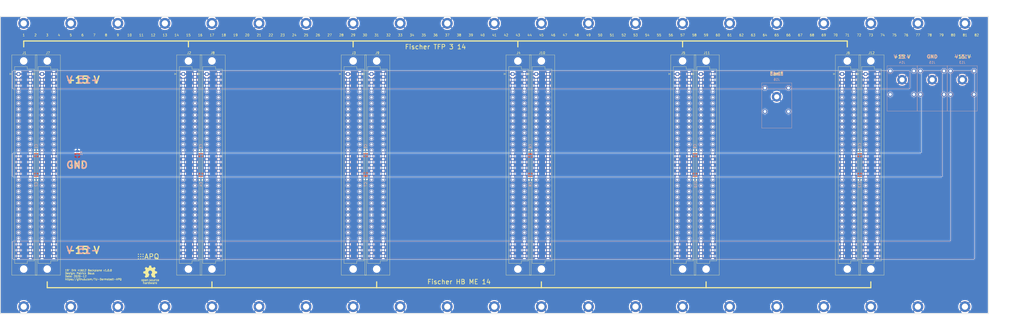
<source format=kicad_pcb>
(kicad_pcb (version 20171130) (host pcbnew 5.1.8)
  (title_block (title "19\" DIN 41612 Backplane") (date 2020-12-08) (rev v1.0.0) (comment 1 "Copyright (©) 2020, Patrick Baus <patrick.baus@physik.tu-darmstadt.de>") (comment 2 "Licensed under CERN OHL v.1.2"))
  (layers (0 F.Cu signal) (31 B.Cu signal) (34 B.Paste user) (35 F.Paste user) (36 B.SilkS user) (37 F.SilkS user) (38 B.Mask user) (39 F.Mask user) (44 Edge.Cuts user))
  (net 0 "")
  (net 1 GND)
  (net 2 +15V)
  (net 3 -15V)
  (net 4 "Net-(J1-Pada4)")
  (net 5 "Net-(J1-Pada5)")
  (net 6 "Net-(J1-Pada6)")
  (net 7 "Net-(J1-Pada7)")
  (net 8 "Net-(J1-Pada8)")
  (net 9 "Net-(J1-Pada9)")
  (net 10 "Net-(J1-Pada10)")
  (net 11 "Net-(J1-Pada11)")
  (net 12 "Net-(J1-Pada12)")
  (net 13 "Net-(J1-Pada13)")
  (net 14 "Net-(J1-Pada14)")
  (net 15 "Net-(J1-Pada19)")
  (net 16 "Net-(J1-Pada20)")
  (net 17 "Net-(J1-Pada21)")
  (net 18 "Net-(J1-Pada22)")
  (net 19 "Net-(J1-Pada23)")
  (net 20 "Net-(J1-Pada24)")
  (net 21 "Net-(J1-Pada25)")
  (net 22 "Net-(J1-Pada26)")
  (net 23 "Net-(J1-Pada27)")
  (net 24 "Net-(J1-Pada28)")
  (net 25 "Net-(J1-Pada29)")
  (net 26 "Net-(J1-Padc4)")
  (net 27 "Net-(J1-Padc5)")
  (net 28 "Net-(J1-Padc6)")
  (net 29 "Net-(J1-Padc7)")
  (net 30 "Net-(J1-Padc8)")
  (net 31 "Net-(J1-Padc9)")
  (net 32 "Net-(J1-Padc10)")
  (net 33 "Net-(J1-Padc11)")
  (net 34 "Net-(J1-Padc12)")
  (net 35 "Net-(J1-Padc13)")
  (net 36 "Net-(J1-Padc14)")
  (net 37 "Net-(J1-Padc19)")
  (net 38 "Net-(J1-Padc20)")
  (net 39 "Net-(J1-Padc21)")
  (net 40 "Net-(J1-Padc22)")
  (net 41 "Net-(J1-Padc23)")
  (net 42 "Net-(J1-Padc24)")
  (net 43 "Net-(J1-Padc25)")
  (net 44 "Net-(J1-Padc26)")
  (net 45 "Net-(J1-Padc27)")
  (net 46 "Net-(J1-Padc28)")
  (net 47 "Net-(J1-Padc29)")
  (net 48 "Net-(J2-Pada4)")
  (net 49 "Net-(J2-Pada5)")
  (net 50 "Net-(J2-Pada6)")
  (net 51 "Net-(J2-Pada7)")
  (net 52 "Net-(J2-Pada8)")
  (net 53 "Net-(J2-Pada9)")
  (net 54 "Net-(J2-Pada10)")
  (net 55 "Net-(J2-Pada11)")
  (net 56 "Net-(J2-Pada12)")
  (net 57 "Net-(J2-Pada13)")
  (net 58 "Net-(J2-Pada14)")
  (net 59 "Net-(J2-Pada19)")
  (net 60 "Net-(J2-Pada20)")
  (net 61 "Net-(J2-Pada21)")
  (net 62 "Net-(J2-Pada22)")
  (net 63 "Net-(J2-Pada23)")
  (net 64 "Net-(J2-Pada24)")
  (net 65 "Net-(J2-Pada25)")
  (net 66 "Net-(J2-Pada26)")
  (net 67 "Net-(J2-Pada27)")
  (net 68 "Net-(J2-Pada28)")
  (net 69 "Net-(J2-Pada29)")
  (net 70 "Net-(J2-Padc4)")
  (net 71 "Net-(J2-Padc5)")
  (net 72 "Net-(J2-Padc6)")
  (net 73 "Net-(J2-Padc7)")
  (net 74 "Net-(J2-Padc8)")
  (net 75 "Net-(J2-Padc9)")
  (net 76 "Net-(J2-Padc10)")
  (net 77 "Net-(J2-Padc11)")
  (net 78 "Net-(J2-Padc12)")
  (net 79 "Net-(J2-Padc13)")
  (net 80 "Net-(J2-Padc14)")
  (net 81 "Net-(J2-Padc19)")
  (net 82 "Net-(J2-Padc20)")
  (net 83 "Net-(J2-Padc21)")
  (net 84 "Net-(J2-Padc22)")
  (net 85 "Net-(J2-Padc23)")
  (net 86 "Net-(J2-Padc24)")
  (net 87 "Net-(J2-Padc25)")
  (net 88 "Net-(J2-Padc26)")
  (net 89 "Net-(J2-Padc27)")
  (net 90 "Net-(J2-Padc28)")
  (net 91 "Net-(J2-Padc29)")
  (net 92 "Net-(J3-Padc29)")
  (net 93 "Net-(J3-Padc28)")
  (net 94 "Net-(J3-Padc27)")
  (net 95 "Net-(J3-Padc26)")
  (net 96 "Net-(J3-Padc25)")
  (net 97 "Net-(J3-Padc24)")
  (net 98 "Net-(J3-Padc23)")
  (net 99 "Net-(J3-Padc22)")
  (net 100 "Net-(J3-Padc21)")
  (net 101 "Net-(J3-Padc20)")
  (net 102 "Net-(J3-Padc19)")
  (net 103 "Net-(J3-Padc14)")
  (net 104 "Net-(J3-Padc13)")
  (net 105 "Net-(J3-Padc12)")
  (net 106 "Net-(J3-Padc11)")
  (net 107 "Net-(J3-Padc10)")
  (net 108 "Net-(J3-Padc9)")
  (net 109 "Net-(J3-Padc8)")
  (net 110 "Net-(J3-Padc7)")
  (net 111 "Net-(J3-Padc6)")
  (net 112 "Net-(J3-Padc5)")
  (net 113 "Net-(J3-Padc4)")
  (net 114 "Net-(J3-Pada29)")
  (net 115 "Net-(J3-Pada28)")
  (net 116 "Net-(J3-Pada27)")
  (net 117 "Net-(J3-Pada26)")
  (net 118 "Net-(J3-Pada25)")
  (net 119 "Net-(J3-Pada24)")
  (net 120 "Net-(J3-Pada23)")
  (net 121 "Net-(J3-Pada22)")
  (net 122 "Net-(J3-Pada21)")
  (net 123 "Net-(J3-Pada20)")
  (net 124 "Net-(J3-Pada19)")
  (net 125 "Net-(J3-Pada14)")
  (net 126 "Net-(J3-Pada13)")
  (net 127 "Net-(J3-Pada12)")
  (net 128 "Net-(J3-Pada11)")
  (net 129 "Net-(J3-Pada10)")
  (net 130 "Net-(J3-Pada9)")
  (net 131 "Net-(J3-Pada8)")
  (net 132 "Net-(J3-Pada7)")
  (net 133 "Net-(J3-Pada6)")
  (net 134 "Net-(J3-Pada5)")
  (net 135 "Net-(J3-Pada4)")
  (net 136 "Net-(J4-Padc29)")
  (net 137 "Net-(J4-Padc28)")
  (net 138 "Net-(J4-Padc27)")
  (net 139 "Net-(J4-Padc26)")
  (net 140 "Net-(J4-Padc25)")
  (net 141 "Net-(J4-Padc24)")
  (net 142 "Net-(J4-Padc23)")
  (net 143 "Net-(J4-Padc22)")
  (net 144 "Net-(J4-Padc21)")
  (net 145 "Net-(J4-Padc20)")
  (net 146 "Net-(J4-Padc19)")
  (net 147 "Net-(J4-Padc14)")
  (net 148 "Net-(J4-Padc13)")
  (net 149 "Net-(J4-Padc12)")
  (net 150 "Net-(J4-Padc11)")
  (net 151 "Net-(J4-Padc10)")
  (net 152 "Net-(J4-Padc9)")
  (net 153 "Net-(J4-Padc8)")
  (net 154 "Net-(J4-Padc7)")
  (net 155 "Net-(J4-Padc6)")
  (net 156 "Net-(J4-Padc5)")
  (net 157 "Net-(J4-Padc4)")
  (net 158 "Net-(J4-Pada29)")
  (net 159 "Net-(J4-Pada28)")
  (net 160 "Net-(J4-Pada27)")
  (net 161 "Net-(J4-Pada26)")
  (net 162 "Net-(J4-Pada25)")
  (net 163 "Net-(J4-Pada24)")
  (net 164 "Net-(J4-Pada23)")
  (net 165 "Net-(J4-Pada22)")
  (net 166 "Net-(J4-Pada21)")
  (net 167 "Net-(J4-Pada20)")
  (net 168 "Net-(J4-Pada19)")
  (net 169 "Net-(J4-Pada14)")
  (net 170 "Net-(J4-Pada13)")
  (net 171 "Net-(J4-Pada12)")
  (net 172 "Net-(J4-Pada11)")
  (net 173 "Net-(J4-Pada10)")
  (net 174 "Net-(J4-Pada9)")
  (net 175 "Net-(J4-Pada8)")
  (net 176 "Net-(J4-Pada7)")
  (net 177 "Net-(J4-Pada6)")
  (net 178 "Net-(J4-Pada5)")
  (net 179 "Net-(J4-Pada4)")
  (net 180 "Net-(J5-Padc29)")
  (net 181 "Net-(J5-Padc28)")
  (net 182 "Net-(J5-Padc27)")
  (net 183 "Net-(J5-Padc26)")
  (net 184 "Net-(J5-Padc25)")
  (net 185 "Net-(J5-Padc24)")
  (net 186 "Net-(J5-Padc23)")
  (net 187 "Net-(J5-Padc22)")
  (net 188 "Net-(J5-Padc21)")
  (net 189 "Net-(J5-Padc20)")
  (net 190 "Net-(J5-Padc19)")
  (net 191 "Net-(J5-Padc14)")
  (net 192 "Net-(J5-Padc13)")
  (net 193 "Net-(J5-Padc12)")
  (net 194 "Net-(J5-Padc11)")
  (net 195 "Net-(J5-Padc10)")
  (net 196 "Net-(J5-Padc9)")
  (net 197 "Net-(J5-Padc8)")
  (net 198 "Net-(J5-Padc7)")
  (net 199 "Net-(J5-Padc6)")
  (net 200 "Net-(J5-Padc5)")
  (net 201 "Net-(J5-Padc4)")
  (net 202 "Net-(J5-Pada29)")
  (net 203 "Net-(J5-Pada28)")
  (net 204 "Net-(J5-Pada27)")
  (net 205 "Net-(J5-Pada26)")
  (net 206 "Net-(J5-Pada25)")
  (net 207 "Net-(J5-Pada24)")
  (net 208 "Net-(J5-Pada23)")
  (net 209 "Net-(J5-Pada22)")
  (net 210 "Net-(J5-Pada21)")
  (net 211 "Net-(J5-Pada20)")
  (net 212 "Net-(J5-Pada19)")
  (net 213 "Net-(J5-Pada14)")
  (net 214 "Net-(J5-Pada13)")
  (net 215 "Net-(J5-Pada12)")
  (net 216 "Net-(J5-Pada11)")
  (net 217 "Net-(J5-Pada10)")
  (net 218 "Net-(J5-Pada9)")
  (net 219 "Net-(J5-Pada8)")
  (net 220 "Net-(J5-Pada7)")
  (net 221 "Net-(J5-Pada6)")
  (net 222 "Net-(J5-Pada5)")
  (net 223 "Net-(J5-Pada4)")
  (net 224 "Net-(J6-Padc29)")
  (net 225 "Net-(J6-Padc28)")
  (net 226 "Net-(J6-Padc27)")
  (net 227 "Net-(J6-Padc26)")
  (net 228 "Net-(J6-Padc25)")
  (net 229 "Net-(J6-Padc24)")
  (net 230 "Net-(J6-Padc23)")
  (net 231 "Net-(J6-Padc22)")
  (net 232 "Net-(J6-Padc21)")
  (net 233 "Net-(J6-Padc20)")
  (net 234 "Net-(J6-Padc19)")
  (net 235 "Net-(J6-Padc14)")
  (net 236 "Net-(J6-Padc13)")
  (net 237 "Net-(J6-Padc12)")
  (net 238 "Net-(J6-Padc11)")
  (net 239 "Net-(J6-Padc10)")
  (net 240 "Net-(J6-Padc9)")
  (net 241 "Net-(J6-Padc8)")
  (net 242 "Net-(J6-Padc7)")
  (net 243 "Net-(J6-Padc6)")
  (net 244 "Net-(J6-Padc5)")
  (net 245 "Net-(J6-Padc4)")
  (net 246 "Net-(J6-Pada29)")
  (net 247 "Net-(J6-Pada28)")
  (net 248 "Net-(J6-Pada27)")
  (net 249 "Net-(J6-Pada26)")
  (net 250 "Net-(J6-Pada25)")
  (net 251 "Net-(J6-Pada24)")
  (net 252 "Net-(J6-Pada23)")
  (net 253 "Net-(J6-Pada22)")
  (net 254 "Net-(J6-Pada21)")
  (net 255 "Net-(J6-Pada20)")
  (net 256 "Net-(J6-Pada19)")
  (net 257 "Net-(J6-Pada14)")
  (net 258 "Net-(J6-Pada13)")
  (net 259 "Net-(J6-Pada12)")
  (net 260 "Net-(J6-Pada11)")
  (net 261 "Net-(J6-Pada10)")
  (net 262 "Net-(J6-Pada9)")
  (net 263 "Net-(J6-Pada8)")
  (net 264 "Net-(J6-Pada7)")
  (net 265 "Net-(J6-Pada6)")
  (net 266 "Net-(J6-Pada5)")
  (net 267 "Net-(J6-Pada4)")
  (net 268 "Net-(J7-Padc29)")
  (net 269 "Net-(J7-Padc28)")
  (net 270 "Net-(J7-Padc27)")
  (net 271 "Net-(J7-Padc26)")
  (net 272 "Net-(J7-Padc25)")
  (net 273 "Net-(J7-Padc24)")
  (net 274 "Net-(J7-Padc23)")
  (net 275 "Net-(J7-Padc22)")
  (net 276 "Net-(J7-Padc21)")
  (net 277 "Net-(J7-Padc20)")
  (net 278 "Net-(J7-Padc19)")
  (net 279 "Net-(J7-Padc14)")
  (net 280 "Net-(J7-Padc13)")
  (net 281 "Net-(J7-Padc12)")
  (net 282 "Net-(J7-Padc11)")
  (net 283 "Net-(J7-Padc10)")
  (net 284 "Net-(J7-Padc9)")
  (net 285 "Net-(J7-Padc8)")
  (net 286 "Net-(J7-Padc7)")
  (net 287 "Net-(J7-Padc6)")
  (net 288 "Net-(J7-Padc5)")
  (net 289 "Net-(J7-Padc4)")
  (net 290 "Net-(J7-Pada29)")
  (net 291 "Net-(J7-Pada28)")
  (net 292 "Net-(J7-Pada27)")
  (net 293 "Net-(J7-Pada26)")
  (net 294 "Net-(J7-Pada25)")
  (net 295 "Net-(J7-Pada24)")
  (net 296 "Net-(J7-Pada23)")
  (net 297 "Net-(J7-Pada22)")
  (net 298 "Net-(J7-Pada21)")
  (net 299 "Net-(J7-Pada20)")
  (net 300 "Net-(J7-Pada19)")
  (net 301 "Net-(J7-Pada14)")
  (net 302 "Net-(J7-Pada13)")
  (net 303 "Net-(J7-Pada12)")
  (net 304 "Net-(J7-Pada11)")
  (net 305 "Net-(J7-Pada10)")
  (net 306 "Net-(J7-Pada9)")
  (net 307 "Net-(J7-Pada8)")
  (net 308 "Net-(J7-Pada7)")
  (net 309 "Net-(J7-Pada6)")
  (net 310 "Net-(J7-Pada5)")
  (net 311 "Net-(J7-Pada4)")
  (net 312 "Net-(J8-Padc29)")
  (net 313 "Net-(J8-Padc28)")
  (net 314 "Net-(J8-Padc27)")
  (net 315 "Net-(J8-Padc26)")
  (net 316 "Net-(J8-Padc25)")
  (net 317 "Net-(J8-Padc24)")
  (net 318 "Net-(J8-Padc23)")
  (net 319 "Net-(J8-Padc22)")
  (net 320 "Net-(J8-Padc21)")
  (net 321 "Net-(J8-Padc20)")
  (net 322 "Net-(J8-Padc19)")
  (net 323 "Net-(J8-Padc14)")
  (net 324 "Net-(J8-Padc13)")
  (net 325 "Net-(J8-Padc12)")
  (net 326 "Net-(J8-Padc11)")
  (net 327 "Net-(J8-Padc10)")
  (net 328 "Net-(J8-Padc9)")
  (net 329 "Net-(J8-Padc8)")
  (net 330 "Net-(J8-Padc7)")
  (net 331 "Net-(J8-Padc6)")
  (net 332 "Net-(J8-Padc5)")
  (net 333 "Net-(J8-Padc4)")
  (net 334 "Net-(J8-Pada29)")
  (net 335 "Net-(J8-Pada28)")
  (net 336 "Net-(J8-Pada27)")
  (net 337 "Net-(J8-Pada26)")
  (net 338 "Net-(J8-Pada25)")
  (net 339 "Net-(J8-Pada24)")
  (net 340 "Net-(J8-Pada23)")
  (net 341 "Net-(J8-Pada22)")
  (net 342 "Net-(J8-Pada21)")
  (net 343 "Net-(J8-Pada20)")
  (net 344 "Net-(J8-Pada19)")
  (net 345 "Net-(J8-Pada14)")
  (net 346 "Net-(J8-Pada13)")
  (net 347 "Net-(J8-Pada12)")
  (net 348 "Net-(J8-Pada11)")
  (net 349 "Net-(J8-Pada10)")
  (net 350 "Net-(J8-Pada9)")
  (net 351 "Net-(J8-Pada8)")
  (net 352 "Net-(J8-Pada7)")
  (net 353 "Net-(J8-Pada6)")
  (net 354 "Net-(J8-Pada5)")
  (net 355 "Net-(J8-Pada4)")
  (net 356 "Net-(J9-Padc29)")
  (net 357 "Net-(J9-Padc28)")
  (net 358 "Net-(J9-Padc27)")
  (net 359 "Net-(J9-Padc26)")
  (net 360 "Net-(J9-Padc25)")
  (net 361 "Net-(J9-Padc24)")
  (net 362 "Net-(J9-Padc23)")
  (net 363 "Net-(J9-Padc22)")
  (net 364 "Net-(J9-Padc21)")
  (net 365 "Net-(J9-Padc20)")
  (net 366 "Net-(J9-Padc19)")
  (net 367 "Net-(J9-Padc14)")
  (net 368 "Net-(J9-Padc13)")
  (net 369 "Net-(J9-Padc12)")
  (net 370 "Net-(J9-Padc11)")
  (net 371 "Net-(J9-Padc10)")
  (net 372 "Net-(J9-Padc9)")
  (net 373 "Net-(J9-Padc8)")
  (net 374 "Net-(J9-Padc7)")
  (net 375 "Net-(J9-Padc6)")
  (net 376 "Net-(J9-Padc5)")
  (net 377 "Net-(J9-Padc4)")
  (net 378 "Net-(J9-Pada29)")
  (net 379 "Net-(J9-Pada28)")
  (net 380 "Net-(J9-Pada27)")
  (net 381 "Net-(J9-Pada26)")
  (net 382 "Net-(J9-Pada25)")
  (net 383 "Net-(J9-Pada24)")
  (net 384 "Net-(J9-Pada23)")
  (net 385 "Net-(J9-Pada22)")
  (net 386 "Net-(J9-Pada21)")
  (net 387 "Net-(J9-Pada20)")
  (net 388 "Net-(J9-Pada19)")
  (net 389 "Net-(J9-Pada14)")
  (net 390 "Net-(J9-Pada13)")
  (net 391 "Net-(J9-Pada12)")
  (net 392 "Net-(J9-Pada11)")
  (net 393 "Net-(J9-Pada10)")
  (net 394 "Net-(J9-Pada9)")
  (net 395 "Net-(J9-Pada8)")
  (net 396 "Net-(J9-Pada7)")
  (net 397 "Net-(J9-Pada6)")
  (net 398 "Net-(J9-Pada5)")
  (net 399 "Net-(J9-Pada4)")
  (net 400 "Net-(J10-Padc29)")
  (net 401 "Net-(J10-Padc28)")
  (net 402 "Net-(J10-Padc27)")
  (net 403 "Net-(J10-Padc26)")
  (net 404 "Net-(J10-Padc25)")
  (net 405 "Net-(J10-Padc24)")
  (net 406 "Net-(J10-Padc23)")
  (net 407 "Net-(J10-Padc22)")
  (net 408 "Net-(J10-Padc21)")
  (net 409 "Net-(J10-Padc20)")
  (net 410 "Net-(J10-Padc19)")
  (net 411 "Net-(J10-Padc14)")
  (net 412 "Net-(J10-Padc13)")
  (net 413 "Net-(J10-Padc12)")
  (net 414 "Net-(J10-Padc11)")
  (net 415 "Net-(J10-Padc10)")
  (net 416 "Net-(J10-Padc9)")
  (net 417 "Net-(J10-Padc8)")
  (net 418 "Net-(J10-Padc7)")
  (net 419 "Net-(J10-Padc6)")
  (net 420 "Net-(J10-Padc5)")
  (net 421 "Net-(J10-Padc4)")
  (net 422 "Net-(J10-Pada29)")
  (net 423 "Net-(J10-Pada28)")
  (net 424 "Net-(J10-Pada27)")
  (net 425 "Net-(J10-Pada26)")
  (net 426 "Net-(J10-Pada25)")
  (net 427 "Net-(J10-Pada24)")
  (net 428 "Net-(J10-Pada23)")
  (net 429 "Net-(J10-Pada22)")
  (net 430 "Net-(J10-Pada21)")
  (net 431 "Net-(J10-Pada20)")
  (net 432 "Net-(J10-Pada19)")
  (net 433 "Net-(J10-Pada14)")
  (net 434 "Net-(J10-Pada13)")
  (net 435 "Net-(J10-Pada12)")
  (net 436 "Net-(J10-Pada11)")
  (net 437 "Net-(J10-Pada10)")
  (net 438 "Net-(J10-Pada9)")
  (net 439 "Net-(J10-Pada8)")
  (net 440 "Net-(J10-Pada7)")
  (net 441 "Net-(J10-Pada6)")
  (net 442 "Net-(J10-Pada5)")
  (net 443 "Net-(J10-Pada4)")
  (net 444 "Net-(J11-Padc29)")
  (net 445 "Net-(J11-Padc28)")
  (net 446 "Net-(J11-Padc27)")
  (net 447 "Net-(J11-Padc26)")
  (net 448 "Net-(J11-Padc25)")
  (net 449 "Net-(J11-Padc24)")
  (net 450 "Net-(J11-Padc23)")
  (net 451 "Net-(J11-Padc22)")
  (net 452 "Net-(J11-Padc21)")
  (net 453 "Net-(J11-Padc20)")
  (net 454 "Net-(J11-Padc19)")
  (net 455 "Net-(J11-Padc14)")
  (net 456 "Net-(J11-Padc13)")
  (net 457 "Net-(J11-Padc12)")
  (net 458 "Net-(J11-Padc11)")
  (net 459 "Net-(J11-Padc10)")
  (net 460 "Net-(J11-Padc9)")
  (net 461 "Net-(J11-Padc8)")
  (net 462 "Net-(J11-Padc7)")
  (net 463 "Net-(J11-Padc6)")
  (net 464 "Net-(J11-Padc5)")
  (net 465 "Net-(J11-Padc4)")
  (net 466 "Net-(J11-Pada29)")
  (net 467 "Net-(J11-Pada28)")
  (net 468 "Net-(J11-Pada27)")
  (net 469 "Net-(J11-Pada26)")
  (net 470 "Net-(J11-Pada25)")
  (net 471 "Net-(J11-Pada24)")
  (net 472 "Net-(J11-Pada23)")
  (net 473 "Net-(J11-Pada22)")
  (net 474 "Net-(J11-Pada21)")
  (net 475 "Net-(J11-Pada20)")
  (net 476 "Net-(J11-Pada19)")
  (net 477 "Net-(J11-Pada14)")
  (net 478 "Net-(J11-Pada13)")
  (net 479 "Net-(J11-Pada12)")
  (net 480 "Net-(J11-Pada11)")
  (net 481 "Net-(J11-Pada10)")
  (net 482 "Net-(J11-Pada9)")
  (net 483 "Net-(J11-Pada8)")
  (net 484 "Net-(J11-Pada7)")
  (net 485 "Net-(J11-Pada6)")
  (net 486 "Net-(J11-Pada5)")
  (net 487 "Net-(J11-Pada4)")
  (net 488 "Net-(J12-Padc29)")
  (net 489 "Net-(J12-Padc28)")
  (net 490 "Net-(J12-Padc27)")
  (net 491 "Net-(J12-Padc26)")
  (net 492 "Net-(J12-Padc25)")
  (net 493 "Net-(J12-Padc24)")
  (net 494 "Net-(J12-Padc23)")
  (net 495 "Net-(J12-Padc22)")
  (net 496 "Net-(J12-Padc21)")
  (net 497 "Net-(J12-Padc20)")
  (net 498 "Net-(J12-Padc19)")
  (net 499 "Net-(J12-Padc14)")
  (net 500 "Net-(J12-Padc13)")
  (net 501 "Net-(J12-Padc12)")
  (net 502 "Net-(J12-Padc11)")
  (net 503 "Net-(J12-Padc10)")
  (net 504 "Net-(J12-Padc9)")
  (net 505 "Net-(J12-Padc8)")
  (net 506 "Net-(J12-Padc7)")
  (net 507 "Net-(J12-Padc6)")
  (net 508 "Net-(J12-Padc5)")
  (net 509 "Net-(J12-Padc4)")
  (net 510 "Net-(J12-Pada29)")
  (net 511 "Net-(J12-Pada28)")
  (net 512 "Net-(J12-Pada27)")
  (net 513 "Net-(J12-Pada26)")
  (net 514 "Net-(J12-Pada25)")
  (net 515 "Net-(J12-Pada24)")
  (net 516 "Net-(J12-Pada23)")
  (net 517 "Net-(J12-Pada22)")
  (net 518 "Net-(J12-Pada21)")
  (net 519 "Net-(J12-Pada20)")
  (net 520 "Net-(J12-Pada19)")
  (net 521 "Net-(J12-Pada14)")
  (net 522 "Net-(J12-Pada13)")
  (net 523 "Net-(J12-Pada12)")
  (net 524 "Net-(J12-Pada11)")
  (net 525 "Net-(J12-Pada10)")
  (net 526 "Net-(J12-Pada9)")
  (net 527 "Net-(J12-Pada8)")
  (net 528 "Net-(J12-Pada7)")
  (net 529 "Net-(J12-Pada6)")
  (net 530 "Net-(J12-Pada5)")
  (net 531 "Net-(J12-Pada4)")
  (net 532 Earth)
  (module Custom_footprints:Schuetzinger_4mm_Jack (layer B.Cu) (at 351.06 56.355 90)
    (fp_text reference J16 (at 7.5 0 180) (layer B.SilkS) (effects (justify mirror)))
    (fp_text value Conn_01x01_Female)
    (pad 1 thru_hole circle (at 0 0 90) (size 4.2 4.2) (drill 2.2) (layers *.Cu *.Mask) (net 532 Earth))
    (pad "" thru_hole circle (at 3.8 5.08 90) (size 2 2) (drill 1.2) (layers *.Cu *.Mask))
    (pad "" thru_hole circle (at -6.36 5.08 90) (size 2 2) (drill 1.2) (layers *.Cu *.Mask))
    (pad "" thru_hole circle (at -6.36 -5.08 90) (size 2 2) (drill 1.2) (layers *.Cu *.Mask))
    (pad "" thru_hole circle (at 3.8 -5.08 90) (size 2 2) (drill 1.2) (layers *.Cu *.Mask))
  )
  (module Custom_footprints:Schuetzinger_4mm_Jack (layer B.Cu) (at 418.2 48.985 90)
    (fp_text reference J15 (at 7.5 0 180) (layer B.SilkS) (effects (justify mirror)))
    (fp_text value Conn_01x01_Female)
    (pad "" thru_hole circle (at 3.8 -5.08 90) (size 2 2) (drill 1.2) (layers *.Cu *.Mask))
    (pad "" thru_hole circle (at -6.36 -5.08 90) (size 2 2) (drill 1.2) (layers *.Cu *.Mask))
    (pad "" thru_hole circle (at -6.36 5.08 90) (size 2 2) (drill 1.2) (layers *.Cu *.Mask))
    (pad "" thru_hole circle (at 3.8 5.08 90) (size 2 2) (drill 1.2) (layers *.Cu *.Mask))
    (pad 1 thru_hole circle (at 0 0 90) (size 4.2 4.2) (drill 2.2) (layers *.Cu *.Mask) (net 1 GND))
  )
  (module Custom_footprints:Schuetzinger_4mm_Jack (layer B.Cu) (at 405.2 48.985 90)
    (fp_text reference J14 (at 7.5 0) (layer B.SilkS) (effects (justify mirror)))
    (fp_text value Conn_01x01_Female)
    (pad "" thru_hole circle (at 3.8 -5.08 90) (size 2 2) (drill 1.2) (layers *.Cu *.Mask))
    (pad "" thru_hole circle (at -6.36 -5.08 90) (size 2 2) (drill 1.2) (layers *.Cu *.Mask))
    (pad "" thru_hole circle (at -6.36 5.08 90) (size 2 2) (drill 1.2) (layers *.Cu *.Mask))
    (pad "" thru_hole circle (at 3.8 5.08 90) (size 2 2) (drill 1.2) (layers *.Cu *.Mask))
    (pad 1 thru_hole circle (at 0 0 90) (size 4.2 4.2) (drill 2.2) (layers *.Cu *.Mask) (net 2 +15V))
  )
  (module Custom_footprints:Schuetzinger_4mm_Jack (layer B.Cu) (at 431.2 48.985 90)
    (fp_text reference J13 (at 7.5 0) (layer B.SilkS) (effects (justify mirror)))
    (fp_text value Conn_01x01_Female)
    (pad "" thru_hole circle (at 3.8 -5.08 90) (size 2 2) (drill 1.2) (layers *.Cu *.Mask))
    (pad "" thru_hole circle (at -6.36 -5.08 90) (size 2 2) (drill 1.2) (layers *.Cu *.Mask))
    (pad "" thru_hole circle (at -6.36 5.08 90) (size 2 2) (drill 1.2) (layers *.Cu *.Mask))
    (pad "" thru_hole circle (at 3.8 5.08 90) (size 2 2) (drill 1.2) (layers *.Cu *.Mask))
    (pad 1 thru_hole circle (at 0 0 90) (size 4.2 4.2) (drill 2.2) (layers *.Cu *.Mask) (net 3 -15V))
  )
  (module Resistor_SMD:R_0805_2012Metric (layer B.Cu) (at 49.1 80.775 90)
    (fp_text reference R1 (at 0 1.65 90) (layer B.SilkS) (effects (justify mirror)))
    (fp_text value 1M)
    (pad 2 smd roundrect (at 0.9125 0 90) (size 1.025 1.4) (layers B.Cu B.Paste B.Mask) (roundrect_rratio 0.2439014634146341) (net 532 Earth))
    (pad 1 smd roundrect (at -0.9125 0 90) (size 1.025 1.4) (layers B.Cu B.Paste B.Mask) (roundrect_rratio 0.2439014634146341) (net 1 GND))
  )
  (module Capacitor_SMD:C_0603_1608Metric (layer B.Cu) (at 386.92 90.935 270)
    (fp_text reference C12 (at 3.302 0 90) (layer B.SilkS) (effects (justify mirror)))
    (fp_text value 10n)
    (pad 2 smd roundrect (at 0.775 0 270) (size 0.9 0.95) (layers B.Cu B.Paste B.Mask) (net 532 Earth))
    (pad 1 smd roundrect (at -0.775 0 270) (size 0.9 0.95) (layers B.Cu B.Paste B.Mask) (net 1 GND))
  )
  (module Capacitor_SMD:C_0603_1608Metric (layer B.Cu) (at 386.92 80.775 90)
    (fp_text reference C11 (at 3.048 0 90) (layer B.SilkS) (effects (justify mirror)))
    (fp_text value 10n)
    (pad 2 smd roundrect (at 0.775 0 90) (size 0.9 0.95) (layers B.Cu B.Paste B.Mask) (net 532 Earth))
    (pad 1 smd roundrect (at -0.775 0 90) (size 0.9 0.95) (layers B.Cu B.Paste B.Mask) (net 1 GND))
  )
  (module Capacitor_SMD:C_0603_1608Metric (layer B.Cu) (at 315.8 90.935 270)
    (fp_text reference C10 (at 3.302 -0.254 90) (layer B.SilkS) (effects (justify mirror)))
    (fp_text value 10n)
    (pad 2 smd roundrect (at 0.775 0 270) (size 0.9 0.95) (layers B.Cu B.Paste B.Mask) (net 532 Earth))
    (pad 1 smd roundrect (at -0.775 0 270) (size 0.9 0.95) (layers B.Cu B.Paste B.Mask) (net 1 GND))
  )
  (module Capacitor_SMD:C_0603_1608Metric (layer B.Cu) (at 315.8 80.775 90)
    (fp_text reference C9 (at 3.048 0 90) (layer B.SilkS) (effects (justify mirror)))
    (fp_text value 10n)
    (pad 2 smd roundrect (at 0.775 0 90) (size 0.9 0.95) (layers B.Cu B.Paste B.Mask) (net 532 Earth))
    (pad 1 smd roundrect (at -0.775 0 90) (size 0.9 0.95) (layers B.Cu B.Paste B.Mask) (net 1 GND))
  )
  (module Capacitor_SMD:C_0603_1608Metric (layer B.Cu) (at 244.68 90.935 270)
    (fp_text reference C8 (at 3.302 0 90) (layer B.SilkS) (effects (justify mirror)))
    (fp_text value 10n)
    (pad 2 smd roundrect (at 0.775 0 270) (size 0.9 0.95) (layers B.Cu B.Paste B.Mask) (net 532 Earth))
    (pad 1 smd roundrect (at -0.775 0 270) (size 0.9 0.95) (layers B.Cu B.Paste B.Mask) (net 1 GND))
  )
  (module Capacitor_SMD:C_0603_1608Metric (layer B.Cu) (at 173.56 90.681 270)
    (fp_text reference C7 (at 3.556 0 90) (layer B.SilkS) (effects (justify mirror)))
    (fp_text value 10n)
    (pad 2 smd roundrect (at 0.775 0 270) (size 0.9 0.95) (layers B.Cu B.Paste B.Mask) (net 532 Earth))
    (pad 1 smd roundrect (at -0.775 0 270) (size 0.9 0.95) (layers B.Cu B.Paste B.Mask) (net 1 GND))
  )
  (module Capacitor_SMD:C_0603_1608Metric (layer B.Cu) (at 244.68 81.029 90)
    (fp_text reference C6 (at 3.302 0 90) (layer B.SilkS) (effects (justify mirror)))
    (fp_text value 10n)
    (pad 2 smd roundrect (at 0.775 0 90) (size 0.9 0.95) (layers B.Cu B.Paste B.Mask) (net 532 Earth))
    (pad 1 smd roundrect (at -0.775 0 90) (size 0.9 0.95) (layers B.Cu B.Paste B.Mask) (net 1 GND))
  )
  (module Capacitor_SMD:C_0603_1608Metric (layer B.Cu) (at 173.56 80.775 90)
    (fp_text reference C5 (at 3.048 0 90) (layer B.SilkS) (effects (justify mirror)))
    (fp_text value 10n)
    (pad 2 smd roundrect (at 0.775 0 90) (size 0.9 0.95) (layers B.Cu B.Paste B.Mask) (net 532 Earth))
    (pad 1 smd roundrect (at -0.775 0 90) (size 0.9 0.95) (layers B.Cu B.Paste B.Mask) (net 1 GND))
  )
  (module Capacitor_SMD:C_0603_1608Metric (layer B.Cu) (at 102.44 90.935 270)
    (fp_text reference C4 (at 3.302 0 90) (layer B.SilkS) (effects (justify mirror)))
    (fp_text value 10n)
    (pad 2 smd roundrect (at 0.775 0 270) (size 0.9 0.95) (layers B.Cu B.Paste B.Mask) (net 532 Earth))
    (pad 1 smd roundrect (at -0.775 0 270) (size 0.9 0.95) (layers B.Cu B.Paste B.Mask) (net 1 GND))
  )
  (module Capacitor_SMD:C_0603_1608Metric (layer B.Cu) (at 102.44 80.775 90)
    (fp_text reference C3 (at 3.048 0 90) (layer B.SilkS) (effects (justify mirror)))
    (fp_text value 10n)
    (pad 2 smd roundrect (at 0.775 0 90) (size 0.9 0.95) (layers B.Cu B.Paste B.Mask) (net 532 Earth))
    (pad 1 smd roundrect (at -0.775 0 90) (size 0.9 0.95) (layers B.Cu B.Paste B.Mask) (net 1 GND))
  )
  (module Capacitor_SMD:C_0603_1608Metric (layer B.Cu) (at 31.32 90.935 270)
    (fp_text reference C2 (at 3.302 0 90) (layer B.SilkS) (effects (justify mirror)))
    (fp_text value 10n)
    (pad 2 smd roundrect (at 0.775 0 270) (size 0.9 0.95) (layers B.Cu B.Paste B.Mask) (net 532 Earth))
    (pad 1 smd roundrect (at -0.775 0 270) (size 0.9 0.95) (layers B.Cu B.Paste B.Mask) (net 1 GND))
  )
  (module Capacitor_SMD:C_0603_1608Metric (layer B.Cu) (at 31.32 80.775 90)
    (fp_text reference C1 (at 3.048 0 90) (layer B.SilkS) (effects (justify mirror)))
    (fp_text value 10n)
    (pad 2 smd roundrect (at 0.775 0 90) (size 0.9 0.95) (layers B.Cu B.Paste B.Mask) (net 532 Earth))
    (pad 1 smd roundrect (at -0.775 0 90) (size 0.9 0.95) (layers B.Cu B.Paste B.Mask) (net 1 GND))
  )
  (module MountingHole:MountingHole_2.7mm_M2.5_DIN965_Pad (layer F.Cu) (at 432.34 147.105)
    (fp_text reference H42 hide)
    (fp_text value MountingHole)
    (pad 1 thru_hole circle (at 0 0) (size 4.7 4.7) (drill 2.7) (layers *.Cu *.Mask) (net 532 Earth))
  )
  (module MountingHole:MountingHole_2.7mm_M2.5_DIN965_Pad (layer F.Cu) (at 432.34 24.605)
    (fp_text reference H41 hide)
    (fp_text value MountingHole)
    (pad 1 thru_hole circle (at 0 0) (size 4.7 4.7) (drill 2.7) (layers *.Cu *.Mask) (net 532 Earth))
  )
  (module MountingHole:MountingHole_2.7mm_M2.5_DIN965_Pad (layer F.Cu) (at 412.02 147.105)
    (fp_text reference H40 hide)
    (fp_text value MountingHole)
    (pad 1 thru_hole circle (at 0 0) (size 4.7 4.7) (drill 2.7) (layers *.Cu *.Mask) (net 532 Earth))
  )
  (module MountingHole:MountingHole_2.7mm_M2.5_DIN965_Pad (layer F.Cu) (at 412.02 24.605)
    (fp_text reference H39 hide)
    (fp_text value MountingHole)
    (pad 1 thru_hole circle (at 0 0) (size 4.7 4.7) (drill 2.7) (layers *.Cu *.Mask) (net 532 Earth))
  )
  (module MountingHole:MountingHole_2.7mm_M2.5_DIN965_Pad (layer F.Cu) (at 391.7 147.105)
    (fp_text reference H38 hide)
    (fp_text value MountingHole)
    (pad 1 thru_hole circle (at 0 0) (size 4.7 4.7) (drill 2.7) (layers *.Cu *.Mask) (net 532 Earth))
  )
  (module MountingHole:MountingHole_2.7mm_M2.5_DIN965_Pad (layer F.Cu) (at 391.7 24.605)
    (fp_text reference H37 hide)
    (fp_text value MountingHole)
    (pad 1 thru_hole circle (at 0 0) (size 4.7 4.7) (drill 2.7) (layers *.Cu *.Mask) (net 532 Earth))
  )
  (module MountingHole:MountingHole_2.7mm_M2.5_DIN965_Pad (layer F.Cu) (at 371.38 147.105)
    (fp_text reference H36 hide)
    (fp_text value MountingHole)
    (pad 1 thru_hole circle (at 0 0) (size 4.7 4.7) (drill 2.7) (layers *.Cu *.Mask) (net 532 Earth))
  )
  (module MountingHole:MountingHole_2.7mm_M2.5_DIN965_Pad (layer F.Cu) (at 371.38 24.605)
    (fp_text reference H35 hide)
    (fp_text value MountingHole)
    (pad 1 thru_hole circle (at 0 0) (size 4.7 4.7) (drill 2.7) (layers *.Cu *.Mask) (net 532 Earth))
  )
  (module MountingHole:MountingHole_2.7mm_M2.5_DIN965_Pad (layer F.Cu) (at 351.06 147.105)
    (fp_text reference H34 hide)
    (fp_text value MountingHole)
    (pad 1 thru_hole circle (at 0 0) (size 4.7 4.7) (drill 2.7) (layers *.Cu *.Mask) (net 532 Earth))
  )
  (module MountingHole:MountingHole_2.7mm_M2.5_DIN965_Pad (layer F.Cu) (at 351.06 24.605)
    (fp_text reference H33 hide)
    (fp_text value MountingHole)
    (pad 1 thru_hole circle (at 0 0) (size 4.7 4.7) (drill 2.7) (layers *.Cu *.Mask) (net 532 Earth))
  )
  (module MountingHole:MountingHole_2.7mm_M2.5_DIN965_Pad (layer F.Cu) (at 330.74 147.105)
    (fp_text reference H32 hide)
    (fp_text value MountingHole)
    (pad 1 thru_hole circle (at 0 0) (size 4.7 4.7) (drill 2.7) (layers *.Cu *.Mask) (net 532 Earth))
  )
  (module MountingHole:MountingHole_2.7mm_M2.5_DIN965_Pad (layer F.Cu) (at 330.74 24.605)
    (fp_text reference H31 hide)
    (fp_text value MountingHole)
    (pad 1 thru_hole circle (at 0 0) (size 4.7 4.7) (drill 2.7) (layers *.Cu *.Mask) (net 532 Earth))
  )
  (module MountingHole:MountingHole_2.7mm_M2.5_DIN965_Pad (layer F.Cu) (at 310.42 147.105)
    (fp_text reference H30 hide)
    (fp_text value MountingHole)
    (pad 1 thru_hole circle (at 0 0) (size 4.7 4.7) (drill 2.7) (layers *.Cu *.Mask) (net 532 Earth))
  )
  (module MountingHole:MountingHole_2.7mm_M2.5_DIN965_Pad (layer F.Cu) (at 310.42 24.605)
    (fp_text reference H29 hide)
    (fp_text value MountingHole)
    (pad 1 thru_hole circle (at 0 0) (size 4.7 4.7) (drill 2.7) (layers *.Cu *.Mask) (net 532 Earth))
  )
  (module MountingHole:MountingHole_2.7mm_M2.5_DIN965_Pad (layer F.Cu) (at 290.1 147.105)
    (fp_text reference H28 hide)
    (fp_text value MountingHole)
    (pad 1 thru_hole circle (at 0 0) (size 4.7 4.7) (drill 2.7) (layers *.Cu *.Mask) (net 532 Earth))
  )
  (module MountingHole:MountingHole_2.7mm_M2.5_DIN965_Pad (layer F.Cu) (at 290.1 24.605)
    (fp_text reference H27 hide)
    (fp_text value MountingHole)
    (pad 1 thru_hole circle (at 0 0) (size 4.7 4.7) (drill 2.7) (layers *.Cu *.Mask) (net 532 Earth))
  )
  (module MountingHole:MountingHole_2.7mm_M2.5_DIN965_Pad (layer F.Cu) (at 269.78 147.105)
    (fp_text reference H26 hide)
    (fp_text value MountingHole)
    (pad 1 thru_hole circle (at 0 0) (size 4.7 4.7) (drill 2.7) (layers *.Cu *.Mask) (net 532 Earth))
  )
  (module MountingHole:MountingHole_2.7mm_M2.5_DIN965_Pad (layer F.Cu) (at 269.78 24.605)
    (fp_text reference H25 hide)
    (fp_text value MountingHole)
    (pad 1 thru_hole circle (at 0 0) (size 4.7 4.7) (drill 2.7) (layers *.Cu *.Mask) (net 532 Earth))
  )
  (module MountingHole:MountingHole_2.7mm_M2.5_DIN965_Pad (layer F.Cu) (at 249.46 147.105)
    (fp_text reference H24 hide)
    (fp_text value MountingHole)
    (pad 1 thru_hole circle (at 0 0) (size 4.7 4.7) (drill 2.7) (layers *.Cu *.Mask) (net 532 Earth))
  )
  (module MountingHole:MountingHole_2.7mm_M2.5_DIN965_Pad (layer F.Cu) (at 249.46 24.605)
    (fp_text reference H23 hide)
    (fp_text value MountingHole)
    (pad 1 thru_hole circle (at 0 0) (size 4.7 4.7) (drill 2.7) (layers *.Cu *.Mask) (net 532 Earth))
  )
  (module MountingHole:MountingHole_2.7mm_M2.5_DIN965_Pad (layer F.Cu) (at 229.14 147.105)
    (fp_text reference H22 hide)
    (fp_text value MountingHole)
    (pad 1 thru_hole circle (at 0 0) (size 4.7 4.7) (drill 2.7) (layers *.Cu *.Mask) (net 532 Earth))
  )
  (module MountingHole:MountingHole_2.7mm_M2.5_DIN965_Pad (layer F.Cu) (at 229.14 24.605)
    (fp_text reference H21 hide)
    (fp_text value MountingHole)
    (pad 1 thru_hole circle (at 0 0) (size 4.7 4.7) (drill 2.7) (layers *.Cu *.Mask) (net 532 Earth))
  )
  (module MountingHole:MountingHole_2.7mm_M2.5_DIN965_Pad (layer F.Cu) (at 208.82 147.105)
    (fp_text reference H20 hide)
    (fp_text value MountingHole)
    (pad 1 thru_hole circle (at 0 0) (size 4.7 4.7) (drill 2.7) (layers *.Cu *.Mask) (net 532 Earth))
  )
  (module MountingHole:MountingHole_2.7mm_M2.5_DIN965_Pad (layer F.Cu) (at 208.82 24.605)
    (fp_text reference H19 hide)
    (fp_text value MountingHole)
    (pad 1 thru_hole circle (at 0 0) (size 4.7 4.7) (drill 2.7) (layers *.Cu *.Mask) (net 532 Earth))
  )
  (module MountingHole:MountingHole_2.7mm_M2.5_DIN965_Pad (layer F.Cu) (at 188.5 147.105)
    (fp_text reference H18 hide)
    (fp_text value MountingHole)
    (pad 1 thru_hole circle (at 0 0) (size 4.7 4.7) (drill 2.7) (layers *.Cu *.Mask) (net 532 Earth))
  )
  (module MountingHole:MountingHole_2.7mm_M2.5_DIN965_Pad (layer F.Cu) (at 188.5 24.605)
    (fp_text reference H17 hide)
    (fp_text value MountingHole)
    (pad 1 thru_hole circle (at 0 0) (size 4.7 4.7) (drill 2.7) (layers *.Cu *.Mask) (net 532 Earth))
  )
  (module MountingHole:MountingHole_2.7mm_M2.5_DIN965_Pad (layer F.Cu) (at 168.18 147.105)
    (fp_text reference H16 hide)
    (fp_text value MountingHole)
    (pad 1 thru_hole circle (at 0 0) (size 4.7 4.7) (drill 2.7) (layers *.Cu *.Mask) (net 532 Earth))
  )
  (module MountingHole:MountingHole_2.7mm_M2.5_DIN965_Pad (layer F.Cu) (at 168.18 24.605)
    (fp_text reference H15 hide)
    (fp_text value MountingHole)
    (pad 1 thru_hole circle (at 0 0) (size 4.7 4.7) (drill 2.7) (layers *.Cu *.Mask) (net 532 Earth))
  )
  (module MountingHole:MountingHole_2.7mm_M2.5_DIN965_Pad (layer F.Cu) (at 147.86 147.105)
    (fp_text reference H14 hide)
    (fp_text value MountingHole)
    (pad 1 thru_hole circle (at 0 0) (size 4.7 4.7) (drill 2.7) (layers *.Cu *.Mask) (net 532 Earth))
  )
  (module MountingHole:MountingHole_2.7mm_M2.5_DIN965_Pad (layer F.Cu) (at 147.86 24.605)
    (fp_text reference H13 hide)
    (fp_text value MountingHole)
    (pad 1 thru_hole circle (at 0 0) (size 4.7 4.7) (drill 2.7) (layers *.Cu *.Mask) (net 532 Earth))
  )
  (module MountingHole:MountingHole_2.7mm_M2.5_DIN965_Pad (layer F.Cu) (at 127.54 147.105)
    (fp_text reference H12 hide)
    (fp_text value MountingHole)
    (pad 1 thru_hole circle (at 0 0) (size 4.7 4.7) (drill 2.7) (layers *.Cu *.Mask) (net 532 Earth))
  )
  (module MountingHole:MountingHole_2.7mm_M2.5_DIN965_Pad (layer F.Cu) (at 127.54 24.605)
    (fp_text reference H11 hide)
    (fp_text value MountingHole)
    (pad 1 thru_hole circle (at 0 0) (size 4.7 4.7) (drill 2.7) (layers *.Cu *.Mask) (net 532 Earth))
  )
  (module MountingHole:MountingHole_2.7mm_M2.5_DIN965_Pad (layer F.Cu) (at 107.22 147.105)
    (fp_text reference H10 hide)
    (fp_text value MountingHole)
    (pad 1 thru_hole circle (at 0 0) (size 4.7 4.7) (drill 2.7) (layers *.Cu *.Mask) (net 532 Earth))
  )
  (module MountingHole:MountingHole_2.7mm_M2.5_DIN965_Pad (layer F.Cu) (at 107.22 24.605)
    (fp_text reference H9 hide)
    (fp_text value MountingHole)
    (pad 1 thru_hole circle (at 0 0) (size 4.7 4.7) (drill 2.7) (layers *.Cu *.Mask) (net 532 Earth))
  )
  (module MountingHole:MountingHole_2.7mm_M2.5_DIN965_Pad (layer F.Cu) (at 86.9 147.105)
    (fp_text reference H8 hide)
    (fp_text value MountingHole)
    (pad 1 thru_hole circle (at 0 0) (size 4.7 4.7) (drill 2.7) (layers *.Cu *.Mask) (net 532 Earth))
  )
  (module MountingHole:MountingHole_2.7mm_M2.5_DIN965_Pad (layer F.Cu) (at 86.9 24.605)
    (fp_text reference H7 hide)
    (fp_text value MountingHole)
    (pad 1 thru_hole circle (at 0 0) (size 4.7 4.7) (drill 2.7) (layers *.Cu *.Mask) (net 532 Earth))
  )
  (module MountingHole:MountingHole_2.7mm_M2.5_DIN965_Pad (layer F.Cu) (at 66.58 147.105)
    (fp_text reference H6 hide)
    (fp_text value MountingHole)
    (pad 1 thru_hole circle (at 0 0) (size 4.7 4.7) (drill 2.7) (layers *.Cu *.Mask) (net 532 Earth))
  )
  (module MountingHole:MountingHole_2.7mm_M2.5_DIN965_Pad (layer F.Cu) (at 66.58 24.605)
    (fp_text reference H5 hide)
    (fp_text value MountingHole)
    (pad 1 thru_hole circle (at 0 0) (size 4.7 4.7) (drill 2.7) (layers *.Cu *.Mask) (net 532 Earth))
  )
  (module MountingHole:MountingHole_2.7mm_M2.5_DIN965_Pad (layer F.Cu) (at 46.26 147.105)
    (fp_text reference H4 hide)
    (fp_text value MountingHole)
    (pad 1 thru_hole circle (at 0 0) (size 4.7 4.7) (drill 2.7) (layers *.Cu *.Mask) (net 532 Earth))
  )
  (module MountingHole:MountingHole_2.7mm_M2.5_DIN965_Pad (layer F.Cu) (at 46.26 24.605)
    (fp_text reference H3 hide)
    (fp_text value MountingHole)
    (pad 1 thru_hole circle (at 0 0) (size 4.7 4.7) (drill 2.7) (layers *.Cu *.Mask) (net 532 Earth))
  )
  (module MountingHole:MountingHole_2.7mm_M2.5_DIN965_Pad (layer F.Cu) (at 25.94 147.105)
    (fp_text reference H2 hide)
    (fp_text value MountingHole)
    (pad 1 thru_hole circle (at 0 0) (size 4.7 4.7) (drill 2.7) (layers *.Cu *.Mask) (net 532 Earth))
  )
  (module MountingHole:MountingHole_2.7mm_M2.5_DIN965_Pad (layer F.Cu) (at 25.94 24.605)
    (fp_text reference H1 hide)
    (fp_text value MountingHole)
    (pad 1 thru_hole circle (at 0 0) (size 4.7 4.7) (drill 2.7) (layers *.Cu *.Mask) (net 532 Earth))
  )
  (module Connector_DIN:DIN41612_C_2x32_Female_Vertical_THT (layer F.Cu) (at 33.86 46.485)
    (fp_text reference J7 (at 2.54 -9.13) (layer F.SilkS))
    (fp_text value C64AC)
    (pad "" np_thru_hole circle (at 2.24 84.37) (size 2.85 2.85) (drill 2.85) (layers *.Cu *.Mask))
    (pad "" np_thru_hole circle (at 2.24 -5.63) (size 2.85 2.85) (drill 2.85) (layers *.Cu *.Mask))
    (pad c32 thru_hole circle (at 5.08 78.74) (size 1.55 1.55) (drill 1) (layers *.Cu *.Mask) (net 3 -15V))
    (pad c31 thru_hole circle (at 5.08 76.2) (size 1.55 1.55) (drill 1) (layers *.Cu *.Mask) (net 3 -15V))
    (pad c30 thru_hole circle (at 5.08 73.66) (size 1.55 1.55) (drill 1) (layers *.Cu *.Mask) (net 3 -15V))
    (pad c29 thru_hole circle (at 5.08 71.12) (size 1.55 1.55) (drill 1) (layers *.Cu *.Mask) (net 268 "Net-(J7-Padc29)"))
    (pad c28 thru_hole circle (at 5.08 68.58) (size 1.55 1.55) (drill 1) (layers *.Cu *.Mask) (net 269 "Net-(J7-Padc28)"))
    (pad c27 thru_hole circle (at 5.08 66.04) (size 1.55 1.55) (drill 1) (layers *.Cu *.Mask) (net 270 "Net-(J7-Padc27)"))
    (pad c26 thru_hole circle (at 5.08 63.5) (size 1.55 1.55) (drill 1) (layers *.Cu *.Mask) (net 271 "Net-(J7-Padc26)"))
    (pad c25 thru_hole circle (at 5.08 60.96) (size 1.55 1.55) (drill 1) (layers *.Cu *.Mask) (net 272 "Net-(J7-Padc25)"))
    (pad c24 thru_hole circle (at 5.08 58.42) (size 1.55 1.55) (drill 1) (layers *.Cu *.Mask) (net 273 "Net-(J7-Padc24)"))
    (pad c23 thru_hole circle (at 5.08 55.88) (size 1.55 1.55) (drill 1) (layers *.Cu *.Mask) (net 274 "Net-(J7-Padc23)"))
    (pad c22 thru_hole circle (at 5.08 53.34) (size 1.55 1.55) (drill 1) (layers *.Cu *.Mask) (net 275 "Net-(J7-Padc22)"))
    (pad c21 thru_hole circle (at 5.08 50.8) (size 1.55 1.55) (drill 1) (layers *.Cu *.Mask) (net 276 "Net-(J7-Padc21)"))
    (pad c20 thru_hole circle (at 5.08 48.26) (size 1.55 1.55) (drill 1) (layers *.Cu *.Mask) (net 277 "Net-(J7-Padc20)"))
    (pad c19 thru_hole circle (at 5.08 45.72) (size 1.55 1.55) (drill 1) (layers *.Cu *.Mask) (net 278 "Net-(J7-Padc19)"))
    (pad c18 thru_hole circle (at 5.08 43.18) (size 1.55 1.55) (drill 1) (layers *.Cu *.Mask) (net 1 GND))
    (pad c17 thru_hole circle (at 5.08 40.64) (size 1.55 1.55) (drill 1) (layers *.Cu *.Mask) (net 1 GND))
    (pad c16 thru_hole circle (at 5.08 38.1) (size 1.55 1.55) (drill 1) (layers *.Cu *.Mask) (net 1 GND))
    (pad c15 thru_hole circle (at 5.08 35.56) (size 1.55 1.55) (drill 1) (layers *.Cu *.Mask) (net 1 GND))
    (pad c14 thru_hole circle (at 5.08 33.02) (size 1.55 1.55) (drill 1) (layers *.Cu *.Mask) (net 279 "Net-(J7-Padc14)"))
    (pad c13 thru_hole circle (at 5.08 30.48) (size 1.55 1.55) (drill 1) (layers *.Cu *.Mask) (net 280 "Net-(J7-Padc13)"))
    (pad c12 thru_hole circle (at 5.08 27.94) (size 1.55 1.55) (drill 1) (layers *.Cu *.Mask) (net 281 "Net-(J7-Padc12)"))
    (pad c11 thru_hole circle (at 5.08 25.4) (size 1.55 1.55) (drill 1) (layers *.Cu *.Mask) (net 282 "Net-(J7-Padc11)"))
    (pad c10 thru_hole circle (at 5.08 22.86) (size 1.55 1.55) (drill 1) (layers *.Cu *.Mask) (net 283 "Net-(J7-Padc10)"))
    (pad c9 thru_hole circle (at 5.08 20.32) (size 1.55 1.55) (drill 1) (layers *.Cu *.Mask) (net 284 "Net-(J7-Padc9)"))
    (pad c8 thru_hole circle (at 5.08 17.78) (size 1.55 1.55) (drill 1) (layers *.Cu *.Mask) (net 285 "Net-(J7-Padc8)"))
    (pad c7 thru_hole circle (at 5.08 15.24) (size 1.55 1.55) (drill 1) (layers *.Cu *.Mask) (net 286 "Net-(J7-Padc7)"))
    (pad c6 thru_hole circle (at 5.08 12.7) (size 1.55 1.55) (drill 1) (layers *.Cu *.Mask) (net 287 "Net-(J7-Padc6)"))
    (pad c5 thru_hole circle (at 5.08 10.16) (size 1.55 1.55) (drill 1) (layers *.Cu *.Mask) (net 288 "Net-(J7-Padc5)"))
    (pad c4 thru_hole circle (at 5.08 7.62) (size 1.55 1.55) (drill 1) (layers *.Cu *.Mask) (net 289 "Net-(J7-Padc4)"))
    (pad c3 thru_hole circle (at 5.08 5.08) (size 1.55 1.55) (drill 1) (layers *.Cu *.Mask) (net 2 +15V))
    (pad c2 thru_hole circle (at 5.08 2.54) (size 1.55 1.55) (drill 1) (layers *.Cu *.Mask) (net 2 +15V))
    (pad c1 thru_hole circle (at 5.08 0) (size 1.55 1.55) (drill 1) (layers *.Cu *.Mask) (net 2 +15V))
    (pad a32 thru_hole circle (at 0 78.74) (size 1.55 1.55) (drill 1) (layers *.Cu *.Mask) (net 3 -15V))
    (pad a31 thru_hole circle (at 0 76.2) (size 1.55 1.55) (drill 1) (layers *.Cu *.Mask) (net 3 -15V))
    (pad a30 thru_hole circle (at 0 73.66) (size 1.55 1.55) (drill 1) (layers *.Cu *.Mask) (net 3 -15V))
    (pad a29 thru_hole circle (at 0 71.12) (size 1.55 1.55) (drill 1) (layers *.Cu *.Mask) (net 290 "Net-(J7-Pada29)"))
    (pad a28 thru_hole circle (at 0 68.58) (size 1.55 1.55) (drill 1) (layers *.Cu *.Mask) (net 291 "Net-(J7-Pada28)"))
    (pad a27 thru_hole circle (at 0 66.04) (size 1.55 1.55) (drill 1) (layers *.Cu *.Mask) (net 292 "Net-(J7-Pada27)"))
    (pad a26 thru_hole circle (at 0 63.5) (size 1.55 1.55) (drill 1) (layers *.Cu *.Mask) (net 293 "Net-(J7-Pada26)"))
    (pad a25 thru_hole circle (at 0 60.96) (size 1.55 1.55) (drill 1) (layers *.Cu *.Mask) (net 294 "Net-(J7-Pada25)"))
    (pad a24 thru_hole circle (at 0 58.42) (size 1.55 1.55) (drill 1) (layers *.Cu *.Mask) (net 295 "Net-(J7-Pada24)"))
    (pad a23 thru_hole circle (at 0 55.88) (size 1.55 1.55) (drill 1) (layers *.Cu *.Mask) (net 296 "Net-(J7-Pada23)"))
    (pad a22 thru_hole circle (at 0 53.34) (size 1.55 1.55) (drill 1) (layers *.Cu *.Mask) (net 297 "Net-(J7-Pada22)"))
    (pad a21 thru_hole circle (at 0 50.8) (size 1.55 1.55) (drill 1) (layers *.Cu *.Mask) (net 298 "Net-(J7-Pada21)"))
    (pad a20 thru_hole circle (at 0 48.26) (size 1.55 1.55) (drill 1) (layers *.Cu *.Mask) (net 299 "Net-(J7-Pada20)"))
    (pad a19 thru_hole circle (at 0 45.72) (size 1.55 1.55) (drill 1) (layers *.Cu *.Mask) (net 300 "Net-(J7-Pada19)"))
    (pad a18 thru_hole circle (at 0 43.18) (size 1.55 1.55) (drill 1) (layers *.Cu *.Mask) (net 1 GND))
    (pad a17 thru_hole circle (at 0 40.64) (size 1.55 1.55) (drill 1) (layers *.Cu *.Mask) (net 1 GND))
    (pad a16 thru_hole circle (at 0 38.1) (size 1.55 1.55) (drill 1) (layers *.Cu *.Mask) (net 1 GND))
    (pad a15 thru_hole circle (at 0 35.56) (size 1.55 1.55) (drill 1) (layers *.Cu *.Mask) (net 1 GND))
    (pad a14 thru_hole circle (at 0 33.02) (size 1.55 1.55) (drill 1) (layers *.Cu *.Mask) (net 301 "Net-(J7-Pada14)"))
    (pad a13 thru_hole circle (at 0 30.48) (size 1.55 1.55) (drill 1) (layers *.Cu *.Mask) (net 302 "Net-(J7-Pada13)"))
    (pad a12 thru_hole circle (at 0 27.94) (size 1.55 1.55) (drill 1) (layers *.Cu *.Mask) (net 303 "Net-(J7-Pada12)"))
    (pad a11 thru_hole circle (at 0 25.4) (size 1.55 1.55) (drill 1) (layers *.Cu *.Mask) (net 304 "Net-(J7-Pada11)"))
    (pad a10 thru_hole circle (at 0 22.86) (size 1.55 1.55) (drill 1) (layers *.Cu *.Mask) (net 305 "Net-(J7-Pada10)"))
    (pad a9 thru_hole circle (at 0 20.32) (size 1.55 1.55) (drill 1) (layers *.Cu *.Mask) (net 306 "Net-(J7-Pada9)"))
    (pad a8 thru_hole circle (at 0 17.78) (size 1.55 1.55) (drill 1) (layers *.Cu *.Mask) (net 307 "Net-(J7-Pada8)"))
    (pad a7 thru_hole circle (at 0 15.24) (size 1.55 1.55) (drill 1) (layers *.Cu *.Mask) (net 308 "Net-(J7-Pada7)"))
    (pad a6 thru_hole circle (at 0 12.7) (size 1.55 1.55) (drill 1) (layers *.Cu *.Mask) (net 309 "Net-(J7-Pada6)"))
    (pad a5 thru_hole circle (at 0 10.16) (size 1.55 1.55) (drill 1) (layers *.Cu *.Mask) (net 310 "Net-(J7-Pada5)"))
    (pad a4 thru_hole circle (at 0 7.62) (size 1.55 1.55) (drill 1) (layers *.Cu *.Mask) (net 311 "Net-(J7-Pada4)"))
    (pad a3 thru_hole circle (at 0 5.08) (size 1.55 1.55) (drill 1) (layers *.Cu *.Mask) (net 2 +15V))
    (pad a2 thru_hole circle (at 0 2.54) (size 1.55 1.55) (drill 1) (layers *.Cu *.Mask) (net 2 +15V))
    (pad a1 thru_hole roundrect (at 0 0) (size 1.55 1.55) (drill 1) (layers *.Cu *.Mask) (roundrect_rratio 0.1612896774193548) (net 2 +15V))
  )
  (module Connector_DIN:DIN41612_C_2x32_Female_Vertical_THT (layer F.Cu) (at 389.46 46.485)
    (fp_text reference J12 (at 2.54 -9.13) (layer F.SilkS))
    (fp_text value C64AC)
    (pad "" np_thru_hole circle (at 2.24 84.37) (size 2.85 2.85) (drill 2.85) (layers *.Cu *.Mask))
    (pad "" np_thru_hole circle (at 2.24 -5.63) (size 2.85 2.85) (drill 2.85) (layers *.Cu *.Mask))
    (pad c32 thru_hole circle (at 5.08 78.74) (size 1.55 1.55) (drill 1) (layers *.Cu *.Mask) (net 3 -15V))
    (pad c31 thru_hole circle (at 5.08 76.2) (size 1.55 1.55) (drill 1) (layers *.Cu *.Mask) (net 3 -15V))
    (pad c30 thru_hole circle (at 5.08 73.66) (size 1.55 1.55) (drill 1) (layers *.Cu *.Mask) (net 3 -15V))
    (pad c29 thru_hole circle (at 5.08 71.12) (size 1.55 1.55) (drill 1) (layers *.Cu *.Mask) (net 488 "Net-(J12-Padc29)"))
    (pad c28 thru_hole circle (at 5.08 68.58) (size 1.55 1.55) (drill 1) (layers *.Cu *.Mask) (net 489 "Net-(J12-Padc28)"))
    (pad c27 thru_hole circle (at 5.08 66.04) (size 1.55 1.55) (drill 1) (layers *.Cu *.Mask) (net 490 "Net-(J12-Padc27)"))
    (pad c26 thru_hole circle (at 5.08 63.5) (size 1.55 1.55) (drill 1) (layers *.Cu *.Mask) (net 491 "Net-(J12-Padc26)"))
    (pad c25 thru_hole circle (at 5.08 60.96) (size 1.55 1.55) (drill 1) (layers *.Cu *.Mask) (net 492 "Net-(J12-Padc25)"))
    (pad c24 thru_hole circle (at 5.08 58.42) (size 1.55 1.55) (drill 1) (layers *.Cu *.Mask) (net 493 "Net-(J12-Padc24)"))
    (pad c23 thru_hole circle (at 5.08 55.88) (size 1.55 1.55) (drill 1) (layers *.Cu *.Mask) (net 494 "Net-(J12-Padc23)"))
    (pad c22 thru_hole circle (at 5.08 53.34) (size 1.55 1.55) (drill 1) (layers *.Cu *.Mask) (net 495 "Net-(J12-Padc22)"))
    (pad c21 thru_hole circle (at 5.08 50.8) (size 1.55 1.55) (drill 1) (layers *.Cu *.Mask) (net 496 "Net-(J12-Padc21)"))
    (pad c20 thru_hole circle (at 5.08 48.26) (size 1.55 1.55) (drill 1) (layers *.Cu *.Mask) (net 497 "Net-(J12-Padc20)"))
    (pad c19 thru_hole circle (at 5.08 45.72) (size 1.55 1.55) (drill 1) (layers *.Cu *.Mask) (net 498 "Net-(J12-Padc19)"))
    (pad c18 thru_hole circle (at 5.08 43.18) (size 1.55 1.55) (drill 1) (layers *.Cu *.Mask) (net 1 GND))
    (pad c17 thru_hole circle (at 5.08 40.64) (size 1.55 1.55) (drill 1) (layers *.Cu *.Mask) (net 1 GND))
    (pad c16 thru_hole circle (at 5.08 38.1) (size 1.55 1.55) (drill 1) (layers *.Cu *.Mask) (net 1 GND))
    (pad c15 thru_hole circle (at 5.08 35.56) (size 1.55 1.55) (drill 1) (layers *.Cu *.Mask) (net 1 GND))
    (pad c14 thru_hole circle (at 5.08 33.02) (size 1.55 1.55) (drill 1) (layers *.Cu *.Mask) (net 499 "Net-(J12-Padc14)"))
    (pad c13 thru_hole circle (at 5.08 30.48) (size 1.55 1.55) (drill 1) (layers *.Cu *.Mask) (net 500 "Net-(J12-Padc13)"))
    (pad c12 thru_hole circle (at 5.08 27.94) (size 1.55 1.55) (drill 1) (layers *.Cu *.Mask) (net 501 "Net-(J12-Padc12)"))
    (pad c11 thru_hole circle (at 5.08 25.4) (size 1.55 1.55) (drill 1) (layers *.Cu *.Mask) (net 502 "Net-(J12-Padc11)"))
    (pad c10 thru_hole circle (at 5.08 22.86) (size 1.55 1.55) (drill 1) (layers *.Cu *.Mask) (net 503 "Net-(J12-Padc10)"))
    (pad c9 thru_hole circle (at 5.08 20.32) (size 1.55 1.55) (drill 1) (layers *.Cu *.Mask) (net 504 "Net-(J12-Padc9)"))
    (pad c8 thru_hole circle (at 5.08 17.78) (size 1.55 1.55) (drill 1) (layers *.Cu *.Mask) (net 505 "Net-(J12-Padc8)"))
    (pad c7 thru_hole circle (at 5.08 15.24) (size 1.55 1.55) (drill 1) (layers *.Cu *.Mask) (net 506 "Net-(J12-Padc7)"))
    (pad c6 thru_hole circle (at 5.08 12.7) (size 1.55 1.55) (drill 1) (layers *.Cu *.Mask) (net 507 "Net-(J12-Padc6)"))
    (pad c5 thru_hole circle (at 5.08 10.16) (size 1.55 1.55) (drill 1) (layers *.Cu *.Mask) (net 508 "Net-(J12-Padc5)"))
    (pad c4 thru_hole circle (at 5.08 7.62) (size 1.55 1.55) (drill 1) (layers *.Cu *.Mask) (net 509 "Net-(J12-Padc4)"))
    (pad c3 thru_hole circle (at 5.08 5.08) (size 1.55 1.55) (drill 1) (layers *.Cu *.Mask) (net 2 +15V))
    (pad c2 thru_hole circle (at 5.08 2.54) (size 1.55 1.55) (drill 1) (layers *.Cu *.Mask) (net 2 +15V))
    (pad c1 thru_hole circle (at 5.08 0) (size 1.55 1.55) (drill 1) (layers *.Cu *.Mask) (net 2 +15V))
    (pad a32 thru_hole circle (at 0 78.74) (size 1.55 1.55) (drill 1) (layers *.Cu *.Mask) (net 3 -15V))
    (pad a31 thru_hole circle (at 0 76.2) (size 1.55 1.55) (drill 1) (layers *.Cu *.Mask) (net 3 -15V))
    (pad a30 thru_hole circle (at 0 73.66) (size 1.55 1.55) (drill 1) (layers *.Cu *.Mask) (net 3 -15V))
    (pad a29 thru_hole circle (at 0 71.12) (size 1.55 1.55) (drill 1) (layers *.Cu *.Mask) (net 510 "Net-(J12-Pada29)"))
    (pad a28 thru_hole circle (at 0 68.58) (size 1.55 1.55) (drill 1) (layers *.Cu *.Mask) (net 511 "Net-(J12-Pada28)"))
    (pad a27 thru_hole circle (at 0 66.04) (size 1.55 1.55) (drill 1) (layers *.Cu *.Mask) (net 512 "Net-(J12-Pada27)"))
    (pad a26 thru_hole circle (at 0 63.5) (size 1.55 1.55) (drill 1) (layers *.Cu *.Mask) (net 513 "Net-(J12-Pada26)"))
    (pad a25 thru_hole circle (at 0 60.96) (size 1.55 1.55) (drill 1) (layers *.Cu *.Mask) (net 514 "Net-(J12-Pada25)"))
    (pad a24 thru_hole circle (at 0 58.42) (size 1.55 1.55) (drill 1) (layers *.Cu *.Mask) (net 515 "Net-(J12-Pada24)"))
    (pad a23 thru_hole circle (at 0 55.88) (size 1.55 1.55) (drill 1) (layers *.Cu *.Mask) (net 516 "Net-(J12-Pada23)"))
    (pad a22 thru_hole circle (at 0 53.34) (size 1.55 1.55) (drill 1) (layers *.Cu *.Mask) (net 517 "Net-(J12-Pada22)"))
    (pad a21 thru_hole circle (at 0 50.8) (size 1.55 1.55) (drill 1) (layers *.Cu *.Mask) (net 518 "Net-(J12-Pada21)"))
    (pad a20 thru_hole circle (at 0 48.26) (size 1.55 1.55) (drill 1) (layers *.Cu *.Mask) (net 519 "Net-(J12-Pada20)"))
    (pad a19 thru_hole circle (at 0 45.72) (size 1.55 1.55) (drill 1) (layers *.Cu *.Mask) (net 520 "Net-(J12-Pada19)"))
    (pad a18 thru_hole circle (at 0 43.18) (size 1.55 1.55) (drill 1) (layers *.Cu *.Mask) (net 1 GND))
    (pad a17 thru_hole circle (at 0 40.64) (size 1.55 1.55) (drill 1) (layers *.Cu *.Mask) (net 1 GND))
    (pad a16 thru_hole circle (at 0 38.1) (size 1.55 1.55) (drill 1) (layers *.Cu *.Mask) (net 1 GND))
    (pad a15 thru_hole circle (at 0 35.56) (size 1.55 1.55) (drill 1) (layers *.Cu *.Mask) (net 1 GND))
    (pad a14 thru_hole circle (at 0 33.02) (size 1.55 1.55) (drill 1) (layers *.Cu *.Mask) (net 521 "Net-(J12-Pada14)"))
    (pad a13 thru_hole circle (at 0 30.48) (size 1.55 1.55) (drill 1) (layers *.Cu *.Mask) (net 522 "Net-(J12-Pada13)"))
    (pad a12 thru_hole circle (at 0 27.94) (size 1.55 1.55) (drill 1) (layers *.Cu *.Mask) (net 523 "Net-(J12-Pada12)"))
    (pad a11 thru_hole circle (at 0 25.4) (size 1.55 1.55) (drill 1) (layers *.Cu *.Mask) (net 524 "Net-(J12-Pada11)"))
    (pad a10 thru_hole circle (at 0 22.86) (size 1.55 1.55) (drill 1) (layers *.Cu *.Mask) (net 525 "Net-(J12-Pada10)"))
    (pad a9 thru_hole circle (at 0 20.32) (size 1.55 1.55) (drill 1) (layers *.Cu *.Mask) (net 526 "Net-(J12-Pada9)"))
    (pad a8 thru_hole circle (at 0 17.78) (size 1.55 1.55) (drill 1) (layers *.Cu *.Mask) (net 527 "Net-(J12-Pada8)"))
    (pad a7 thru_hole circle (at 0 15.24) (size 1.55 1.55) (drill 1) (layers *.Cu *.Mask) (net 528 "Net-(J12-Pada7)"))
    (pad a6 thru_hole circle (at 0 12.7) (size 1.55 1.55) (drill 1) (layers *.Cu *.Mask) (net 529 "Net-(J12-Pada6)"))
    (pad a5 thru_hole circle (at 0 10.16) (size 1.55 1.55) (drill 1) (layers *.Cu *.Mask) (net 530 "Net-(J12-Pada5)"))
    (pad a4 thru_hole circle (at 0 7.62) (size 1.55 1.55) (drill 1) (layers *.Cu *.Mask) (net 531 "Net-(J12-Pada4)"))
    (pad a3 thru_hole circle (at 0 5.08) (size 1.55 1.55) (drill 1) (layers *.Cu *.Mask) (net 2 +15V))
    (pad a2 thru_hole circle (at 0 2.54) (size 1.55 1.55) (drill 1) (layers *.Cu *.Mask) (net 2 +15V))
    (pad a1 thru_hole roundrect (at 0 0) (size 1.55 1.55) (drill 1) (layers *.Cu *.Mask) (roundrect_rratio 0.1612896774193548) (net 2 +15V))
  )
  (module Connector_DIN:DIN41612_C_2x32_Female_Vertical_THT (layer F.Cu) (at 318.34 46.485)
    (fp_text reference J11 (at 2.54 -9.13) (layer F.SilkS))
    (fp_text value C64AC)
    (pad "" np_thru_hole circle (at 2.24 84.37) (size 2.85 2.85) (drill 2.85) (layers *.Cu *.Mask))
    (pad "" np_thru_hole circle (at 2.24 -5.63) (size 2.85 2.85) (drill 2.85) (layers *.Cu *.Mask))
    (pad c32 thru_hole circle (at 5.08 78.74) (size 1.55 1.55) (drill 1) (layers *.Cu *.Mask) (net 3 -15V))
    (pad c31 thru_hole circle (at 5.08 76.2) (size 1.55 1.55) (drill 1) (layers *.Cu *.Mask) (net 3 -15V))
    (pad c30 thru_hole circle (at 5.08 73.66) (size 1.55 1.55) (drill 1) (layers *.Cu *.Mask) (net 3 -15V))
    (pad c29 thru_hole circle (at 5.08 71.12) (size 1.55 1.55) (drill 1) (layers *.Cu *.Mask) (net 444 "Net-(J11-Padc29)"))
    (pad c28 thru_hole circle (at 5.08 68.58) (size 1.55 1.55) (drill 1) (layers *.Cu *.Mask) (net 445 "Net-(J11-Padc28)"))
    (pad c27 thru_hole circle (at 5.08 66.04) (size 1.55 1.55) (drill 1) (layers *.Cu *.Mask) (net 446 "Net-(J11-Padc27)"))
    (pad c26 thru_hole circle (at 5.08 63.5) (size 1.55 1.55) (drill 1) (layers *.Cu *.Mask) (net 447 "Net-(J11-Padc26)"))
    (pad c25 thru_hole circle (at 5.08 60.96) (size 1.55 1.55) (drill 1) (layers *.Cu *.Mask) (net 448 "Net-(J11-Padc25)"))
    (pad c24 thru_hole circle (at 5.08 58.42) (size 1.55 1.55) (drill 1) (layers *.Cu *.Mask) (net 449 "Net-(J11-Padc24)"))
    (pad c23 thru_hole circle (at 5.08 55.88) (size 1.55 1.55) (drill 1) (layers *.Cu *.Mask) (net 450 "Net-(J11-Padc23)"))
    (pad c22 thru_hole circle (at 5.08 53.34) (size 1.55 1.55) (drill 1) (layers *.Cu *.Mask) (net 451 "Net-(J11-Padc22)"))
    (pad c21 thru_hole circle (at 5.08 50.8) (size 1.55 1.55) (drill 1) (layers *.Cu *.Mask) (net 452 "Net-(J11-Padc21)"))
    (pad c20 thru_hole circle (at 5.08 48.26) (size 1.55 1.55) (drill 1) (layers *.Cu *.Mask) (net 453 "Net-(J11-Padc20)"))
    (pad c19 thru_hole circle (at 5.08 45.72) (size 1.55 1.55) (drill 1) (layers *.Cu *.Mask) (net 454 "Net-(J11-Padc19)"))
    (pad c18 thru_hole circle (at 5.08 43.18) (size 1.55 1.55) (drill 1) (layers *.Cu *.Mask) (net 1 GND))
    (pad c17 thru_hole circle (at 5.08 40.64) (size 1.55 1.55) (drill 1) (layers *.Cu *.Mask) (net 1 GND))
    (pad c16 thru_hole circle (at 5.08 38.1) (size 1.55 1.55) (drill 1) (layers *.Cu *.Mask) (net 1 GND))
    (pad c15 thru_hole circle (at 5.08 35.56) (size 1.55 1.55) (drill 1) (layers *.Cu *.Mask) (net 1 GND))
    (pad c14 thru_hole circle (at 5.08 33.02) (size 1.55 1.55) (drill 1) (layers *.Cu *.Mask) (net 455 "Net-(J11-Padc14)"))
    (pad c13 thru_hole circle (at 5.08 30.48) (size 1.55 1.55) (drill 1) (layers *.Cu *.Mask) (net 456 "Net-(J11-Padc13)"))
    (pad c12 thru_hole circle (at 5.08 27.94) (size 1.55 1.55) (drill 1) (layers *.Cu *.Mask) (net 457 "Net-(J11-Padc12)"))
    (pad c11 thru_hole circle (at 5.08 25.4) (size 1.55 1.55) (drill 1) (layers *.Cu *.Mask) (net 458 "Net-(J11-Padc11)"))
    (pad c10 thru_hole circle (at 5.08 22.86) (size 1.55 1.55) (drill 1) (layers *.Cu *.Mask) (net 459 "Net-(J11-Padc10)"))
    (pad c9 thru_hole circle (at 5.08 20.32) (size 1.55 1.55) (drill 1) (layers *.Cu *.Mask) (net 460 "Net-(J11-Padc9)"))
    (pad c8 thru_hole circle (at 5.08 17.78) (size 1.55 1.55) (drill 1) (layers *.Cu *.Mask) (net 461 "Net-(J11-Padc8)"))
    (pad c7 thru_hole circle (at 5.08 15.24) (size 1.55 1.55) (drill 1) (layers *.Cu *.Mask) (net 462 "Net-(J11-Padc7)"))
    (pad c6 thru_hole circle (at 5.08 12.7) (size 1.55 1.55) (drill 1) (layers *.Cu *.Mask) (net 463 "Net-(J11-Padc6)"))
    (pad c5 thru_hole circle (at 5.08 10.16) (size 1.55 1.55) (drill 1) (layers *.Cu *.Mask) (net 464 "Net-(J11-Padc5)"))
    (pad c4 thru_hole circle (at 5.08 7.62) (size 1.55 1.55) (drill 1) (layers *.Cu *.Mask) (net 465 "Net-(J11-Padc4)"))
    (pad c3 thru_hole circle (at 5.08 5.08) (size 1.55 1.55) (drill 1) (layers *.Cu *.Mask) (net 2 +15V))
    (pad c2 thru_hole circle (at 5.08 2.54) (size 1.55 1.55) (drill 1) (layers *.Cu *.Mask) (net 2 +15V))
    (pad c1 thru_hole circle (at 5.08 0) (size 1.55 1.55) (drill 1) (layers *.Cu *.Mask) (net 2 +15V))
    (pad a32 thru_hole circle (at 0 78.74) (size 1.55 1.55) (drill 1) (layers *.Cu *.Mask) (net 3 -15V))
    (pad a31 thru_hole circle (at 0 76.2) (size 1.55 1.55) (drill 1) (layers *.Cu *.Mask) (net 3 -15V))
    (pad a30 thru_hole circle (at 0 73.66) (size 1.55 1.55) (drill 1) (layers *.Cu *.Mask) (net 3 -15V))
    (pad a29 thru_hole circle (at 0 71.12) (size 1.55 1.55) (drill 1) (layers *.Cu *.Mask) (net 466 "Net-(J11-Pada29)"))
    (pad a28 thru_hole circle (at 0 68.58) (size 1.55 1.55) (drill 1) (layers *.Cu *.Mask) (net 467 "Net-(J11-Pada28)"))
    (pad a27 thru_hole circle (at 0 66.04) (size 1.55 1.55) (drill 1) (layers *.Cu *.Mask) (net 468 "Net-(J11-Pada27)"))
    (pad a26 thru_hole circle (at 0 63.5) (size 1.55 1.55) (drill 1) (layers *.Cu *.Mask) (net 469 "Net-(J11-Pada26)"))
    (pad a25 thru_hole circle (at 0 60.96) (size 1.55 1.55) (drill 1) (layers *.Cu *.Mask) (net 470 "Net-(J11-Pada25)"))
    (pad a24 thru_hole circle (at 0 58.42) (size 1.55 1.55) (drill 1) (layers *.Cu *.Mask) (net 471 "Net-(J11-Pada24)"))
    (pad a23 thru_hole circle (at 0 55.88) (size 1.55 1.55) (drill 1) (layers *.Cu *.Mask) (net 472 "Net-(J11-Pada23)"))
    (pad a22 thru_hole circle (at 0 53.34) (size 1.55 1.55) (drill 1) (layers *.Cu *.Mask) (net 473 "Net-(J11-Pada22)"))
    (pad a21 thru_hole circle (at 0 50.8) (size 1.55 1.55) (drill 1) (layers *.Cu *.Mask) (net 474 "Net-(J11-Pada21)"))
    (pad a20 thru_hole circle (at 0 48.26) (size 1.55 1.55) (drill 1) (layers *.Cu *.Mask) (net 475 "Net-(J11-Pada20)"))
    (pad a19 thru_hole circle (at 0 45.72) (size 1.55 1.55) (drill 1) (layers *.Cu *.Mask) (net 476 "Net-(J11-Pada19)"))
    (pad a18 thru_hole circle (at 0 43.18) (size 1.55 1.55) (drill 1) (layers *.Cu *.Mask) (net 1 GND))
    (pad a17 thru_hole circle (at 0 40.64) (size 1.55 1.55) (drill 1) (layers *.Cu *.Mask) (net 1 GND))
    (pad a16 thru_hole circle (at 0 38.1) (size 1.55 1.55) (drill 1) (layers *.Cu *.Mask) (net 1 GND))
    (pad a15 thru_hole circle (at 0 35.56) (size 1.55 1.55) (drill 1) (layers *.Cu *.Mask) (net 1 GND))
    (pad a14 thru_hole circle (at 0 33.02) (size 1.55 1.55) (drill 1) (layers *.Cu *.Mask) (net 477 "Net-(J11-Pada14)"))
    (pad a13 thru_hole circle (at 0 30.48) (size 1.55 1.55) (drill 1) (layers *.Cu *.Mask) (net 478 "Net-(J11-Pada13)"))
    (pad a12 thru_hole circle (at 0 27.94) (size 1.55 1.55) (drill 1) (layers *.Cu *.Mask) (net 479 "Net-(J11-Pada12)"))
    (pad a11 thru_hole circle (at 0 25.4) (size 1.55 1.55) (drill 1) (layers *.Cu *.Mask) (net 480 "Net-(J11-Pada11)"))
    (pad a10 thru_hole circle (at 0 22.86) (size 1.55 1.55) (drill 1) (layers *.Cu *.Mask) (net 481 "Net-(J11-Pada10)"))
    (pad a9 thru_hole circle (at 0 20.32) (size 1.55 1.55) (drill 1) (layers *.Cu *.Mask) (net 482 "Net-(J11-Pada9)"))
    (pad a8 thru_hole circle (at 0 17.78) (size 1.55 1.55) (drill 1) (layers *.Cu *.Mask) (net 483 "Net-(J11-Pada8)"))
    (pad a7 thru_hole circle (at 0 15.24) (size 1.55 1.55) (drill 1) (layers *.Cu *.Mask) (net 484 "Net-(J11-Pada7)"))
    (pad a6 thru_hole circle (at 0 12.7) (size 1.55 1.55) (drill 1) (layers *.Cu *.Mask) (net 485 "Net-(J11-Pada6)"))
    (pad a5 thru_hole circle (at 0 10.16) (size 1.55 1.55) (drill 1) (layers *.Cu *.Mask) (net 486 "Net-(J11-Pada5)"))
    (pad a4 thru_hole circle (at 0 7.62) (size 1.55 1.55) (drill 1) (layers *.Cu *.Mask) (net 487 "Net-(J11-Pada4)"))
    (pad a3 thru_hole circle (at 0 5.08) (size 1.55 1.55) (drill 1) (layers *.Cu *.Mask) (net 2 +15V))
    (pad a2 thru_hole circle (at 0 2.54) (size 1.55 1.55) (drill 1) (layers *.Cu *.Mask) (net 2 +15V))
    (pad a1 thru_hole roundrect (at 0 0) (size 1.55 1.55) (drill 1) (layers *.Cu *.Mask) (roundrect_rratio 0.1612896774193548) (net 2 +15V))
  )
  (module Connector_DIN:DIN41612_C_2x32_Female_Vertical_THT (layer F.Cu) (at 247.22 46.485)
    (fp_text reference J10 (at 2.54 -9.13) (layer F.SilkS))
    (fp_text value C64AC)
    (pad "" np_thru_hole circle (at 2.24 84.37) (size 2.85 2.85) (drill 2.85) (layers *.Cu *.Mask))
    (pad "" np_thru_hole circle (at 2.24 -5.63) (size 2.85 2.85) (drill 2.85) (layers *.Cu *.Mask))
    (pad c32 thru_hole circle (at 5.08 78.74) (size 1.55 1.55) (drill 1) (layers *.Cu *.Mask) (net 3 -15V))
    (pad c31 thru_hole circle (at 5.08 76.2) (size 1.55 1.55) (drill 1) (layers *.Cu *.Mask) (net 3 -15V))
    (pad c30 thru_hole circle (at 5.08 73.66) (size 1.55 1.55) (drill 1) (layers *.Cu *.Mask) (net 3 -15V))
    (pad c29 thru_hole circle (at 5.08 71.12) (size 1.55 1.55) (drill 1) (layers *.Cu *.Mask) (net 400 "Net-(J10-Padc29)"))
    (pad c28 thru_hole circle (at 5.08 68.58) (size 1.55 1.55) (drill 1) (layers *.Cu *.Mask) (net 401 "Net-(J10-Padc28)"))
    (pad c27 thru_hole circle (at 5.08 66.04) (size 1.55 1.55) (drill 1) (layers *.Cu *.Mask) (net 402 "Net-(J10-Padc27)"))
    (pad c26 thru_hole circle (at 5.08 63.5) (size 1.55 1.55) (drill 1) (layers *.Cu *.Mask) (net 403 "Net-(J10-Padc26)"))
    (pad c25 thru_hole circle (at 5.08 60.96) (size 1.55 1.55) (drill 1) (layers *.Cu *.Mask) (net 404 "Net-(J10-Padc25)"))
    (pad c24 thru_hole circle (at 5.08 58.42) (size 1.55 1.55) (drill 1) (layers *.Cu *.Mask) (net 405 "Net-(J10-Padc24)"))
    (pad c23 thru_hole circle (at 5.08 55.88) (size 1.55 1.55) (drill 1) (layers *.Cu *.Mask) (net 406 "Net-(J10-Padc23)"))
    (pad c22 thru_hole circle (at 5.08 53.34) (size 1.55 1.55) (drill 1) (layers *.Cu *.Mask) (net 407 "Net-(J10-Padc22)"))
    (pad c21 thru_hole circle (at 5.08 50.8) (size 1.55 1.55) (drill 1) (layers *.Cu *.Mask) (net 408 "Net-(J10-Padc21)"))
    (pad c20 thru_hole circle (at 5.08 48.26) (size 1.55 1.55) (drill 1) (layers *.Cu *.Mask) (net 409 "Net-(J10-Padc20)"))
    (pad c19 thru_hole circle (at 5.08 45.72) (size 1.55 1.55) (drill 1) (layers *.Cu *.Mask) (net 410 "Net-(J10-Padc19)"))
    (pad c18 thru_hole circle (at 5.08 43.18) (size 1.55 1.55) (drill 1) (layers *.Cu *.Mask) (net 1 GND))
    (pad c17 thru_hole circle (at 5.08 40.64) (size 1.55 1.55) (drill 1) (layers *.Cu *.Mask) (net 1 GND))
    (pad c16 thru_hole circle (at 5.08 38.1) (size 1.55 1.55) (drill 1) (layers *.Cu *.Mask) (net 1 GND))
    (pad c15 thru_hole circle (at 5.08 35.56) (size 1.55 1.55) (drill 1) (layers *.Cu *.Mask) (net 1 GND))
    (pad c14 thru_hole circle (at 5.08 33.02) (size 1.55 1.55) (drill 1) (layers *.Cu *.Mask) (net 411 "Net-(J10-Padc14)"))
    (pad c13 thru_hole circle (at 5.08 30.48) (size 1.55 1.55) (drill 1) (layers *.Cu *.Mask) (net 412 "Net-(J10-Padc13)"))
    (pad c12 thru_hole circle (at 5.08 27.94) (size 1.55 1.55) (drill 1) (layers *.Cu *.Mask) (net 413 "Net-(J10-Padc12)"))
    (pad c11 thru_hole circle (at 5.08 25.4) (size 1.55 1.55) (drill 1) (layers *.Cu *.Mask) (net 414 "Net-(J10-Padc11)"))
    (pad c10 thru_hole circle (at 5.08 22.86) (size 1.55 1.55) (drill 1) (layers *.Cu *.Mask) (net 415 "Net-(J10-Padc10)"))
    (pad c9 thru_hole circle (at 5.08 20.32) (size 1.55 1.55) (drill 1) (layers *.Cu *.Mask) (net 416 "Net-(J10-Padc9)"))
    (pad c8 thru_hole circle (at 5.08 17.78) (size 1.55 1.55) (drill 1) (layers *.Cu *.Mask) (net 417 "Net-(J10-Padc8)"))
    (pad c7 thru_hole circle (at 5.08 15.24) (size 1.55 1.55) (drill 1) (layers *.Cu *.Mask) (net 418 "Net-(J10-Padc7)"))
    (pad c6 thru_hole circle (at 5.08 12.7) (size 1.55 1.55) (drill 1) (layers *.Cu *.Mask) (net 419 "Net-(J10-Padc6)"))
    (pad c5 thru_hole circle (at 5.08 10.16) (size 1.55 1.55) (drill 1) (layers *.Cu *.Mask) (net 420 "Net-(J10-Padc5)"))
    (pad c4 thru_hole circle (at 5.08 7.62) (size 1.55 1.55) (drill 1) (layers *.Cu *.Mask) (net 421 "Net-(J10-Padc4)"))
    (pad c3 thru_hole circle (at 5.08 5.08) (size 1.55 1.55) (drill 1) (layers *.Cu *.Mask) (net 2 +15V))
    (pad c2 thru_hole circle (at 5.08 2.54) (size 1.55 1.55) (drill 1) (layers *.Cu *.Mask) (net 2 +15V))
    (pad c1 thru_hole circle (at 5.08 0) (size 1.55 1.55) (drill 1) (layers *.Cu *.Mask) (net 2 +15V))
    (pad a32 thru_hole circle (at 0 78.74) (size 1.55 1.55) (drill 1) (layers *.Cu *.Mask) (net 3 -15V))
    (pad a31 thru_hole circle (at 0 76.2) (size 1.55 1.55) (drill 1) (layers *.Cu *.Mask) (net 3 -15V))
    (pad a30 thru_hole circle (at 0 73.66) (size 1.55 1.55) (drill 1) (layers *.Cu *.Mask) (net 3 -15V))
    (pad a29 thru_hole circle (at 0 71.12) (size 1.55 1.55) (drill 1) (layers *.Cu *.Mask) (net 422 "Net-(J10-Pada29)"))
    (pad a28 thru_hole circle (at 0 68.58) (size 1.55 1.55) (drill 1) (layers *.Cu *.Mask) (net 423 "Net-(J10-Pada28)"))
    (pad a27 thru_hole circle (at 0 66.04) (size 1.55 1.55) (drill 1) (layers *.Cu *.Mask) (net 424 "Net-(J10-Pada27)"))
    (pad a26 thru_hole circle (at 0 63.5) (size 1.55 1.55) (drill 1) (layers *.Cu *.Mask) (net 425 "Net-(J10-Pada26)"))
    (pad a25 thru_hole circle (at 0 60.96) (size 1.55 1.55) (drill 1) (layers *.Cu *.Mask) (net 426 "Net-(J10-Pada25)"))
    (pad a24 thru_hole circle (at 0 58.42) (size 1.55 1.55) (drill 1) (layers *.Cu *.Mask) (net 427 "Net-(J10-Pada24)"))
    (pad a23 thru_hole circle (at 0 55.88) (size 1.55 1.55) (drill 1) (layers *.Cu *.Mask) (net 428 "Net-(J10-Pada23)"))
    (pad a22 thru_hole circle (at 0 53.34) (size 1.55 1.55) (drill 1) (layers *.Cu *.Mask) (net 429 "Net-(J10-Pada22)"))
    (pad a21 thru_hole circle (at 0 50.8) (size 1.55 1.55) (drill 1) (layers *.Cu *.Mask) (net 430 "Net-(J10-Pada21)"))
    (pad a20 thru_hole circle (at 0 48.26) (size 1.55 1.55) (drill 1) (layers *.Cu *.Mask) (net 431 "Net-(J10-Pada20)"))
    (pad a19 thru_hole circle (at 0 45.72) (size 1.55 1.55) (drill 1) (layers *.Cu *.Mask) (net 432 "Net-(J10-Pada19)"))
    (pad a18 thru_hole circle (at 0 43.18) (size 1.55 1.55) (drill 1) (layers *.Cu *.Mask) (net 1 GND))
    (pad a17 thru_hole circle (at 0 40.64) (size 1.55 1.55) (drill 1) (layers *.Cu *.Mask) (net 1 GND))
    (pad a16 thru_hole circle (at 0 38.1) (size 1.55 1.55) (drill 1) (layers *.Cu *.Mask) (net 1 GND))
    (pad a15 thru_hole circle (at 0 35.56) (size 1.55 1.55) (drill 1) (layers *.Cu *.Mask) (net 1 GND))
    (pad a14 thru_hole circle (at 0 33.02) (size 1.55 1.55) (drill 1) (layers *.Cu *.Mask) (net 433 "Net-(J10-Pada14)"))
    (pad a13 thru_hole circle (at 0 30.48) (size 1.55 1.55) (drill 1) (layers *.Cu *.Mask) (net 434 "Net-(J10-Pada13)"))
    (pad a12 thru_hole circle (at 0 27.94) (size 1.55 1.55) (drill 1) (layers *.Cu *.Mask) (net 435 "Net-(J10-Pada12)"))
    (pad a11 thru_hole circle (at 0 25.4) (size 1.55 1.55) (drill 1) (layers *.Cu *.Mask) (net 436 "Net-(J10-Pada11)"))
    (pad a10 thru_hole circle (at 0 22.86) (size 1.55 1.55) (drill 1) (layers *.Cu *.Mask) (net 437 "Net-(J10-Pada10)"))
    (pad a9 thru_hole circle (at 0 20.32) (size 1.55 1.55) (drill 1) (layers *.Cu *.Mask) (net 438 "Net-(J10-Pada9)"))
    (pad a8 thru_hole circle (at 0 17.78) (size 1.55 1.55) (drill 1) (layers *.Cu *.Mask) (net 439 "Net-(J10-Pada8)"))
    (pad a7 thru_hole circle (at 0 15.24) (size 1.55 1.55) (drill 1) (layers *.Cu *.Mask) (net 440 "Net-(J10-Pada7)"))
    (pad a6 thru_hole circle (at 0 12.7) (size 1.55 1.55) (drill 1) (layers *.Cu *.Mask) (net 441 "Net-(J10-Pada6)"))
    (pad a5 thru_hole circle (at 0 10.16) (size 1.55 1.55) (drill 1) (layers *.Cu *.Mask) (net 442 "Net-(J10-Pada5)"))
    (pad a4 thru_hole circle (at 0 7.62) (size 1.55 1.55) (drill 1) (layers *.Cu *.Mask) (net 443 "Net-(J10-Pada4)"))
    (pad a3 thru_hole circle (at 0 5.08) (size 1.55 1.55) (drill 1) (layers *.Cu *.Mask) (net 2 +15V))
    (pad a2 thru_hole circle (at 0 2.54) (size 1.55 1.55) (drill 1) (layers *.Cu *.Mask) (net 2 +15V))
    (pad a1 thru_hole roundrect (at 0 0) (size 1.55 1.55) (drill 1) (layers *.Cu *.Mask) (roundrect_rratio 0.1612896774193548) (net 2 +15V))
  )
  (module Connector_DIN:DIN41612_C_2x32_Female_Vertical_THT (layer F.Cu) (at 176.1 46.485)
    (fp_text reference J9 (at 2.54 -9.13) (layer F.SilkS))
    (fp_text value C64AC)
    (pad "" np_thru_hole circle (at 2.24 84.37) (size 2.85 2.85) (drill 2.85) (layers *.Cu *.Mask))
    (pad "" np_thru_hole circle (at 2.24 -5.63) (size 2.85 2.85) (drill 2.85) (layers *.Cu *.Mask))
    (pad c32 thru_hole circle (at 5.08 78.74) (size 1.55 1.55) (drill 1) (layers *.Cu *.Mask) (net 3 -15V))
    (pad c31 thru_hole circle (at 5.08 76.2) (size 1.55 1.55) (drill 1) (layers *.Cu *.Mask) (net 3 -15V))
    (pad c30 thru_hole circle (at 5.08 73.66) (size 1.55 1.55) (drill 1) (layers *.Cu *.Mask) (net 3 -15V))
    (pad c29 thru_hole circle (at 5.08 71.12) (size 1.55 1.55) (drill 1) (layers *.Cu *.Mask) (net 356 "Net-(J9-Padc29)"))
    (pad c28 thru_hole circle (at 5.08 68.58) (size 1.55 1.55) (drill 1) (layers *.Cu *.Mask) (net 357 "Net-(J9-Padc28)"))
    (pad c27 thru_hole circle (at 5.08 66.04) (size 1.55 1.55) (drill 1) (layers *.Cu *.Mask) (net 358 "Net-(J9-Padc27)"))
    (pad c26 thru_hole circle (at 5.08 63.5) (size 1.55 1.55) (drill 1) (layers *.Cu *.Mask) (net 359 "Net-(J9-Padc26)"))
    (pad c25 thru_hole circle (at 5.08 60.96) (size 1.55 1.55) (drill 1) (layers *.Cu *.Mask) (net 360 "Net-(J9-Padc25)"))
    (pad c24 thru_hole circle (at 5.08 58.42) (size 1.55 1.55) (drill 1) (layers *.Cu *.Mask) (net 361 "Net-(J9-Padc24)"))
    (pad c23 thru_hole circle (at 5.08 55.88) (size 1.55 1.55) (drill 1) (layers *.Cu *.Mask) (net 362 "Net-(J9-Padc23)"))
    (pad c22 thru_hole circle (at 5.08 53.34) (size 1.55 1.55) (drill 1) (layers *.Cu *.Mask) (net 363 "Net-(J9-Padc22)"))
    (pad c21 thru_hole circle (at 5.08 50.8) (size 1.55 1.55) (drill 1) (layers *.Cu *.Mask) (net 364 "Net-(J9-Padc21)"))
    (pad c20 thru_hole circle (at 5.08 48.26) (size 1.55 1.55) (drill 1) (layers *.Cu *.Mask) (net 365 "Net-(J9-Padc20)"))
    (pad c19 thru_hole circle (at 5.08 45.72) (size 1.55 1.55) (drill 1) (layers *.Cu *.Mask) (net 366 "Net-(J9-Padc19)"))
    (pad c18 thru_hole circle (at 5.08 43.18) (size 1.55 1.55) (drill 1) (layers *.Cu *.Mask) (net 1 GND))
    (pad c17 thru_hole circle (at 5.08 40.64) (size 1.55 1.55) (drill 1) (layers *.Cu *.Mask) (net 1 GND))
    (pad c16 thru_hole circle (at 5.08 38.1) (size 1.55 1.55) (drill 1) (layers *.Cu *.Mask) (net 1 GND))
    (pad c15 thru_hole circle (at 5.08 35.56) (size 1.55 1.55) (drill 1) (layers *.Cu *.Mask) (net 1 GND))
    (pad c14 thru_hole circle (at 5.08 33.02) (size 1.55 1.55) (drill 1) (layers *.Cu *.Mask) (net 367 "Net-(J9-Padc14)"))
    (pad c13 thru_hole circle (at 5.08 30.48) (size 1.55 1.55) (drill 1) (layers *.Cu *.Mask) (net 368 "Net-(J9-Padc13)"))
    (pad c12 thru_hole circle (at 5.08 27.94) (size 1.55 1.55) (drill 1) (layers *.Cu *.Mask) (net 369 "Net-(J9-Padc12)"))
    (pad c11 thru_hole circle (at 5.08 25.4) (size 1.55 1.55) (drill 1) (layers *.Cu *.Mask) (net 370 "Net-(J9-Padc11)"))
    (pad c10 thru_hole circle (at 5.08 22.86) (size 1.55 1.55) (drill 1) (layers *.Cu *.Mask) (net 371 "Net-(J9-Padc10)"))
    (pad c9 thru_hole circle (at 5.08 20.32) (size 1.55 1.55) (drill 1) (layers *.Cu *.Mask) (net 372 "Net-(J9-Padc9)"))
    (pad c8 thru_hole circle (at 5.08 17.78) (size 1.55 1.55) (drill 1) (layers *.Cu *.Mask) (net 373 "Net-(J9-Padc8)"))
    (pad c7 thru_hole circle (at 5.08 15.24) (size 1.55 1.55) (drill 1) (layers *.Cu *.Mask) (net 374 "Net-(J9-Padc7)"))
    (pad c6 thru_hole circle (at 5.08 12.7) (size 1.55 1.55) (drill 1) (layers *.Cu *.Mask) (net 375 "Net-(J9-Padc6)"))
    (pad c5 thru_hole circle (at 5.08 10.16) (size 1.55 1.55) (drill 1) (layers *.Cu *.Mask) (net 376 "Net-(J9-Padc5)"))
    (pad c4 thru_hole circle (at 5.08 7.62) (size 1.55 1.55) (drill 1) (layers *.Cu *.Mask) (net 377 "Net-(J9-Padc4)"))
    (pad c3 thru_hole circle (at 5.08 5.08) (size 1.55 1.55) (drill 1) (layers *.Cu *.Mask) (net 2 +15V))
    (pad c2 thru_hole circle (at 5.08 2.54) (size 1.55 1.55) (drill 1) (layers *.Cu *.Mask) (net 2 +15V))
    (pad c1 thru_hole circle (at 5.08 0) (size 1.55 1.55) (drill 1) (layers *.Cu *.Mask) (net 2 +15V))
    (pad a32 thru_hole circle (at 0 78.74) (size 1.55 1.55) (drill 1) (layers *.Cu *.Mask) (net 3 -15V))
    (pad a31 thru_hole circle (at 0 76.2) (size 1.55 1.55) (drill 1) (layers *.Cu *.Mask) (net 3 -15V))
    (pad a30 thru_hole circle (at 0 73.66) (size 1.55 1.55) (drill 1) (layers *.Cu *.Mask) (net 3 -15V))
    (pad a29 thru_hole circle (at 0 71.12) (size 1.55 1.55) (drill 1) (layers *.Cu *.Mask) (net 378 "Net-(J9-Pada29)"))
    (pad a28 thru_hole circle (at 0 68.58) (size 1.55 1.55) (drill 1) (layers *.Cu *.Mask) (net 379 "Net-(J9-Pada28)"))
    (pad a27 thru_hole circle (at 0 66.04) (size 1.55 1.55) (drill 1) (layers *.Cu *.Mask) (net 380 "Net-(J9-Pada27)"))
    (pad a26 thru_hole circle (at 0 63.5) (size 1.55 1.55) (drill 1) (layers *.Cu *.Mask) (net 381 "Net-(J9-Pada26)"))
    (pad a25 thru_hole circle (at 0 60.96) (size 1.55 1.55) (drill 1) (layers *.Cu *.Mask) (net 382 "Net-(J9-Pada25)"))
    (pad a24 thru_hole circle (at 0 58.42) (size 1.55 1.55) (drill 1) (layers *.Cu *.Mask) (net 383 "Net-(J9-Pada24)"))
    (pad a23 thru_hole circle (at 0 55.88) (size 1.55 1.55) (drill 1) (layers *.Cu *.Mask) (net 384 "Net-(J9-Pada23)"))
    (pad a22 thru_hole circle (at 0 53.34) (size 1.55 1.55) (drill 1) (layers *.Cu *.Mask) (net 385 "Net-(J9-Pada22)"))
    (pad a21 thru_hole circle (at 0 50.8) (size 1.55 1.55) (drill 1) (layers *.Cu *.Mask) (net 386 "Net-(J9-Pada21)"))
    (pad a20 thru_hole circle (at 0 48.26) (size 1.55 1.55) (drill 1) (layers *.Cu *.Mask) (net 387 "Net-(J9-Pada20)"))
    (pad a19 thru_hole circle (at 0 45.72) (size 1.55 1.55) (drill 1) (layers *.Cu *.Mask) (net 388 "Net-(J9-Pada19)"))
    (pad a18 thru_hole circle (at 0 43.18) (size 1.55 1.55) (drill 1) (layers *.Cu *.Mask) (net 1 GND))
    (pad a17 thru_hole circle (at 0 40.64) (size 1.55 1.55) (drill 1) (layers *.Cu *.Mask) (net 1 GND))
    (pad a16 thru_hole circle (at 0 38.1) (size 1.55 1.55) (drill 1) (layers *.Cu *.Mask) (net 1 GND))
    (pad a15 thru_hole circle (at 0 35.56) (size 1.55 1.55) (drill 1) (layers *.Cu *.Mask) (net 1 GND))
    (pad a14 thru_hole circle (at 0 33.02) (size 1.55 1.55) (drill 1) (layers *.Cu *.Mask) (net 389 "Net-(J9-Pada14)"))
    (pad a13 thru_hole circle (at 0 30.48) (size 1.55 1.55) (drill 1) (layers *.Cu *.Mask) (net 390 "Net-(J9-Pada13)"))
    (pad a12 thru_hole circle (at 0 27.94) (size 1.55 1.55) (drill 1) (layers *.Cu *.Mask) (net 391 "Net-(J9-Pada12)"))
    (pad a11 thru_hole circle (at 0 25.4) (size 1.55 1.55) (drill 1) (layers *.Cu *.Mask) (net 392 "Net-(J9-Pada11)"))
    (pad a10 thru_hole circle (at 0 22.86) (size 1.55 1.55) (drill 1) (layers *.Cu *.Mask) (net 393 "Net-(J9-Pada10)"))
    (pad a9 thru_hole circle (at 0 20.32) (size 1.55 1.55) (drill 1) (layers *.Cu *.Mask) (net 394 "Net-(J9-Pada9)"))
    (pad a8 thru_hole circle (at 0 17.78) (size 1.55 1.55) (drill 1) (layers *.Cu *.Mask) (net 395 "Net-(J9-Pada8)"))
    (pad a7 thru_hole circle (at 0 15.24) (size 1.55 1.55) (drill 1) (layers *.Cu *.Mask) (net 396 "Net-(J9-Pada7)"))
    (pad a6 thru_hole circle (at 0 12.7) (size 1.55 1.55) (drill 1) (layers *.Cu *.Mask) (net 397 "Net-(J9-Pada6)"))
    (pad a5 thru_hole circle (at 0 10.16) (size 1.55 1.55) (drill 1) (layers *.Cu *.Mask) (net 398 "Net-(J9-Pada5)"))
    (pad a4 thru_hole circle (at 0 7.62) (size 1.55 1.55) (drill 1) (layers *.Cu *.Mask) (net 399 "Net-(J9-Pada4)"))
    (pad a3 thru_hole circle (at 0 5.08) (size 1.55 1.55) (drill 1) (layers *.Cu *.Mask) (net 2 +15V))
    (pad a2 thru_hole circle (at 0 2.54) (size 1.55 1.55) (drill 1) (layers *.Cu *.Mask) (net 2 +15V))
    (pad a1 thru_hole roundrect (at 0 0) (size 1.55 1.55) (drill 1) (layers *.Cu *.Mask) (roundrect_rratio 0.1612896774193548) (net 2 +15V))
  )
  (module Connector_DIN:DIN41612_C_2x32_Female_Vertical_THT (layer F.Cu) (at 104.98 46.485)
    (fp_text reference J8 (at 2.54 -9.13) (layer F.SilkS))
    (fp_text value C64AC)
    (pad "" np_thru_hole circle (at 2.24 84.37) (size 2.85 2.85) (drill 2.85) (layers *.Cu *.Mask))
    (pad "" np_thru_hole circle (at 2.24 -5.63) (size 2.85 2.85) (drill 2.85) (layers *.Cu *.Mask))
    (pad c32 thru_hole circle (at 5.08 78.74) (size 1.55 1.55) (drill 1) (layers *.Cu *.Mask) (net 3 -15V))
    (pad c31 thru_hole circle (at 5.08 76.2) (size 1.55 1.55) (drill 1) (layers *.Cu *.Mask) (net 3 -15V))
    (pad c30 thru_hole circle (at 5.08 73.66) (size 1.55 1.55) (drill 1) (layers *.Cu *.Mask) (net 3 -15V))
    (pad c29 thru_hole circle (at 5.08 71.12) (size 1.55 1.55) (drill 1) (layers *.Cu *.Mask) (net 312 "Net-(J8-Padc29)"))
    (pad c28 thru_hole circle (at 5.08 68.58) (size 1.55 1.55) (drill 1) (layers *.Cu *.Mask) (net 313 "Net-(J8-Padc28)"))
    (pad c27 thru_hole circle (at 5.08 66.04) (size 1.55 1.55) (drill 1) (layers *.Cu *.Mask) (net 314 "Net-(J8-Padc27)"))
    (pad c26 thru_hole circle (at 5.08 63.5) (size 1.55 1.55) (drill 1) (layers *.Cu *.Mask) (net 315 "Net-(J8-Padc26)"))
    (pad c25 thru_hole circle (at 5.08 60.96) (size 1.55 1.55) (drill 1) (layers *.Cu *.Mask) (net 316 "Net-(J8-Padc25)"))
    (pad c24 thru_hole circle (at 5.08 58.42) (size 1.55 1.55) (drill 1) (layers *.Cu *.Mask) (net 317 "Net-(J8-Padc24)"))
    (pad c23 thru_hole circle (at 5.08 55.88) (size 1.55 1.55) (drill 1) (layers *.Cu *.Mask) (net 318 "Net-(J8-Padc23)"))
    (pad c22 thru_hole circle (at 5.08 53.34) (size 1.55 1.55) (drill 1) (layers *.Cu *.Mask) (net 319 "Net-(J8-Padc22)"))
    (pad c21 thru_hole circle (at 5.08 50.8) (size 1.55 1.55) (drill 1) (layers *.Cu *.Mask) (net 320 "Net-(J8-Padc21)"))
    (pad c20 thru_hole circle (at 5.08 48.26) (size 1.55 1.55) (drill 1) (layers *.Cu *.Mask) (net 321 "Net-(J8-Padc20)"))
    (pad c19 thru_hole circle (at 5.08 45.72) (size 1.55 1.55) (drill 1) (layers *.Cu *.Mask) (net 322 "Net-(J8-Padc19)"))
    (pad c18 thru_hole circle (at 5.08 43.18) (size 1.55 1.55) (drill 1) (layers *.Cu *.Mask) (net 1 GND))
    (pad c17 thru_hole circle (at 5.08 40.64) (size 1.55 1.55) (drill 1) (layers *.Cu *.Mask) (net 1 GND))
    (pad c16 thru_hole circle (at 5.08 38.1) (size 1.55 1.55) (drill 1) (layers *.Cu *.Mask) (net 1 GND))
    (pad c15 thru_hole circle (at 5.08 35.56) (size 1.55 1.55) (drill 1) (layers *.Cu *.Mask) (net 1 GND))
    (pad c14 thru_hole circle (at 5.08 33.02) (size 1.55 1.55) (drill 1) (layers *.Cu *.Mask) (net 323 "Net-(J8-Padc14)"))
    (pad c13 thru_hole circle (at 5.08 30.48) (size 1.55 1.55) (drill 1) (layers *.Cu *.Mask) (net 324 "Net-(J8-Padc13)"))
    (pad c12 thru_hole circle (at 5.08 27.94) (size 1.55 1.55) (drill 1) (layers *.Cu *.Mask) (net 325 "Net-(J8-Padc12)"))
    (pad c11 thru_hole circle (at 5.08 25.4) (size 1.55 1.55) (drill 1) (layers *.Cu *.Mask) (net 326 "Net-(J8-Padc11)"))
    (pad c10 thru_hole circle (at 5.08 22.86) (size 1.55 1.55) (drill 1) (layers *.Cu *.Mask) (net 327 "Net-(J8-Padc10)"))
    (pad c9 thru_hole circle (at 5.08 20.32) (size 1.55 1.55) (drill 1) (layers *.Cu *.Mask) (net 328 "Net-(J8-Padc9)"))
    (pad c8 thru_hole circle (at 5.08 17.78) (size 1.55 1.55) (drill 1) (layers *.Cu *.Mask) (net 329 "Net-(J8-Padc8)"))
    (pad c7 thru_hole circle (at 5.08 15.24) (size 1.55 1.55) (drill 1) (layers *.Cu *.Mask) (net 330 "Net-(J8-Padc7)"))
    (pad c6 thru_hole circle (at 5.08 12.7) (size 1.55 1.55) (drill 1) (layers *.Cu *.Mask) (net 331 "Net-(J8-Padc6)"))
    (pad c5 thru_hole circle (at 5.08 10.16) (size 1.55 1.55) (drill 1) (layers *.Cu *.Mask) (net 332 "Net-(J8-Padc5)"))
    (pad c4 thru_hole circle (at 5.08 7.62) (size 1.55 1.55) (drill 1) (layers *.Cu *.Mask) (net 333 "Net-(J8-Padc4)"))
    (pad c3 thru_hole circle (at 5.08 5.08) (size 1.55 1.55) (drill 1) (layers *.Cu *.Mask) (net 2 +15V))
    (pad c2 thru_hole circle (at 5.08 2.54) (size 1.55 1.55) (drill 1) (layers *.Cu *.Mask) (net 2 +15V))
    (pad c1 thru_hole circle (at 5.08 0) (size 1.55 1.55) (drill 1) (layers *.Cu *.Mask) (net 2 +15V))
    (pad a32 thru_hole circle (at 0 78.74) (size 1.55 1.55) (drill 1) (layers *.Cu *.Mask) (net 3 -15V))
    (pad a31 thru_hole circle (at 0 76.2) (size 1.55 1.55) (drill 1) (layers *.Cu *.Mask) (net 3 -15V))
    (pad a30 thru_hole circle (at 0 73.66) (size 1.55 1.55) (drill 1) (layers *.Cu *.Mask) (net 3 -15V))
    (pad a29 thru_hole circle (at 0 71.12) (size 1.55 1.55) (drill 1) (layers *.Cu *.Mask) (net 334 "Net-(J8-Pada29)"))
    (pad a28 thru_hole circle (at 0 68.58) (size 1.55 1.55) (drill 1) (layers *.Cu *.Mask) (net 335 "Net-(J8-Pada28)"))
    (pad a27 thru_hole circle (at 0 66.04) (size 1.55 1.55) (drill 1) (layers *.Cu *.Mask) (net 336 "Net-(J8-Pada27)"))
    (pad a26 thru_hole circle (at 0 63.5) (size 1.55 1.55) (drill 1) (layers *.Cu *.Mask) (net 337 "Net-(J8-Pada26)"))
    (pad a25 thru_hole circle (at 0 60.96) (size 1.55 1.55) (drill 1) (layers *.Cu *.Mask) (net 338 "Net-(J8-Pada25)"))
    (pad a24 thru_hole circle (at 0 58.42) (size 1.55 1.55) (drill 1) (layers *.Cu *.Mask) (net 339 "Net-(J8-Pada24)"))
    (pad a23 thru_hole circle (at 0 55.88) (size 1.55 1.55) (drill 1) (layers *.Cu *.Mask) (net 340 "Net-(J8-Pada23)"))
    (pad a22 thru_hole circle (at 0 53.34) (size 1.55 1.55) (drill 1) (layers *.Cu *.Mask) (net 341 "Net-(J8-Pada22)"))
    (pad a21 thru_hole circle (at 0 50.8) (size 1.55 1.55) (drill 1) (layers *.Cu *.Mask) (net 342 "Net-(J8-Pada21)"))
    (pad a20 thru_hole circle (at 0 48.26) (size 1.55 1.55) (drill 1) (layers *.Cu *.Mask) (net 343 "Net-(J8-Pada20)"))
    (pad a19 thru_hole circle (at 0 45.72) (size 1.55 1.55) (drill 1) (layers *.Cu *.Mask) (net 344 "Net-(J8-Pada19)"))
    (pad a18 thru_hole circle (at 0 43.18) (size 1.55 1.55) (drill 1) (layers *.Cu *.Mask) (net 1 GND))
    (pad a17 thru_hole circle (at 0 40.64) (size 1.55 1.55) (drill 1) (layers *.Cu *.Mask) (net 1 GND))
    (pad a16 thru_hole circle (at 0 38.1) (size 1.55 1.55) (drill 1) (layers *.Cu *.Mask) (net 1 GND))
    (pad a15 thru_hole circle (at 0 35.56) (size 1.55 1.55) (drill 1) (layers *.Cu *.Mask) (net 1 GND))
    (pad a14 thru_hole circle (at 0 33.02) (size 1.55 1.55) (drill 1) (layers *.Cu *.Mask) (net 345 "Net-(J8-Pada14)"))
    (pad a13 thru_hole circle (at 0 30.48) (size 1.55 1.55) (drill 1) (layers *.Cu *.Mask) (net 346 "Net-(J8-Pada13)"))
    (pad a12 thru_hole circle (at 0 27.94) (size 1.55 1.55) (drill 1) (layers *.Cu *.Mask) (net 347 "Net-(J8-Pada12)"))
    (pad a11 thru_hole circle (at 0 25.4) (size 1.55 1.55) (drill 1) (layers *.Cu *.Mask) (net 348 "Net-(J8-Pada11)"))
    (pad a10 thru_hole circle (at 0 22.86) (size 1.55 1.55) (drill 1) (layers *.Cu *.Mask) (net 349 "Net-(J8-Pada10)"))
    (pad a9 thru_hole circle (at 0 20.32) (size 1.55 1.55) (drill 1) (layers *.Cu *.Mask) (net 350 "Net-(J8-Pada9)"))
    (pad a8 thru_hole circle (at 0 17.78) (size 1.55 1.55) (drill 1) (layers *.Cu *.Mask) (net 351 "Net-(J8-Pada8)"))
    (pad a7 thru_hole circle (at 0 15.24) (size 1.55 1.55) (drill 1) (layers *.Cu *.Mask) (net 352 "Net-(J8-Pada7)"))
    (pad a6 thru_hole circle (at 0 12.7) (size 1.55 1.55) (drill 1) (layers *.Cu *.Mask) (net 353 "Net-(J8-Pada6)"))
    (pad a5 thru_hole circle (at 0 10.16) (size 1.55 1.55) (drill 1) (layers *.Cu *.Mask) (net 354 "Net-(J8-Pada5)"))
    (pad a4 thru_hole circle (at 0 7.62) (size 1.55 1.55) (drill 1) (layers *.Cu *.Mask) (net 355 "Net-(J8-Pada4)"))
    (pad a3 thru_hole circle (at 0 5.08) (size 1.55 1.55) (drill 1) (layers *.Cu *.Mask) (net 2 +15V))
    (pad a2 thru_hole circle (at 0 2.54) (size 1.55 1.55) (drill 1) (layers *.Cu *.Mask) (net 2 +15V))
    (pad a1 thru_hole roundrect (at 0 0) (size 1.55 1.55) (drill 1) (layers *.Cu *.Mask) (roundrect_rratio 0.1612896774193548) (net 2 +15V))
  )
  (module Symbol:OSHW-Logo_7.5x8mm_SilkScreen (layer F.Cu) (at 80.55 133.34)
    (fp_text reference LOGO2 hide)
    (fp_text value Logo_Open_Hardware_Small hide)
  )
  (module Custom_footprints_project:APQ-Logo_small (layer F.Cu) (at 75.47 124.45)
    (fp_text reference LOGO1 hide)
    (fp_text value Logo_APQ)
    (fp_text user APQ (at 5.75 1) (layer F.SilkS) (effects (font (size 2.2 2.2) (thickness 0.3))))
  )
  (module Connector_DIN:DIN41612_C_2x32_Female_Vertical_THT (layer F.Cu) (at 379.3 46.485)
    (fp_text reference J6 (at 2.54 -9.13) (layer F.SilkS))
    (fp_text value C64AC)
    (pad "" np_thru_hole circle (at 2.24 84.37) (size 2.85 2.85) (drill 2.85) (layers *.Cu *.Mask))
    (pad "" np_thru_hole circle (at 2.24 -5.63) (size 2.85 2.85) (drill 2.85) (layers *.Cu *.Mask))
    (pad c32 thru_hole circle (at 5.08 78.74) (size 1.55 1.55) (drill 1) (layers *.Cu *.Mask) (net 3 -15V))
    (pad c31 thru_hole circle (at 5.08 76.2) (size 1.55 1.55) (drill 1) (layers *.Cu *.Mask) (net 3 -15V))
    (pad c30 thru_hole circle (at 5.08 73.66) (size 1.55 1.55) (drill 1) (layers *.Cu *.Mask) (net 3 -15V))
    (pad c29 thru_hole circle (at 5.08 71.12) (size 1.55 1.55) (drill 1) (layers *.Cu *.Mask) (net 224 "Net-(J6-Padc29)"))
    (pad c28 thru_hole circle (at 5.08 68.58) (size 1.55 1.55) (drill 1) (layers *.Cu *.Mask) (net 225 "Net-(J6-Padc28)"))
    (pad c27 thru_hole circle (at 5.08 66.04) (size 1.55 1.55) (drill 1) (layers *.Cu *.Mask) (net 226 "Net-(J6-Padc27)"))
    (pad c26 thru_hole circle (at 5.08 63.5) (size 1.55 1.55) (drill 1) (layers *.Cu *.Mask) (net 227 "Net-(J6-Padc26)"))
    (pad c25 thru_hole circle (at 5.08 60.96) (size 1.55 1.55) (drill 1) (layers *.Cu *.Mask) (net 228 "Net-(J6-Padc25)"))
    (pad c24 thru_hole circle (at 5.08 58.42) (size 1.55 1.55) (drill 1) (layers *.Cu *.Mask) (net 229 "Net-(J6-Padc24)"))
    (pad c23 thru_hole circle (at 5.08 55.88) (size 1.55 1.55) (drill 1) (layers *.Cu *.Mask) (net 230 "Net-(J6-Padc23)"))
    (pad c22 thru_hole circle (at 5.08 53.34) (size 1.55 1.55) (drill 1) (layers *.Cu *.Mask) (net 231 "Net-(J6-Padc22)"))
    (pad c21 thru_hole circle (at 5.08 50.8) (size 1.55 1.55) (drill 1) (layers *.Cu *.Mask) (net 232 "Net-(J6-Padc21)"))
    (pad c20 thru_hole circle (at 5.08 48.26) (size 1.55 1.55) (drill 1) (layers *.Cu *.Mask) (net 233 "Net-(J6-Padc20)"))
    (pad c19 thru_hole circle (at 5.08 45.72) (size 1.55 1.55) (drill 1) (layers *.Cu *.Mask) (net 234 "Net-(J6-Padc19)"))
    (pad c18 thru_hole circle (at 5.08 43.18) (size 1.55 1.55) (drill 1) (layers *.Cu *.Mask) (net 1 GND))
    (pad c17 thru_hole circle (at 5.08 40.64) (size 1.55 1.55) (drill 1) (layers *.Cu *.Mask) (net 1 GND))
    (pad c16 thru_hole circle (at 5.08 38.1) (size 1.55 1.55) (drill 1) (layers *.Cu *.Mask) (net 1 GND))
    (pad c15 thru_hole circle (at 5.08 35.56) (size 1.55 1.55) (drill 1) (layers *.Cu *.Mask) (net 1 GND))
    (pad c14 thru_hole circle (at 5.08 33.02) (size 1.55 1.55) (drill 1) (layers *.Cu *.Mask) (net 235 "Net-(J6-Padc14)"))
    (pad c13 thru_hole circle (at 5.08 30.48) (size 1.55 1.55) (drill 1) (layers *.Cu *.Mask) (net 236 "Net-(J6-Padc13)"))
    (pad c12 thru_hole circle (at 5.08 27.94) (size 1.55 1.55) (drill 1) (layers *.Cu *.Mask) (net 237 "Net-(J6-Padc12)"))
    (pad c11 thru_hole circle (at 5.08 25.4) (size 1.55 1.55) (drill 1) (layers *.Cu *.Mask) (net 238 "Net-(J6-Padc11)"))
    (pad c10 thru_hole circle (at 5.08 22.86) (size 1.55 1.55) (drill 1) (layers *.Cu *.Mask) (net 239 "Net-(J6-Padc10)"))
    (pad c9 thru_hole circle (at 5.08 20.32) (size 1.55 1.55) (drill 1) (layers *.Cu *.Mask) (net 240 "Net-(J6-Padc9)"))
    (pad c8 thru_hole circle (at 5.08 17.78) (size 1.55 1.55) (drill 1) (layers *.Cu *.Mask) (net 241 "Net-(J6-Padc8)"))
    (pad c7 thru_hole circle (at 5.08 15.24) (size 1.55 1.55) (drill 1) (layers *.Cu *.Mask) (net 242 "Net-(J6-Padc7)"))
    (pad c6 thru_hole circle (at 5.08 12.7) (size 1.55 1.55) (drill 1) (layers *.Cu *.Mask) (net 243 "Net-(J6-Padc6)"))
    (pad c5 thru_hole circle (at 5.08 10.16) (size 1.55 1.55) (drill 1) (layers *.Cu *.Mask) (net 244 "Net-(J6-Padc5)"))
    (pad c4 thru_hole circle (at 5.08 7.62) (size 1.55 1.55) (drill 1) (layers *.Cu *.Mask) (net 245 "Net-(J6-Padc4)"))
    (pad c3 thru_hole circle (at 5.08 5.08) (size 1.55 1.55) (drill 1) (layers *.Cu *.Mask) (net 2 +15V))
    (pad c2 thru_hole circle (at 5.08 2.54) (size 1.55 1.55) (drill 1) (layers *.Cu *.Mask) (net 2 +15V))
    (pad c1 thru_hole circle (at 5.08 0) (size 1.55 1.55) (drill 1) (layers *.Cu *.Mask) (net 2 +15V))
    (pad a32 thru_hole circle (at 0 78.74) (size 1.55 1.55) (drill 1) (layers *.Cu *.Mask) (net 3 -15V))
    (pad a31 thru_hole circle (at 0 76.2) (size 1.55 1.55) (drill 1) (layers *.Cu *.Mask) (net 3 -15V))
    (pad a30 thru_hole circle (at 0 73.66) (size 1.55 1.55) (drill 1) (layers *.Cu *.Mask) (net 3 -15V))
    (pad a29 thru_hole circle (at 0 71.12) (size 1.55 1.55) (drill 1) (layers *.Cu *.Mask) (net 246 "Net-(J6-Pada29)"))
    (pad a28 thru_hole circle (at 0 68.58) (size 1.55 1.55) (drill 1) (layers *.Cu *.Mask) (net 247 "Net-(J6-Pada28)"))
    (pad a27 thru_hole circle (at 0 66.04) (size 1.55 1.55) (drill 1) (layers *.Cu *.Mask) (net 248 "Net-(J6-Pada27)"))
    (pad a26 thru_hole circle (at 0 63.5) (size 1.55 1.55) (drill 1) (layers *.Cu *.Mask) (net 249 "Net-(J6-Pada26)"))
    (pad a25 thru_hole circle (at 0 60.96) (size 1.55 1.55) (drill 1) (layers *.Cu *.Mask) (net 250 "Net-(J6-Pada25)"))
    (pad a24 thru_hole circle (at 0 58.42) (size 1.55 1.55) (drill 1) (layers *.Cu *.Mask) (net 251 "Net-(J6-Pada24)"))
    (pad a23 thru_hole circle (at 0 55.88) (size 1.55 1.55) (drill 1) (layers *.Cu *.Mask) (net 252 "Net-(J6-Pada23)"))
    (pad a22 thru_hole circle (at 0 53.34) (size 1.55 1.55) (drill 1) (layers *.Cu *.Mask) (net 253 "Net-(J6-Pada22)"))
    (pad a21 thru_hole circle (at 0 50.8) (size 1.55 1.55) (drill 1) (layers *.Cu *.Mask) (net 254 "Net-(J6-Pada21)"))
    (pad a20 thru_hole circle (at 0 48.26) (size 1.55 1.55) (drill 1) (layers *.Cu *.Mask) (net 255 "Net-(J6-Pada20)"))
    (pad a19 thru_hole circle (at 0 45.72) (size 1.55 1.55) (drill 1) (layers *.Cu *.Mask) (net 256 "Net-(J6-Pada19)"))
    (pad a18 thru_hole circle (at 0 43.18) (size 1.55 1.55) (drill 1) (layers *.Cu *.Mask) (net 1 GND))
    (pad a17 thru_hole circle (at 0 40.64) (size 1.55 1.55) (drill 1) (layers *.Cu *.Mask) (net 1 GND))
    (pad a16 thru_hole circle (at 0 38.1) (size 1.55 1.55) (drill 1) (layers *.Cu *.Mask) (net 1 GND))
    (pad a15 thru_hole circle (at 0 35.56) (size 1.55 1.55) (drill 1) (layers *.Cu *.Mask) (net 1 GND))
    (pad a14 thru_hole circle (at 0 33.02) (size 1.55 1.55) (drill 1) (layers *.Cu *.Mask) (net 257 "Net-(J6-Pada14)"))
    (pad a13 thru_hole circle (at 0 30.48) (size 1.55 1.55) (drill 1) (layers *.Cu *.Mask) (net 258 "Net-(J6-Pada13)"))
    (pad a12 thru_hole circle (at 0 27.94) (size 1.55 1.55) (drill 1) (layers *.Cu *.Mask) (net 259 "Net-(J6-Pada12)"))
    (pad a11 thru_hole circle (at 0 25.4) (size 1.55 1.55) (drill 1) (layers *.Cu *.Mask) (net 260 "Net-(J6-Pada11)"))
    (pad a10 thru_hole circle (at 0 22.86) (size 1.55 1.55) (drill 1) (layers *.Cu *.Mask) (net 261 "Net-(J6-Pada10)"))
    (pad a9 thru_hole circle (at 0 20.32) (size 1.55 1.55) (drill 1) (layers *.Cu *.Mask) (net 262 "Net-(J6-Pada9)"))
    (pad a8 thru_hole circle (at 0 17.78) (size 1.55 1.55) (drill 1) (layers *.Cu *.Mask) (net 263 "Net-(J6-Pada8)"))
    (pad a7 thru_hole circle (at 0 15.24) (size 1.55 1.55) (drill 1) (layers *.Cu *.Mask) (net 264 "Net-(J6-Pada7)"))
    (pad a6 thru_hole circle (at 0 12.7) (size 1.55 1.55) (drill 1) (layers *.Cu *.Mask) (net 265 "Net-(J6-Pada6)"))
    (pad a5 thru_hole circle (at 0 10.16) (size 1.55 1.55) (drill 1) (layers *.Cu *.Mask) (net 266 "Net-(J6-Pada5)"))
    (pad a4 thru_hole circle (at 0 7.62) (size 1.55 1.55) (drill 1) (layers *.Cu *.Mask) (net 267 "Net-(J6-Pada4)"))
    (pad a3 thru_hole circle (at 0 5.08) (size 1.55 1.55) (drill 1) (layers *.Cu *.Mask) (net 2 +15V))
    (pad a2 thru_hole circle (at 0 2.54) (size 1.55 1.55) (drill 1) (layers *.Cu *.Mask) (net 2 +15V))
    (pad a1 thru_hole roundrect (at 0 0) (size 1.55 1.55) (drill 1) (layers *.Cu *.Mask) (roundrect_rratio 0.1612896774193548) (net 2 +15V))
  )
  (module Connector_DIN:DIN41612_C_2x32_Female_Vertical_THT (layer F.Cu) (at 308.18 46.485)
    (fp_text reference J5 (at 2.54 -9.13) (layer F.SilkS))
    (fp_text value C64AC)
    (pad "" np_thru_hole circle (at 2.24 84.37) (size 2.85 2.85) (drill 2.85) (layers *.Cu *.Mask))
    (pad "" np_thru_hole circle (at 2.24 -5.63) (size 2.85 2.85) (drill 2.85) (layers *.Cu *.Mask))
    (pad c32 thru_hole circle (at 5.08 78.74) (size 1.55 1.55) (drill 1) (layers *.Cu *.Mask) (net 3 -15V))
    (pad c31 thru_hole circle (at 5.08 76.2) (size 1.55 1.55) (drill 1) (layers *.Cu *.Mask) (net 3 -15V))
    (pad c30 thru_hole circle (at 5.08 73.66) (size 1.55 1.55) (drill 1) (layers *.Cu *.Mask) (net 3 -15V))
    (pad c29 thru_hole circle (at 5.08 71.12) (size 1.55 1.55) (drill 1) (layers *.Cu *.Mask) (net 180 "Net-(J5-Padc29)"))
    (pad c28 thru_hole circle (at 5.08 68.58) (size 1.55 1.55) (drill 1) (layers *.Cu *.Mask) (net 181 "Net-(J5-Padc28)"))
    (pad c27 thru_hole circle (at 5.08 66.04) (size 1.55 1.55) (drill 1) (layers *.Cu *.Mask) (net 182 "Net-(J5-Padc27)"))
    (pad c26 thru_hole circle (at 5.08 63.5) (size 1.55 1.55) (drill 1) (layers *.Cu *.Mask) (net 183 "Net-(J5-Padc26)"))
    (pad c25 thru_hole circle (at 5.08 60.96) (size 1.55 1.55) (drill 1) (layers *.Cu *.Mask) (net 184 "Net-(J5-Padc25)"))
    (pad c24 thru_hole circle (at 5.08 58.42) (size 1.55 1.55) (drill 1) (layers *.Cu *.Mask) (net 185 "Net-(J5-Padc24)"))
    (pad c23 thru_hole circle (at 5.08 55.88) (size 1.55 1.55) (drill 1) (layers *.Cu *.Mask) (net 186 "Net-(J5-Padc23)"))
    (pad c22 thru_hole circle (at 5.08 53.34) (size 1.55 1.55) (drill 1) (layers *.Cu *.Mask) (net 187 "Net-(J5-Padc22)"))
    (pad c21 thru_hole circle (at 5.08 50.8) (size 1.55 1.55) (drill 1) (layers *.Cu *.Mask) (net 188 "Net-(J5-Padc21)"))
    (pad c20 thru_hole circle (at 5.08 48.26) (size 1.55 1.55) (drill 1) (layers *.Cu *.Mask) (net 189 "Net-(J5-Padc20)"))
    (pad c19 thru_hole circle (at 5.08 45.72) (size 1.55 1.55) (drill 1) (layers *.Cu *.Mask) (net 190 "Net-(J5-Padc19)"))
    (pad c18 thru_hole circle (at 5.08 43.18) (size 1.55 1.55) (drill 1) (layers *.Cu *.Mask) (net 1 GND))
    (pad c17 thru_hole circle (at 5.08 40.64) (size 1.55 1.55) (drill 1) (layers *.Cu *.Mask) (net 1 GND))
    (pad c16 thru_hole circle (at 5.08 38.1) (size 1.55 1.55) (drill 1) (layers *.Cu *.Mask) (net 1 GND))
    (pad c15 thru_hole circle (at 5.08 35.56) (size 1.55 1.55) (drill 1) (layers *.Cu *.Mask) (net 1 GND))
    (pad c14 thru_hole circle (at 5.08 33.02) (size 1.55 1.55) (drill 1) (layers *.Cu *.Mask) (net 191 "Net-(J5-Padc14)"))
    (pad c13 thru_hole circle (at 5.08 30.48) (size 1.55 1.55) (drill 1) (layers *.Cu *.Mask) (net 192 "Net-(J5-Padc13)"))
    (pad c12 thru_hole circle (at 5.08 27.94) (size 1.55 1.55) (drill 1) (layers *.Cu *.Mask) (net 193 "Net-(J5-Padc12)"))
    (pad c11 thru_hole circle (at 5.08 25.4) (size 1.55 1.55) (drill 1) (layers *.Cu *.Mask) (net 194 "Net-(J5-Padc11)"))
    (pad c10 thru_hole circle (at 5.08 22.86) (size 1.55 1.55) (drill 1) (layers *.Cu *.Mask) (net 195 "Net-(J5-Padc10)"))
    (pad c9 thru_hole circle (at 5.08 20.32) (size 1.55 1.55) (drill 1) (layers *.Cu *.Mask) (net 196 "Net-(J5-Padc9)"))
    (pad c8 thru_hole circle (at 5.08 17.78) (size 1.55 1.55) (drill 1) (layers *.Cu *.Mask) (net 197 "Net-(J5-Padc8)"))
    (pad c7 thru_hole circle (at 5.08 15.24) (size 1.55 1.55) (drill 1) (layers *.Cu *.Mask) (net 198 "Net-(J5-Padc7)"))
    (pad c6 thru_hole circle (at 5.08 12.7) (size 1.55 1.55) (drill 1) (layers *.Cu *.Mask) (net 199 "Net-(J5-Padc6)"))
    (pad c5 thru_hole circle (at 5.08 10.16) (size 1.55 1.55) (drill 1) (layers *.Cu *.Mask) (net 200 "Net-(J5-Padc5)"))
    (pad c4 thru_hole circle (at 5.08 7.62) (size 1.55 1.55) (drill 1) (layers *.Cu *.Mask) (net 201 "Net-(J5-Padc4)"))
    (pad c3 thru_hole circle (at 5.08 5.08) (size 1.55 1.55) (drill 1) (layers *.Cu *.Mask) (net 2 +15V))
    (pad c2 thru_hole circle (at 5.08 2.54) (size 1.55 1.55) (drill 1) (layers *.Cu *.Mask) (net 2 +15V))
    (pad c1 thru_hole circle (at 5.08 0) (size 1.55 1.55) (drill 1) (layers *.Cu *.Mask) (net 2 +15V))
    (pad a32 thru_hole circle (at 0 78.74) (size 1.55 1.55) (drill 1) (layers *.Cu *.Mask) (net 3 -15V))
    (pad a31 thru_hole circle (at 0 76.2) (size 1.55 1.55) (drill 1) (layers *.Cu *.Mask) (net 3 -15V))
    (pad a30 thru_hole circle (at 0 73.66) (size 1.55 1.55) (drill 1) (layers *.Cu *.Mask) (net 3 -15V))
    (pad a29 thru_hole circle (at 0 71.12) (size 1.55 1.55) (drill 1) (layers *.Cu *.Mask) (net 202 "Net-(J5-Pada29)"))
    (pad a28 thru_hole circle (at 0 68.58) (size 1.55 1.55) (drill 1) (layers *.Cu *.Mask) (net 203 "Net-(J5-Pada28)"))
    (pad a27 thru_hole circle (at 0 66.04) (size 1.55 1.55) (drill 1) (layers *.Cu *.Mask) (net 204 "Net-(J5-Pada27)"))
    (pad a26 thru_hole circle (at 0 63.5) (size 1.55 1.55) (drill 1) (layers *.Cu *.Mask) (net 205 "Net-(J5-Pada26)"))
    (pad a25 thru_hole circle (at 0 60.96) (size 1.55 1.55) (drill 1) (layers *.Cu *.Mask) (net 206 "Net-(J5-Pada25)"))
    (pad a24 thru_hole circle (at 0 58.42) (size 1.55 1.55) (drill 1) (layers *.Cu *.Mask) (net 207 "Net-(J5-Pada24)"))
    (pad a23 thru_hole circle (at 0 55.88) (size 1.55 1.55) (drill 1) (layers *.Cu *.Mask) (net 208 "Net-(J5-Pada23)"))
    (pad a22 thru_hole circle (at 0 53.34) (size 1.55 1.55) (drill 1) (layers *.Cu *.Mask) (net 209 "Net-(J5-Pada22)"))
    (pad a21 thru_hole circle (at 0 50.8) (size 1.55 1.55) (drill 1) (layers *.Cu *.Mask) (net 210 "Net-(J5-Pada21)"))
    (pad a20 thru_hole circle (at 0 48.26) (size 1.55 1.55) (drill 1) (layers *.Cu *.Mask) (net 211 "Net-(J5-Pada20)"))
    (pad a19 thru_hole circle (at 0 45.72) (size 1.55 1.55) (drill 1) (layers *.Cu *.Mask) (net 212 "Net-(J5-Pada19)"))
    (pad a18 thru_hole circle (at 0 43.18) (size 1.55 1.55) (drill 1) (layers *.Cu *.Mask) (net 1 GND))
    (pad a17 thru_hole circle (at 0 40.64) (size 1.55 1.55) (drill 1) (layers *.Cu *.Mask) (net 1 GND))
    (pad a16 thru_hole circle (at 0 38.1) (size 1.55 1.55) (drill 1) (layers *.Cu *.Mask) (net 1 GND))
    (pad a15 thru_hole circle (at 0 35.56) (size 1.55 1.55) (drill 1) (layers *.Cu *.Mask) (net 1 GND))
    (pad a14 thru_hole circle (at 0 33.02) (size 1.55 1.55) (drill 1) (layers *.Cu *.Mask) (net 213 "Net-(J5-Pada14)"))
    (pad a13 thru_hole circle (at 0 30.48) (size 1.55 1.55) (drill 1) (layers *.Cu *.Mask) (net 214 "Net-(J5-Pada13)"))
    (pad a12 thru_hole circle (at 0 27.94) (size 1.55 1.55) (drill 1) (layers *.Cu *.Mask) (net 215 "Net-(J5-Pada12)"))
    (pad a11 thru_hole circle (at 0 25.4) (size 1.55 1.55) (drill 1) (layers *.Cu *.Mask) (net 216 "Net-(J5-Pada11)"))
    (pad a10 thru_hole circle (at 0 22.86) (size 1.55 1.55) (drill 1) (layers *.Cu *.Mask) (net 217 "Net-(J5-Pada10)"))
    (pad a9 thru_hole circle (at 0 20.32) (size 1.55 1.55) (drill 1) (layers *.Cu *.Mask) (net 218 "Net-(J5-Pada9)"))
    (pad a8 thru_hole circle (at 0 17.78) (size 1.55 1.55) (drill 1) (layers *.Cu *.Mask) (net 219 "Net-(J5-Pada8)"))
    (pad a7 thru_hole circle (at 0 15.24) (size 1.55 1.55) (drill 1) (layers *.Cu *.Mask) (net 220 "Net-(J5-Pada7)"))
    (pad a6 thru_hole circle (at 0 12.7) (size 1.55 1.55) (drill 1) (layers *.Cu *.Mask) (net 221 "Net-(J5-Pada6)"))
    (pad a5 thru_hole circle (at 0 10.16) (size 1.55 1.55) (drill 1) (layers *.Cu *.Mask) (net 222 "Net-(J5-Pada5)"))
    (pad a4 thru_hole circle (at 0 7.62) (size 1.55 1.55) (drill 1) (layers *.Cu *.Mask) (net 223 "Net-(J5-Pada4)"))
    (pad a3 thru_hole circle (at 0 5.08) (size 1.55 1.55) (drill 1) (layers *.Cu *.Mask) (net 2 +15V))
    (pad a2 thru_hole circle (at 0 2.54) (size 1.55 1.55) (drill 1) (layers *.Cu *.Mask) (net 2 +15V))
    (pad a1 thru_hole roundrect (at 0 0) (size 1.55 1.55) (drill 1) (layers *.Cu *.Mask) (roundrect_rratio 0.1612896774193548) (net 2 +15V))
  )
  (module Connector_DIN:DIN41612_C_2x32_Female_Vertical_THT (layer F.Cu) (at 237.06 46.485)
    (fp_text reference J4 (at 2.54 -9.13) (layer F.SilkS))
    (fp_text value C64AC)
    (pad "" np_thru_hole circle (at 2.24 84.37) (size 2.85 2.85) (drill 2.85) (layers *.Cu *.Mask))
    (pad "" np_thru_hole circle (at 2.24 -5.63) (size 2.85 2.85) (drill 2.85) (layers *.Cu *.Mask))
    (pad c32 thru_hole circle (at 5.08 78.74) (size 1.55 1.55) (drill 1) (layers *.Cu *.Mask) (net 3 -15V))
    (pad c31 thru_hole circle (at 5.08 76.2) (size 1.55 1.55) (drill 1) (layers *.Cu *.Mask) (net 3 -15V))
    (pad c30 thru_hole circle (at 5.08 73.66) (size 1.55 1.55) (drill 1) (layers *.Cu *.Mask) (net 3 -15V))
    (pad c29 thru_hole circle (at 5.08 71.12) (size 1.55 1.55) (drill 1) (layers *.Cu *.Mask) (net 136 "Net-(J4-Padc29)"))
    (pad c28 thru_hole circle (at 5.08 68.58) (size 1.55 1.55) (drill 1) (layers *.Cu *.Mask) (net 137 "Net-(J4-Padc28)"))
    (pad c27 thru_hole circle (at 5.08 66.04) (size 1.55 1.55) (drill 1) (layers *.Cu *.Mask) (net 138 "Net-(J4-Padc27)"))
    (pad c26 thru_hole circle (at 5.08 63.5) (size 1.55 1.55) (drill 1) (layers *.Cu *.Mask) (net 139 "Net-(J4-Padc26)"))
    (pad c25 thru_hole circle (at 5.08 60.96) (size 1.55 1.55) (drill 1) (layers *.Cu *.Mask) (net 140 "Net-(J4-Padc25)"))
    (pad c24 thru_hole circle (at 5.08 58.42) (size 1.55 1.55) (drill 1) (layers *.Cu *.Mask) (net 141 "Net-(J4-Padc24)"))
    (pad c23 thru_hole circle (at 5.08 55.88) (size 1.55 1.55) (drill 1) (layers *.Cu *.Mask) (net 142 "Net-(J4-Padc23)"))
    (pad c22 thru_hole circle (at 5.08 53.34) (size 1.55 1.55) (drill 1) (layers *.Cu *.Mask) (net 143 "Net-(J4-Padc22)"))
    (pad c21 thru_hole circle (at 5.08 50.8) (size 1.55 1.55) (drill 1) (layers *.Cu *.Mask) (net 144 "Net-(J4-Padc21)"))
    (pad c20 thru_hole circle (at 5.08 48.26) (size 1.55 1.55) (drill 1) (layers *.Cu *.Mask) (net 145 "Net-(J4-Padc20)"))
    (pad c19 thru_hole circle (at 5.08 45.72) (size 1.55 1.55) (drill 1) (layers *.Cu *.Mask) (net 146 "Net-(J4-Padc19)"))
    (pad c18 thru_hole circle (at 5.08 43.18) (size 1.55 1.55) (drill 1) (layers *.Cu *.Mask) (net 1 GND))
    (pad c17 thru_hole circle (at 5.08 40.64) (size 1.55 1.55) (drill 1) (layers *.Cu *.Mask) (net 1 GND))
    (pad c16 thru_hole circle (at 5.08 38.1) (size 1.55 1.55) (drill 1) (layers *.Cu *.Mask) (net 1 GND))
    (pad c15 thru_hole circle (at 5.08 35.56) (size 1.55 1.55) (drill 1) (layers *.Cu *.Mask) (net 1 GND))
    (pad c14 thru_hole circle (at 5.08 33.02) (size 1.55 1.55) (drill 1) (layers *.Cu *.Mask) (net 147 "Net-(J4-Padc14)"))
    (pad c13 thru_hole circle (at 5.08 30.48) (size 1.55 1.55) (drill 1) (layers *.Cu *.Mask) (net 148 "Net-(J4-Padc13)"))
    (pad c12 thru_hole circle (at 5.08 27.94) (size 1.55 1.55) (drill 1) (layers *.Cu *.Mask) (net 149 "Net-(J4-Padc12)"))
    (pad c11 thru_hole circle (at 5.08 25.4) (size 1.55 1.55) (drill 1) (layers *.Cu *.Mask) (net 150 "Net-(J4-Padc11)"))
    (pad c10 thru_hole circle (at 5.08 22.86) (size 1.55 1.55) (drill 1) (layers *.Cu *.Mask) (net 151 "Net-(J4-Padc10)"))
    (pad c9 thru_hole circle (at 5.08 20.32) (size 1.55 1.55) (drill 1) (layers *.Cu *.Mask) (net 152 "Net-(J4-Padc9)"))
    (pad c8 thru_hole circle (at 5.08 17.78) (size 1.55 1.55) (drill 1) (layers *.Cu *.Mask) (net 153 "Net-(J4-Padc8)"))
    (pad c7 thru_hole circle (at 5.08 15.24) (size 1.55 1.55) (drill 1) (layers *.Cu *.Mask) (net 154 "Net-(J4-Padc7)"))
    (pad c6 thru_hole circle (at 5.08 12.7) (size 1.55 1.55) (drill 1) (layers *.Cu *.Mask) (net 155 "Net-(J4-Padc6)"))
    (pad c5 thru_hole circle (at 5.08 10.16) (size 1.55 1.55) (drill 1) (layers *.Cu *.Mask) (net 156 "Net-(J4-Padc5)"))
    (pad c4 thru_hole circle (at 5.08 7.62) (size 1.55 1.55) (drill 1) (layers *.Cu *.Mask) (net 157 "Net-(J4-Padc4)"))
    (pad c3 thru_hole circle (at 5.08 5.08) (size 1.55 1.55) (drill 1) (layers *.Cu *.Mask) (net 2 +15V))
    (pad c2 thru_hole circle (at 5.08 2.54) (size 1.55 1.55) (drill 1) (layers *.Cu *.Mask) (net 2 +15V))
    (pad c1 thru_hole circle (at 5.08 0) (size 1.55 1.55) (drill 1) (layers *.Cu *.Mask) (net 2 +15V))
    (pad a32 thru_hole circle (at 0 78.74) (size 1.55 1.55) (drill 1) (layers *.Cu *.Mask) (net 3 -15V))
    (pad a31 thru_hole circle (at 0 76.2) (size 1.55 1.55) (drill 1) (layers *.Cu *.Mask) (net 3 -15V))
    (pad a30 thru_hole circle (at 0 73.66) (size 1.55 1.55) (drill 1) (layers *.Cu *.Mask) (net 3 -15V))
    (pad a29 thru_hole circle (at 0 71.12) (size 1.55 1.55) (drill 1) (layers *.Cu *.Mask) (net 158 "Net-(J4-Pada29)"))
    (pad a28 thru_hole circle (at 0 68.58) (size 1.55 1.55) (drill 1) (layers *.Cu *.Mask) (net 159 "Net-(J4-Pada28)"))
    (pad a27 thru_hole circle (at 0 66.04) (size 1.55 1.55) (drill 1) (layers *.Cu *.Mask) (net 160 "Net-(J4-Pada27)"))
    (pad a26 thru_hole circle (at 0 63.5) (size 1.55 1.55) (drill 1) (layers *.Cu *.Mask) (net 161 "Net-(J4-Pada26)"))
    (pad a25 thru_hole circle (at 0 60.96) (size 1.55 1.55) (drill 1) (layers *.Cu *.Mask) (net 162 "Net-(J4-Pada25)"))
    (pad a24 thru_hole circle (at 0 58.42) (size 1.55 1.55) (drill 1) (layers *.Cu *.Mask) (net 163 "Net-(J4-Pada24)"))
    (pad a23 thru_hole circle (at 0 55.88) (size 1.55 1.55) (drill 1) (layers *.Cu *.Mask) (net 164 "Net-(J4-Pada23)"))
    (pad a22 thru_hole circle (at 0 53.34) (size 1.55 1.55) (drill 1) (layers *.Cu *.Mask) (net 165 "Net-(J4-Pada22)"))
    (pad a21 thru_hole circle (at 0 50.8) (size 1.55 1.55) (drill 1) (layers *.Cu *.Mask) (net 166 "Net-(J4-Pada21)"))
    (pad a20 thru_hole circle (at 0 48.26) (size 1.55 1.55) (drill 1) (layers *.Cu *.Mask) (net 167 "Net-(J4-Pada20)"))
    (pad a19 thru_hole circle (at 0 45.72) (size 1.55 1.55) (drill 1) (layers *.Cu *.Mask) (net 168 "Net-(J4-Pada19)"))
    (pad a18 thru_hole circle (at 0 43.18) (size 1.55 1.55) (drill 1) (layers *.Cu *.Mask) (net 1 GND))
    (pad a17 thru_hole circle (at 0 40.64) (size 1.55 1.55) (drill 1) (layers *.Cu *.Mask) (net 1 GND))
    (pad a16 thru_hole circle (at 0 38.1) (size 1.55 1.55) (drill 1) (layers *.Cu *.Mask) (net 1 GND))
    (pad a15 thru_hole circle (at 0 35.56) (size 1.55 1.55) (drill 1) (layers *.Cu *.Mask) (net 1 GND))
    (pad a14 thru_hole circle (at 0 33.02) (size 1.55 1.55) (drill 1) (layers *.Cu *.Mask) (net 169 "Net-(J4-Pada14)"))
    (pad a13 thru_hole circle (at 0 30.48) (size 1.55 1.55) (drill 1) (layers *.Cu *.Mask) (net 170 "Net-(J4-Pada13)"))
    (pad a12 thru_hole circle (at 0 27.94) (size 1.55 1.55) (drill 1) (layers *.Cu *.Mask) (net 171 "Net-(J4-Pada12)"))
    (pad a11 thru_hole circle (at 0 25.4) (size 1.55 1.55) (drill 1) (layers *.Cu *.Mask) (net 172 "Net-(J4-Pada11)"))
    (pad a10 thru_hole circle (at 0 22.86) (size 1.55 1.55) (drill 1) (layers *.Cu *.Mask) (net 173 "Net-(J4-Pada10)"))
    (pad a9 thru_hole circle (at 0 20.32) (size 1.55 1.55) (drill 1) (layers *.Cu *.Mask) (net 174 "Net-(J4-Pada9)"))
    (pad a8 thru_hole circle (at 0 17.78) (size 1.55 1.55) (drill 1) (layers *.Cu *.Mask) (net 175 "Net-(J4-Pada8)"))
    (pad a7 thru_hole circle (at 0 15.24) (size 1.55 1.55) (drill 1) (layers *.Cu *.Mask) (net 176 "Net-(J4-Pada7)"))
    (pad a6 thru_hole circle (at 0 12.7) (size 1.55 1.55) (drill 1) (layers *.Cu *.Mask) (net 177 "Net-(J4-Pada6)"))
    (pad a5 thru_hole circle (at 0 10.16) (size 1.55 1.55) (drill 1) (layers *.Cu *.Mask) (net 178 "Net-(J4-Pada5)"))
    (pad a4 thru_hole circle (at 0 7.62) (size 1.55 1.55) (drill 1) (layers *.Cu *.Mask) (net 179 "Net-(J4-Pada4)"))
    (pad a3 thru_hole circle (at 0 5.08) (size 1.55 1.55) (drill 1) (layers *.Cu *.Mask) (net 2 +15V))
    (pad a2 thru_hole circle (at 0 2.54) (size 1.55 1.55) (drill 1) (layers *.Cu *.Mask) (net 2 +15V))
    (pad a1 thru_hole roundrect (at 0 0) (size 1.55 1.55) (drill 1) (layers *.Cu *.Mask) (roundrect_rratio 0.1612896774193548) (net 2 +15V))
  )
  (module Connector_DIN:DIN41612_C_2x32_Female_Vertical_THT (layer F.Cu) (at 165.94 46.485)
    (fp_text reference J3 (at 2.54 -9.13) (layer F.SilkS))
    (fp_text value C64AC)
    (pad "" np_thru_hole circle (at 2.24 84.37) (size 2.85 2.85) (drill 2.85) (layers *.Cu *.Mask))
    (pad "" np_thru_hole circle (at 2.24 -5.63) (size 2.85 2.85) (drill 2.85) (layers *.Cu *.Mask))
    (pad c32 thru_hole circle (at 5.08 78.74) (size 1.55 1.55) (drill 1) (layers *.Cu *.Mask) (net 3 -15V))
    (pad c31 thru_hole circle (at 5.08 76.2) (size 1.55 1.55) (drill 1) (layers *.Cu *.Mask) (net 3 -15V))
    (pad c30 thru_hole circle (at 5.08 73.66) (size 1.55 1.55) (drill 1) (layers *.Cu *.Mask) (net 3 -15V))
    (pad c29 thru_hole circle (at 5.08 71.12) (size 1.55 1.55) (drill 1) (layers *.Cu *.Mask) (net 92 "Net-(J3-Padc29)"))
    (pad c28 thru_hole circle (at 5.08 68.58) (size 1.55 1.55) (drill 1) (layers *.Cu *.Mask) (net 93 "Net-(J3-Padc28)"))
    (pad c27 thru_hole circle (at 5.08 66.04) (size 1.55 1.55) (drill 1) (layers *.Cu *.Mask) (net 94 "Net-(J3-Padc27)"))
    (pad c26 thru_hole circle (at 5.08 63.5) (size 1.55 1.55) (drill 1) (layers *.Cu *.Mask) (net 95 "Net-(J3-Padc26)"))
    (pad c25 thru_hole circle (at 5.08 60.96) (size 1.55 1.55) (drill 1) (layers *.Cu *.Mask) (net 96 "Net-(J3-Padc25)"))
    (pad c24 thru_hole circle (at 5.08 58.42) (size 1.55 1.55) (drill 1) (layers *.Cu *.Mask) (net 97 "Net-(J3-Padc24)"))
    (pad c23 thru_hole circle (at 5.08 55.88) (size 1.55 1.55) (drill 1) (layers *.Cu *.Mask) (net 98 "Net-(J3-Padc23)"))
    (pad c22 thru_hole circle (at 5.08 53.34) (size 1.55 1.55) (drill 1) (layers *.Cu *.Mask) (net 99 "Net-(J3-Padc22)"))
    (pad c21 thru_hole circle (at 5.08 50.8) (size 1.55 1.55) (drill 1) (layers *.Cu *.Mask) (net 100 "Net-(J3-Padc21)"))
    (pad c20 thru_hole circle (at 5.08 48.26) (size 1.55 1.55) (drill 1) (layers *.Cu *.Mask) (net 101 "Net-(J3-Padc20)"))
    (pad c19 thru_hole circle (at 5.08 45.72) (size 1.55 1.55) (drill 1) (layers *.Cu *.Mask) (net 102 "Net-(J3-Padc19)"))
    (pad c18 thru_hole circle (at 5.08 43.18) (size 1.55 1.55) (drill 1) (layers *.Cu *.Mask) (net 1 GND))
    (pad c17 thru_hole circle (at 5.08 40.64) (size 1.55 1.55) (drill 1) (layers *.Cu *.Mask) (net 1 GND))
    (pad c16 thru_hole circle (at 5.08 38.1) (size 1.55 1.55) (drill 1) (layers *.Cu *.Mask) (net 1 GND))
    (pad c15 thru_hole circle (at 5.08 35.56) (size 1.55 1.55) (drill 1) (layers *.Cu *.Mask) (net 1 GND))
    (pad c14 thru_hole circle (at 5.08 33.02) (size 1.55 1.55) (drill 1) (layers *.Cu *.Mask) (net 103 "Net-(J3-Padc14)"))
    (pad c13 thru_hole circle (at 5.08 30.48) (size 1.55 1.55) (drill 1) (layers *.Cu *.Mask) (net 104 "Net-(J3-Padc13)"))
    (pad c12 thru_hole circle (at 5.08 27.94) (size 1.55 1.55) (drill 1) (layers *.Cu *.Mask) (net 105 "Net-(J3-Padc12)"))
    (pad c11 thru_hole circle (at 5.08 25.4) (size 1.55 1.55) (drill 1) (layers *.Cu *.Mask) (net 106 "Net-(J3-Padc11)"))
    (pad c10 thru_hole circle (at 5.08 22.86) (size 1.55 1.55) (drill 1) (layers *.Cu *.Mask) (net 107 "Net-(J3-Padc10)"))
    (pad c9 thru_hole circle (at 5.08 20.32) (size 1.55 1.55) (drill 1) (layers *.Cu *.Mask) (net 108 "Net-(J3-Padc9)"))
    (pad c8 thru_hole circle (at 5.08 17.78) (size 1.55 1.55) (drill 1) (layers *.Cu *.Mask) (net 109 "Net-(J3-Padc8)"))
    (pad c7 thru_hole circle (at 5.08 15.24) (size 1.55 1.55) (drill 1) (layers *.Cu *.Mask) (net 110 "Net-(J3-Padc7)"))
    (pad c6 thru_hole circle (at 5.08 12.7) (size 1.55 1.55) (drill 1) (layers *.Cu *.Mask) (net 111 "Net-(J3-Padc6)"))
    (pad c5 thru_hole circle (at 5.08 10.16) (size 1.55 1.55) (drill 1) (layers *.Cu *.Mask) (net 112 "Net-(J3-Padc5)"))
    (pad c4 thru_hole circle (at 5.08 7.62) (size 1.55 1.55) (drill 1) (layers *.Cu *.Mask) (net 113 "Net-(J3-Padc4)"))
    (pad c3 thru_hole circle (at 5.08 5.08) (size 1.55 1.55) (drill 1) (layers *.Cu *.Mask) (net 2 +15V))
    (pad c2 thru_hole circle (at 5.08 2.54) (size 1.55 1.55) (drill 1) (layers *.Cu *.Mask) (net 2 +15V))
    (pad c1 thru_hole circle (at 5.08 0) (size 1.55 1.55) (drill 1) (layers *.Cu *.Mask) (net 2 +15V))
    (pad a32 thru_hole circle (at 0 78.74) (size 1.55 1.55) (drill 1) (layers *.Cu *.Mask) (net 3 -15V))
    (pad a31 thru_hole circle (at 0 76.2) (size 1.55 1.55) (drill 1) (layers *.Cu *.Mask) (net 3 -15V))
    (pad a30 thru_hole circle (at 0 73.66) (size 1.55 1.55) (drill 1) (layers *.Cu *.Mask) (net 3 -15V))
    (pad a29 thru_hole circle (at 0 71.12) (size 1.55 1.55) (drill 1) (layers *.Cu *.Mask) (net 114 "Net-(J3-Pada29)"))
    (pad a28 thru_hole circle (at 0 68.58) (size 1.55 1.55) (drill 1) (layers *.Cu *.Mask) (net 115 "Net-(J3-Pada28)"))
    (pad a27 thru_hole circle (at 0 66.04) (size 1.55 1.55) (drill 1) (layers *.Cu *.Mask) (net 116 "Net-(J3-Pada27)"))
    (pad a26 thru_hole circle (at 0 63.5) (size 1.55 1.55) (drill 1) (layers *.Cu *.Mask) (net 117 "Net-(J3-Pada26)"))
    (pad a25 thru_hole circle (at 0 60.96) (size 1.55 1.55) (drill 1) (layers *.Cu *.Mask) (net 118 "Net-(J3-Pada25)"))
    (pad a24 thru_hole circle (at 0 58.42) (size 1.55 1.55) (drill 1) (layers *.Cu *.Mask) (net 119 "Net-(J3-Pada24)"))
    (pad a23 thru_hole circle (at 0 55.88) (size 1.55 1.55) (drill 1) (layers *.Cu *.Mask) (net 120 "Net-(J3-Pada23)"))
    (pad a22 thru_hole circle (at 0 53.34) (size 1.55 1.55) (drill 1) (layers *.Cu *.Mask) (net 121 "Net-(J3-Pada22)"))
    (pad a21 thru_hole circle (at 0 50.8) (size 1.55 1.55) (drill 1) (layers *.Cu *.Mask) (net 122 "Net-(J3-Pada21)"))
    (pad a20 thru_hole circle (at 0 48.26) (size 1.55 1.55) (drill 1) (layers *.Cu *.Mask) (net 123 "Net-(J3-Pada20)"))
    (pad a19 thru_hole circle (at 0 45.72) (size 1.55 1.55) (drill 1) (layers *.Cu *.Mask) (net 124 "Net-(J3-Pada19)"))
    (pad a18 thru_hole circle (at 0 43.18) (size 1.55 1.55) (drill 1) (layers *.Cu *.Mask) (net 1 GND))
    (pad a17 thru_hole circle (at 0 40.64) (size 1.55 1.55) (drill 1) (layers *.Cu *.Mask) (net 1 GND))
    (pad a16 thru_hole circle (at 0 38.1) (size 1.55 1.55) (drill 1) (layers *.Cu *.Mask) (net 1 GND))
    (pad a15 thru_hole circle (at 0 35.56) (size 1.55 1.55) (drill 1) (layers *.Cu *.Mask) (net 1 GND))
    (pad a14 thru_hole circle (at 0 33.02) (size 1.55 1.55) (drill 1) (layers *.Cu *.Mask) (net 125 "Net-(J3-Pada14)"))
    (pad a13 thru_hole circle (at 0 30.48) (size 1.55 1.55) (drill 1) (layers *.Cu *.Mask) (net 126 "Net-(J3-Pada13)"))
    (pad a12 thru_hole circle (at 0 27.94) (size 1.55 1.55) (drill 1) (layers *.Cu *.Mask) (net 127 "Net-(J3-Pada12)"))
    (pad a11 thru_hole circle (at 0 25.4) (size 1.55 1.55) (drill 1) (layers *.Cu *.Mask) (net 128 "Net-(J3-Pada11)"))
    (pad a10 thru_hole circle (at 0 22.86) (size 1.55 1.55) (drill 1) (layers *.Cu *.Mask) (net 129 "Net-(J3-Pada10)"))
    (pad a9 thru_hole circle (at 0 20.32) (size 1.55 1.55) (drill 1) (layers *.Cu *.Mask) (net 130 "Net-(J3-Pada9)"))
    (pad a8 thru_hole circle (at 0 17.78) (size 1.55 1.55) (drill 1) (layers *.Cu *.Mask) (net 131 "Net-(J3-Pada8)"))
    (pad a7 thru_hole circle (at 0 15.24) (size 1.55 1.55) (drill 1) (layers *.Cu *.Mask) (net 132 "Net-(J3-Pada7)"))
    (pad a6 thru_hole circle (at 0 12.7) (size 1.55 1.55) (drill 1) (layers *.Cu *.Mask) (net 133 "Net-(J3-Pada6)"))
    (pad a5 thru_hole circle (at 0 10.16) (size 1.55 1.55) (drill 1) (layers *.Cu *.Mask) (net 134 "Net-(J3-Pada5)"))
    (pad a4 thru_hole circle (at 0 7.62) (size 1.55 1.55) (drill 1) (layers *.Cu *.Mask) (net 135 "Net-(J3-Pada4)"))
    (pad a3 thru_hole circle (at 0 5.08) (size 1.55 1.55) (drill 1) (layers *.Cu *.Mask) (net 2 +15V))
    (pad a2 thru_hole circle (at 0 2.54) (size 1.55 1.55) (drill 1) (layers *.Cu *.Mask) (net 2 +15V))
    (pad a1 thru_hole roundrect (at 0 0) (size 1.55 1.55) (drill 1) (layers *.Cu *.Mask) (roundrect_rratio 0.1612896774193548) (net 2 +15V))
  )
  (module Connector_DIN:DIN41612_C_2x32_Female_Vertical_THT (layer F.Cu) (at 94.82 46.485)
    (fp_text reference J2 (at 2.54 -9.13) (layer F.SilkS))
    (fp_text value C64AC)
    (pad a1 thru_hole roundrect (at 0 0) (size 1.55 1.55) (drill 1) (layers *.Cu *.Mask) (roundrect_rratio 0.1612896774193548) (net 2 +15V))
    (pad a2 thru_hole circle (at 0 2.54) (size 1.55 1.55) (drill 1) (layers *.Cu *.Mask) (net 2 +15V))
    (pad a3 thru_hole circle (at 0 5.08) (size 1.55 1.55) (drill 1) (layers *.Cu *.Mask) (net 2 +15V))
    (pad a4 thru_hole circle (at 0 7.62) (size 1.55 1.55) (drill 1) (layers *.Cu *.Mask) (net 48 "Net-(J2-Pada4)"))
    (pad a5 thru_hole circle (at 0 10.16) (size 1.55 1.55) (drill 1) (layers *.Cu *.Mask) (net 49 "Net-(J2-Pada5)"))
    (pad a6 thru_hole circle (at 0 12.7) (size 1.55 1.55) (drill 1) (layers *.Cu *.Mask) (net 50 "Net-(J2-Pada6)"))
    (pad a7 thru_hole circle (at 0 15.24) (size 1.55 1.55) (drill 1) (layers *.Cu *.Mask) (net 51 "Net-(J2-Pada7)"))
    (pad a8 thru_hole circle (at 0 17.78) (size 1.55 1.55) (drill 1) (layers *.Cu *.Mask) (net 52 "Net-(J2-Pada8)"))
    (pad a9 thru_hole circle (at 0 20.32) (size 1.55 1.55) (drill 1) (layers *.Cu *.Mask) (net 53 "Net-(J2-Pada9)"))
    (pad a10 thru_hole circle (at 0 22.86) (size 1.55 1.55) (drill 1) (layers *.Cu *.Mask) (net 54 "Net-(J2-Pada10)"))
    (pad a11 thru_hole circle (at 0 25.4) (size 1.55 1.55) (drill 1) (layers *.Cu *.Mask) (net 55 "Net-(J2-Pada11)"))
    (pad a12 thru_hole circle (at 0 27.94) (size 1.55 1.55) (drill 1) (layers *.Cu *.Mask) (net 56 "Net-(J2-Pada12)"))
    (pad a13 thru_hole circle (at 0 30.48) (size 1.55 1.55) (drill 1) (layers *.Cu *.Mask) (net 57 "Net-(J2-Pada13)"))
    (pad a14 thru_hole circle (at 0 33.02) (size 1.55 1.55) (drill 1) (layers *.Cu *.Mask) (net 58 "Net-(J2-Pada14)"))
    (pad a15 thru_hole circle (at 0 35.56) (size 1.55 1.55) (drill 1) (layers *.Cu *.Mask) (net 1 GND))
    (pad a16 thru_hole circle (at 0 38.1) (size 1.55 1.55) (drill 1) (layers *.Cu *.Mask) (net 1 GND))
    (pad a17 thru_hole circle (at 0 40.64) (size 1.55 1.55) (drill 1) (layers *.Cu *.Mask) (net 1 GND))
    (pad a18 thru_hole circle (at 0 43.18) (size 1.55 1.55) (drill 1) (layers *.Cu *.Mask) (net 1 GND))
    (pad a19 thru_hole circle (at 0 45.72) (size 1.55 1.55) (drill 1) (layers *.Cu *.Mask) (net 59 "Net-(J2-Pada19)"))
    (pad a20 thru_hole circle (at 0 48.26) (size 1.55 1.55) (drill 1) (layers *.Cu *.Mask) (net 60 "Net-(J2-Pada20)"))
    (pad a21 thru_hole circle (at 0 50.8) (size 1.55 1.55) (drill 1) (layers *.Cu *.Mask) (net 61 "Net-(J2-Pada21)"))
    (pad a22 thru_hole circle (at 0 53.34) (size 1.55 1.55) (drill 1) (layers *.Cu *.Mask) (net 62 "Net-(J2-Pada22)"))
    (pad a23 thru_hole circle (at 0 55.88) (size 1.55 1.55) (drill 1) (layers *.Cu *.Mask) (net 63 "Net-(J2-Pada23)"))
    (pad a24 thru_hole circle (at 0 58.42) (size 1.55 1.55) (drill 1) (layers *.Cu *.Mask) (net 64 "Net-(J2-Pada24)"))
    (pad a25 thru_hole circle (at 0 60.96) (size 1.55 1.55) (drill 1) (layers *.Cu *.Mask) (net 65 "Net-(J2-Pada25)"))
    (pad a26 thru_hole circle (at 0 63.5) (size 1.55 1.55) (drill 1) (layers *.Cu *.Mask) (net 66 "Net-(J2-Pada26)"))
    (pad a27 thru_hole circle (at 0 66.04) (size 1.55 1.55) (drill 1) (layers *.Cu *.Mask) (net 67 "Net-(J2-Pada27)"))
    (pad a28 thru_hole circle (at 0 68.58) (size 1.55 1.55) (drill 1) (layers *.Cu *.Mask) (net 68 "Net-(J2-Pada28)"))
    (pad a29 thru_hole circle (at 0 71.12) (size 1.55 1.55) (drill 1) (layers *.Cu *.Mask) (net 69 "Net-(J2-Pada29)"))
    (pad a30 thru_hole circle (at 0 73.66) (size 1.55 1.55) (drill 1) (layers *.Cu *.Mask) (net 3 -15V))
    (pad a31 thru_hole circle (at 0 76.2) (size 1.55 1.55) (drill 1) (layers *.Cu *.Mask) (net 3 -15V))
    (pad a32 thru_hole circle (at 0 78.74) (size 1.55 1.55) (drill 1) (layers *.Cu *.Mask) (net 3 -15V))
    (pad c1 thru_hole circle (at 5.08 0) (size 1.55 1.55) (drill 1) (layers *.Cu *.Mask) (net 2 +15V))
    (pad c2 thru_hole circle (at 5.08 2.54) (size 1.55 1.55) (drill 1) (layers *.Cu *.Mask) (net 2 +15V))
    (pad c3 thru_hole circle (at 5.08 5.08) (size 1.55 1.55) (drill 1) (layers *.Cu *.Mask) (net 2 +15V))
    (pad c4 thru_hole circle (at 5.08 7.62) (size 1.55 1.55) (drill 1) (layers *.Cu *.Mask) (net 70 "Net-(J2-Padc4)"))
    (pad c5 thru_hole circle (at 5.08 10.16) (size 1.55 1.55) (drill 1) (layers *.Cu *.Mask) (net 71 "Net-(J2-Padc5)"))
    (pad c6 thru_hole circle (at 5.08 12.7) (size 1.55 1.55) (drill 1) (layers *.Cu *.Mask) (net 72 "Net-(J2-Padc6)"))
    (pad c7 thru_hole circle (at 5.08 15.24) (size 1.55 1.55) (drill 1) (layers *.Cu *.Mask) (net 73 "Net-(J2-Padc7)"))
    (pad c8 thru_hole circle (at 5.08 17.78) (size 1.55 1.55) (drill 1) (layers *.Cu *.Mask) (net 74 "Net-(J2-Padc8)"))
    (pad c9 thru_hole circle (at 5.08 20.32) (size 1.55 1.55) (drill 1) (layers *.Cu *.Mask) (net 75 "Net-(J2-Padc9)"))
    (pad c10 thru_hole circle (at 5.08 22.86) (size 1.55 1.55) (drill 1) (layers *.Cu *.Mask) (net 76 "Net-(J2-Padc10)"))
    (pad c11 thru_hole circle (at 5.08 25.4) (size 1.55 1.55) (drill 1) (layers *.Cu *.Mask) (net 77 "Net-(J2-Padc11)"))
    (pad c12 thru_hole circle (at 5.08 27.94) (size 1.55 1.55) (drill 1) (layers *.Cu *.Mask) (net 78 "Net-(J2-Padc12)"))
    (pad c13 thru_hole circle (at 5.08 30.48) (size 1.55 1.55) (drill 1) (layers *.Cu *.Mask) (net 79 "Net-(J2-Padc13)"))
    (pad c14 thru_hole circle (at 5.08 33.02) (size 1.55 1.55) (drill 1) (layers *.Cu *.Mask) (net 80 "Net-(J2-Padc14)"))
    (pad c15 thru_hole circle (at 5.08 35.56) (size 1.55 1.55) (drill 1) (layers *.Cu *.Mask) (net 1 GND))
    (pad c16 thru_hole circle (at 5.08 38.1) (size 1.55 1.55) (drill 1) (layers *.Cu *.Mask) (net 1 GND))
    (pad c17 thru_hole circle (at 5.08 40.64) (size 1.55 1.55) (drill 1) (layers *.Cu *.Mask) (net 1 GND))
    (pad c18 thru_hole circle (at 5.08 43.18) (size 1.55 1.55) (drill 1) (layers *.Cu *.Mask) (net 1 GND))
    (pad c19 thru_hole circle (at 5.08 45.72) (size 1.55 1.55) (drill 1) (layers *.Cu *.Mask) (net 81 "Net-(J2-Padc19)"))
    (pad c20 thru_hole circle (at 5.08 48.26) (size 1.55 1.55) (drill 1) (layers *.Cu *.Mask) (net 82 "Net-(J2-Padc20)"))
    (pad c21 thru_hole circle (at 5.08 50.8) (size 1.55 1.55) (drill 1) (layers *.Cu *.Mask) (net 83 "Net-(J2-Padc21)"))
    (pad c22 thru_hole circle (at 5.08 53.34) (size 1.55 1.55) (drill 1) (layers *.Cu *.Mask) (net 84 "Net-(J2-Padc22)"))
    (pad c23 thru_hole circle (at 5.08 55.88) (size 1.55 1.55) (drill 1) (layers *.Cu *.Mask) (net 85 "Net-(J2-Padc23)"))
    (pad c24 thru_hole circle (at 5.08 58.42) (size 1.55 1.55) (drill 1) (layers *.Cu *.Mask) (net 86 "Net-(J2-Padc24)"))
    (pad c25 thru_hole circle (at 5.08 60.96) (size 1.55 1.55) (drill 1) (layers *.Cu *.Mask) (net 87 "Net-(J2-Padc25)"))
    (pad c26 thru_hole circle (at 5.08 63.5) (size 1.55 1.55) (drill 1) (layers *.Cu *.Mask) (net 88 "Net-(J2-Padc26)"))
    (pad c27 thru_hole circle (at 5.08 66.04) (size 1.55 1.55) (drill 1) (layers *.Cu *.Mask) (net 89 "Net-(J2-Padc27)"))
    (pad c28 thru_hole circle (at 5.08 68.58) (size 1.55 1.55) (drill 1) (layers *.Cu *.Mask) (net 90 "Net-(J2-Padc28)"))
    (pad c29 thru_hole circle (at 5.08 71.12) (size 1.55 1.55) (drill 1) (layers *.Cu *.Mask) (net 91 "Net-(J2-Padc29)"))
    (pad c30 thru_hole circle (at 5.08 73.66) (size 1.55 1.55) (drill 1) (layers *.Cu *.Mask) (net 3 -15V))
    (pad c31 thru_hole circle (at 5.08 76.2) (size 1.55 1.55) (drill 1) (layers *.Cu *.Mask) (net 3 -15V))
    (pad c32 thru_hole circle (at 5.08 78.74) (size 1.55 1.55) (drill 1) (layers *.Cu *.Mask) (net 3 -15V))
    (pad "" np_thru_hole circle (at 2.24 -5.63) (size 2.85 2.85) (drill 2.85) (layers *.Cu *.Mask))
    (pad "" np_thru_hole circle (at 2.24 84.37) (size 2.85 2.85) (drill 2.85) (layers *.Cu *.Mask))
  )
  (module Connector_DIN:DIN41612_C_2x32_Female_Vertical_THT (layer F.Cu) (at 23.7 46.485)
    (fp_text reference J1 (at 2.54 -9.13) (layer F.SilkS))
    (fp_text value C64AC)
    (pad a1 thru_hole roundrect (at 0 0) (size 1.55 1.55) (drill 1) (layers *.Cu *.Mask) (roundrect_rratio 0.1612896774193548) (net 2 +15V))
    (pad a2 thru_hole circle (at 0 2.54) (size 1.55 1.55) (drill 1) (layers *.Cu *.Mask) (net 2 +15V))
    (pad a3 thru_hole circle (at 0 5.08) (size 1.55 1.55) (drill 1) (layers *.Cu *.Mask) (net 2 +15V))
    (pad a4 thru_hole circle (at 0 7.62) (size 1.55 1.55) (drill 1) (layers *.Cu *.Mask) (net 4 "Net-(J1-Pada4)"))
    (pad a5 thru_hole circle (at 0 10.16) (size 1.55 1.55) (drill 1) (layers *.Cu *.Mask) (net 5 "Net-(J1-Pada5)"))
    (pad a6 thru_hole circle (at 0 12.7) (size 1.55 1.55) (drill 1) (layers *.Cu *.Mask) (net 6 "Net-(J1-Pada6)"))
    (pad a7 thru_hole circle (at 0 15.24) (size 1.55 1.55) (drill 1) (layers *.Cu *.Mask) (net 7 "Net-(J1-Pada7)"))
    (pad a8 thru_hole circle (at 0 17.78) (size 1.55 1.55) (drill 1) (layers *.Cu *.Mask) (net 8 "Net-(J1-Pada8)"))
    (pad a9 thru_hole circle (at 0 20.32) (size 1.55 1.55) (drill 1) (layers *.Cu *.Mask) (net 9 "Net-(J1-Pada9)"))
    (pad a10 thru_hole circle (at 0 22.86) (size 1.55 1.55) (drill 1) (layers *.Cu *.Mask) (net 10 "Net-(J1-Pada10)"))
    (pad a11 thru_hole circle (at 0 25.4) (size 1.55 1.55) (drill 1) (layers *.Cu *.Mask) (net 11 "Net-(J1-Pada11)"))
    (pad a12 thru_hole circle (at 0 27.94) (size 1.55 1.55) (drill 1) (layers *.Cu *.Mask) (net 12 "Net-(J1-Pada12)"))
    (pad a13 thru_hole circle (at 0 30.48) (size 1.55 1.55) (drill 1) (layers *.Cu *.Mask) (net 13 "Net-(J1-Pada13)"))
    (pad a14 thru_hole circle (at 0 33.02) (size 1.55 1.55) (drill 1) (layers *.Cu *.Mask) (net 14 "Net-(J1-Pada14)"))
    (pad a15 thru_hole circle (at 0 35.56) (size 1.55 1.55) (drill 1) (layers *.Cu *.Mask) (net 1 GND))
    (pad a16 thru_hole circle (at 0 38.1) (size 1.55 1.55) (drill 1) (layers *.Cu *.Mask) (net 1 GND))
    (pad a17 thru_hole circle (at 0 40.64) (size 1.55 1.55) (drill 1) (layers *.Cu *.Mask) (net 1 GND))
    (pad a18 thru_hole circle (at 0 43.18) (size 1.55 1.55) (drill 1) (layers *.Cu *.Mask) (net 1 GND))
    (pad a19 thru_hole circle (at 0 45.72) (size 1.55 1.55) (drill 1) (layers *.Cu *.Mask) (net 15 "Net-(J1-Pada19)"))
    (pad a20 thru_hole circle (at 0 48.26) (size 1.55 1.55) (drill 1) (layers *.Cu *.Mask) (net 16 "Net-(J1-Pada20)"))
    (pad a21 thru_hole circle (at 0 50.8) (size 1.55 1.55) (drill 1) (layers *.Cu *.Mask) (net 17 "Net-(J1-Pada21)"))
    (pad a22 thru_hole circle (at 0 53.34) (size 1.55 1.55) (drill 1) (layers *.Cu *.Mask) (net 18 "Net-(J1-Pada22)"))
    (pad a23 thru_hole circle (at 0 55.88) (size 1.55 1.55) (drill 1) (layers *.Cu *.Mask) (net 19 "Net-(J1-Pada23)"))
    (pad a24 thru_hole circle (at 0 58.42) (size 1.55 1.55) (drill 1) (layers *.Cu *.Mask) (net 20 "Net-(J1-Pada24)"))
    (pad a25 thru_hole circle (at 0 60.96) (size 1.55 1.55) (drill 1) (layers *.Cu *.Mask) (net 21 "Net-(J1-Pada25)"))
    (pad a26 thru_hole circle (at 0 63.5) (size 1.55 1.55) (drill 1) (layers *.Cu *.Mask) (net 22 "Net-(J1-Pada26)"))
    (pad a27 thru_hole circle (at 0 66.04) (size 1.55 1.55) (drill 1) (layers *.Cu *.Mask) (net 23 "Net-(J1-Pada27)"))
    (pad a28 thru_hole circle (at 0 68.58) (size 1.55 1.55) (drill 1) (layers *.Cu *.Mask) (net 24 "Net-(J1-Pada28)"))
    (pad a29 thru_hole circle (at 0 71.12) (size 1.55 1.55) (drill 1) (layers *.Cu *.Mask) (net 25 "Net-(J1-Pada29)"))
    (pad a30 thru_hole circle (at 0 73.66) (size 1.55 1.55) (drill 1) (layers *.Cu *.Mask) (net 3 -15V))
    (pad a31 thru_hole circle (at 0 76.2) (size 1.55 1.55) (drill 1) (layers *.Cu *.Mask) (net 3 -15V))
    (pad a32 thru_hole circle (at 0 78.74) (size 1.55 1.55) (drill 1) (layers *.Cu *.Mask) (net 3 -15V))
    (pad c1 thru_hole circle (at 5.08 0) (size 1.55 1.55) (drill 1) (layers *.Cu *.Mask) (net 2 +15V))
    (pad c2 thru_hole circle (at 5.08 2.54) (size 1.55 1.55) (drill 1) (layers *.Cu *.Mask) (net 2 +15V))
    (pad c3 thru_hole circle (at 5.08 5.08) (size 1.55 1.55) (drill 1) (layers *.Cu *.Mask) (net 2 +15V))
    (pad c4 thru_hole circle (at 5.08 7.62) (size 1.55 1.55) (drill 1) (layers *.Cu *.Mask) (net 26 "Net-(J1-Padc4)"))
    (pad c5 thru_hole circle (at 5.08 10.16) (size 1.55 1.55) (drill 1) (layers *.Cu *.Mask) (net 27 "Net-(J1-Padc5)"))
    (pad c6 thru_hole circle (at 5.08 12.7) (size 1.55 1.55) (drill 1) (layers *.Cu *.Mask) (net 28 "Net-(J1-Padc6)"))
    (pad c7 thru_hole circle (at 5.08 15.24) (size 1.55 1.55) (drill 1) (layers *.Cu *.Mask) (net 29 "Net-(J1-Padc7)"))
    (pad c8 thru_hole circle (at 5.08 17.78) (size 1.55 1.55) (drill 1) (layers *.Cu *.Mask) (net 30 "Net-(J1-Padc8)"))
    (pad c9 thru_hole circle (at 5.08 20.32) (size 1.55 1.55) (drill 1) (layers *.Cu *.Mask) (net 31 "Net-(J1-Padc9)"))
    (pad c10 thru_hole circle (at 5.08 22.86) (size 1.55 1.55) (drill 1) (layers *.Cu *.Mask) (net 32 "Net-(J1-Padc10)"))
    (pad c11 thru_hole circle (at 5.08 25.4) (size 1.55 1.55) (drill 1) (layers *.Cu *.Mask) (net 33 "Net-(J1-Padc11)"))
    (pad c12 thru_hole circle (at 5.08 27.94) (size 1.55 1.55) (drill 1) (layers *.Cu *.Mask) (net 34 "Net-(J1-Padc12)"))
    (pad c13 thru_hole circle (at 5.08 30.48) (size 1.55 1.55) (drill 1) (layers *.Cu *.Mask) (net 35 "Net-(J1-Padc13)"))
    (pad c14 thru_hole circle (at 5.08 33.02) (size 1.55 1.55) (drill 1) (layers *.Cu *.Mask) (net 36 "Net-(J1-Padc14)"))
    (pad c15 thru_hole circle (at 5.08 35.56) (size 1.55 1.55) (drill 1) (layers *.Cu *.Mask) (net 1 GND))
    (pad c16 thru_hole circle (at 5.08 38.1) (size 1.55 1.55) (drill 1) (layers *.Cu *.Mask) (net 1 GND))
    (pad c17 thru_hole circle (at 5.08 40.64) (size 1.55 1.55) (drill 1) (layers *.Cu *.Mask) (net 1 GND))
    (pad c18 thru_hole circle (at 5.08 43.18) (size 1.55 1.55) (drill 1) (layers *.Cu *.Mask) (net 1 GND))
    (pad c19 thru_hole circle (at 5.08 45.72) (size 1.55 1.55) (drill 1) (layers *.Cu *.Mask) (net 37 "Net-(J1-Padc19)"))
    (pad c20 thru_hole circle (at 5.08 48.26) (size 1.55 1.55) (drill 1) (layers *.Cu *.Mask) (net 38 "Net-(J1-Padc20)"))
    (pad c21 thru_hole circle (at 5.08 50.8) (size 1.55 1.55) (drill 1) (layers *.Cu *.Mask) (net 39 "Net-(J1-Padc21)"))
    (pad c22 thru_hole circle (at 5.08 53.34) (size 1.55 1.55) (drill 1) (layers *.Cu *.Mask) (net 40 "Net-(J1-Padc22)"))
    (pad c23 thru_hole circle (at 5.08 55.88) (size 1.55 1.55) (drill 1) (layers *.Cu *.Mask) (net 41 "Net-(J1-Padc23)"))
    (pad c24 thru_hole circle (at 5.08 58.42) (size 1.55 1.55) (drill 1) (layers *.Cu *.Mask) (net 42 "Net-(J1-Padc24)"))
    (pad c25 thru_hole circle (at 5.08 60.96) (size 1.55 1.55) (drill 1) (layers *.Cu *.Mask) (net 43 "Net-(J1-Padc25)"))
    (pad c26 thru_hole circle (at 5.08 63.5) (size 1.55 1.55) (drill 1) (layers *.Cu *.Mask) (net 44 "Net-(J1-Padc26)"))
    (pad c27 thru_hole circle (at 5.08 66.04) (size 1.55 1.55) (drill 1) (layers *.Cu *.Mask) (net 45 "Net-(J1-Padc27)"))
    (pad c28 thru_hole circle (at 5.08 68.58) (size 1.55 1.55) (drill 1) (layers *.Cu *.Mask) (net 46 "Net-(J1-Padc28)"))
    (pad c29 thru_hole circle (at 5.08 71.12) (size 1.55 1.55) (drill 1) (layers *.Cu *.Mask) (net 47 "Net-(J1-Padc29)"))
    (pad c30 thru_hole circle (at 5.08 73.66) (size 1.55 1.55) (drill 1) (layers *.Cu *.Mask) (net 3 -15V))
    (pad c31 thru_hole circle (at 5.08 76.2) (size 1.55 1.55) (drill 1) (layers *.Cu *.Mask) (net 3 -15V))
    (pad c32 thru_hole circle (at 5.08 78.74) (size 1.55 1.55) (drill 1) (layers *.Cu *.Mask) (net 3 -15V))
    (pad "" np_thru_hole circle (at 2.24 -5.63) (size 2.85 2.85) (drill 2.85) (layers *.Cu *.Mask))
    (pad "" np_thru_hole circle (at 2.24 84.37) (size 2.85 2.85) (drill 2.85) (layers *.Cu *.Mask))
  )
  (gr_text Earth (at 351.06 46.355) (layer B.SilkS) (effects (font (size 1.5 1.5) (thickness 0.3)) (justify mirror)))
  (gr_text Earth (at 351.06 46.355) (layer F.SilkS) (effects (font (size 1.5 1.5) (thickness 0.3))))
  (gr_text "Fischer TFP 3 14" (at 203.74 34.765) (layer F.SilkS) (effects (font (size 2 2) (thickness 0.3))))
  (gr_text "Fischer HB ME 14" (at 213.9 136.365) (layer F.SilkS) (effects (font (size 2 2) (thickness 0.3))))
  (gr_line (start 391.7 138.905) (end 391.7 136.365) (layer F.SilkS) (width 0.5))
  (gr_line (start 391.7 138.905) (end 320.58 138.905) (layer F.SilkS) (width 0.5))
  (gr_line (start 320.58 138.905) (end 320.58 136.365) (layer F.SilkS) (width 0.5))
  (gr_line (start 249.46 138.905) (end 178.34 138.905) (layer F.SilkS) (width 0.5))
  (gr_line (start 178.34 138.905) (end 107.22 138.905) (layer F.SilkS) (width 0.5))
  (gr_line (start 178.34 138.905) (end 178.34 136.365) (layer F.SilkS) (width 0.5))
  (gr_line (start 320.58 138.905) (end 249.46 138.905) (layer F.SilkS) (width 0.5))
  (gr_line (start 107.22 138.905) (end 36.1 138.905) (layer F.SilkS) (width 0.5))
  (gr_line (start 36.1 138.905) (end 36.1 136.365) (layer F.SilkS) (width 0.5))
  (gr_line (start 107.22 138.905) (end 107.22 136.365) (layer F.SilkS) (width 0.5))
  (gr_line (start 249.46 138.905) (end 249.46 136.365) (layer F.SilkS) (width 0.5))
  (gr_text 82 (at 437.42 29.685) (layer F.SilkS) (effects (font (size 1 1))))
  (gr_text 81 (at 432.34 29.685) (layer F.SilkS) (effects (font (size 1 1))))
  (gr_text 80 (at 427.26 29.685) (layer F.SilkS) (effects (font (size 1 1))))
  (gr_text 79 (at 422.18 29.685) (layer F.SilkS) (effects (font (size 1 1))))
  (gr_text 78 (at 417.1 29.685) (layer F.SilkS) (effects (font (size 1 1))))
  (gr_text 77 (at 412.02 29.685) (layer F.SilkS) (effects (font (size 1 1))))
  (gr_text 76 (at 406.94 29.685) (layer F.SilkS) (effects (font (size 1 1))))
  (gr_text 75 (at 401.86 29.685) (layer F.SilkS) (effects (font (size 1 1))))
  (gr_text 74 (at 396.78 29.685) (layer F.SilkS) (effects (font (size 1 1))))
  (gr_text 73 (at 391.7 29.685) (layer F.SilkS) (effects (font (size 1 1))))
  (gr_text 72 (at 386.62 29.685) (layer F.SilkS) (effects (font (size 1 1))))
  (gr_text 71 (at 381.54 29.685) (layer F.SilkS) (effects (font (size 1 1))))
  (gr_text 70 (at 376.46 29.685) (layer F.SilkS) (effects (font (size 1 1))))
  (gr_text 69 (at 371.38 29.685) (layer F.SilkS) (effects (font (size 1 1))))
  (gr_text 68 (at 366.3 29.685) (layer F.SilkS) (effects (font (size 1 1))))
  (gr_text 67 (at 361.22 29.685) (layer F.SilkS) (effects (font (size 1 1))))
  (gr_text 66 (at 356.14 29.685) (layer F.SilkS) (effects (font (size 1 1))))
  (gr_text 65 (at 351.06 29.685) (layer F.SilkS) (effects (font (size 1 1))))
  (gr_text 64 (at 345.98 29.685) (layer F.SilkS) (effects (font (size 1 1))))
  (gr_text 63 (at 340.9 29.685) (layer F.SilkS) (effects (font (size 1 1))))
  (gr_text 62 (at 335.82 29.685) (layer F.SilkS) (effects (font (size 1 1))))
  (gr_text 61 (at 330.74 29.685) (layer F.SilkS) (effects (font (size 1 1))))
  (gr_text 60 (at 325.66 29.685) (layer F.SilkS) (effects (font (size 1 1))))
  (gr_text 59 (at 320.58 29.685) (layer F.SilkS) (effects (font (size 1 1))))
  (gr_text 58 (at 315.5 29.685) (layer F.SilkS) (effects (font (size 1 1))))
  (gr_text 57 (at 310.42 29.685) (layer F.SilkS) (effects (font (size 1 1))))
  (gr_text 56 (at 305.34 29.685) (layer F.SilkS) (effects (font (size 1 1))))
  (gr_text 55 (at 300.26 29.685) (layer F.SilkS) (effects (font (size 1 1))))
  (gr_text 54 (at 295.18 29.685) (layer F.SilkS) (effects (font (size 1 1))))
  (gr_text 53 (at 290.1 29.685) (layer F.SilkS) (effects (font (size 1 1))))
  (gr_text 52 (at 285.02 29.685) (layer F.SilkS) (effects (font (size 1 1))))
  (gr_text 51 (at 279.94 29.685) (layer F.SilkS) (effects (font (size 1 1))))
  (gr_text 50 (at 274.86 29.685) (layer F.SilkS) (effects (font (size 1 1))))
  (gr_text 49 (at 269.78 29.685) (layer F.SilkS) (effects (font (size 1 1))))
  (gr_text 48 (at 264.7 29.685) (layer F.SilkS) (effects (font (size 1 1))))
  (gr_text 47 (at 259.62 29.685) (layer F.SilkS) (effects (font (size 1 1))))
  (gr_text 46 (at 254.54 29.685) (layer F.SilkS) (effects (font (size 1 1))))
  (gr_text 45 (at 249.46 29.685) (layer F.SilkS) (effects (font (size 1 1))))
  (gr_text 44 (at 244.38 29.685) (layer F.SilkS) (effects (font (size 1 1))))
  (gr_text 43 (at 239.3 29.685) (layer F.SilkS) (effects (font (size 1 1))))
  (gr_text 42 (at 234.22 29.685) (layer F.SilkS) (effects (font (size 1 1))))
  (gr_text 41 (at 229.14 29.685) (layer F.SilkS) (effects (font (size 1 1))))
  (gr_text 40 (at 224.06 29.685) (layer F.SilkS) (effects (font (size 1 1))))
  (gr_text 39 (at 218.98 29.685) (layer F.SilkS) (effects (font (size 1 1))))
  (gr_text 38 (at 213.9 29.685) (layer F.SilkS) (effects (font (size 1 1))))
  (gr_text 37 (at 208.82 29.685) (layer F.SilkS) (effects (font (size 1 1))))
  (gr_text 36 (at 203.74 29.685) (layer F.SilkS) (effects (font (size 1 1))))
  (gr_text 35 (at 198.66 29.685) (layer F.SilkS) (effects (font (size 1 1))))
  (gr_text 34 (at 193.58 29.685) (layer F.SilkS) (effects (font (size 1 1))))
  (gr_text 33 (at 188.5 29.685) (layer F.SilkS) (effects (font (size 1 1))))
  (gr_text 32 (at 183.42 29.685) (layer F.SilkS) (effects (font (size 1 1))))
  (gr_text 31 (at 178.34 29.685) (layer F.SilkS) (effects (font (size 1 1))))
  (gr_text 30 (at 173.26 29.685) (layer F.SilkS) (effects (font (size 1 1))))
  (gr_text 29 (at 168.18 29.685) (layer F.SilkS) (effects (font (size 1 1))))
  (gr_text 28 (at 163.1 29.685) (layer F.SilkS) (effects (font (size 1 1))))
  (gr_text 27 (at 158.02 29.685) (layer F.SilkS) (effects (font (size 1 1))))
  (gr_text 26 (at 152.94 29.685) (layer F.SilkS) (effects (font (size 1 1))))
  (gr_text 25 (at 147.86 29.685) (layer F.SilkS) (effects (font (size 1 1))))
  (gr_text 24 (at 142.78 29.685) (layer F.SilkS) (effects (font (size 1 1))))
  (gr_text 23 (at 137.7 29.685) (layer F.SilkS) (effects (font (size 1 1))))
  (gr_text 22 (at 132.62 29.685) (layer F.SilkS) (effects (font (size 1 1))))
  (gr_text 21 (at 127.54 29.685) (layer F.SilkS) (effects (font (size 1 1))))
  (gr_text 20 (at 122.46 29.685) (layer F.SilkS) (effects (font (size 1 1))))
  (gr_text 19 (at 117.38 29.685) (layer F.SilkS) (effects (font (size 1 1))))
  (gr_text 18 (at 112.3 29.685) (layer F.SilkS) (effects (font (size 1 1))))
  (gr_text 17 (at 107.22 29.685) (layer F.SilkS) (effects (font (size 1 1))))
  (gr_text 16 (at 102.14 29.685) (layer F.SilkS) (effects (font (size 1 1))))
  (gr_text 15 (at 97.06 29.685) (layer F.SilkS) (effects (font (size 1 1))))
  (gr_text 14 (at 91.98 29.685) (layer F.SilkS) (effects (font (size 1 1))))
  (gr_text 13 (at 86.9 29.685) (layer F.SilkS) (effects (font (size 1 1))))
  (gr_text 12 (at 81.82 29.685) (layer F.SilkS) (effects (font (size 1 1))))
  (gr_text 11 (at 76.74 29.685) (layer F.SilkS) (effects (font (size 1 1))))
  (gr_text 10 (at 71.66 29.685) (layer F.SilkS) (effects (font (size 1 1))))
  (gr_text 9 (at 66.58 29.685) (layer F.SilkS) (effects (font (size 1 1))))
  (gr_text 8 (at 61.5 29.685) (layer F.SilkS) (effects (font (size 1 1))))
  (gr_text 7 (at 56.42 29.685) (layer F.SilkS) (effects (font (size 1 1))))
  (gr_text 6 (at 51.34 29.685) (layer F.SilkS) (effects (font (size 1 1))))
  (gr_text 5 (at 46.26 29.685) (layer F.SilkS) (effects (font (size 1 1))))
  (gr_text 4 (at 41.18 29.685) (layer F.SilkS) (effects (font (size 1 1))))
  (gr_text 3 (at 36.1 29.685) (layer F.SilkS) (effects (font (size 1 1))))
  (gr_text 2 (at 31.02 29.685) (layer F.SilkS) (effects (font (size 1 1))))
  (gr_text 1 (at 25.94 29.685) (layer F.SilkS) (effects (font (size 1 1))))
  (gr_line (start 381.54 32.225) (end 381.54 34.765) (layer F.SilkS) (width 0.5))
  (gr_line (start 310.42 32.225) (end 381.54 32.225) (layer F.SilkS) (width 0.5))
  (gr_line (start 310.42 32.225) (end 310.42 34.765) (layer F.SilkS) (width 0.5))
  (gr_line (start 239.3 32.225) (end 310.42 32.225) (layer F.SilkS) (width 0.5))
  (gr_line (start 239.3 32.225) (end 239.3 34.765) (layer F.SilkS) (width 0.5))
  (gr_line (start 168.18 32.225) (end 239.3 32.225) (layer F.SilkS) (width 0.5))
  (gr_line (start 168.18 32.225) (end 168.18 34.765) (layer F.SilkS) (width 0.5))
  (gr_line (start 97.06 32.225) (end 168.18 32.225) (layer F.SilkS) (width 0.5))
  (gr_line (start 97.06 32.225) (end 97.06 34.765) (layer F.SilkS) (width 0.5))
  (gr_line (start 25.94 32.225) (end 97.06 32.225) (layer F.SilkS) (width 0.5))
  (gr_line (start 25.94 34.765) (end 25.94 32.225) (layer F.SilkS) (width 0.5))
  (gr_text "-15 V" (at 44.02 122.685) (layer B.SilkS) (effects (font (size 3 3) (thickness 0.6)) (justify right mirror)))
  (gr_text GND (at 44.02 85.855) (layer B.SilkS) (effects (font (size 3 3) (thickness 0.6)) (justify right mirror)))
  (gr_text "+15 V" (at 44.02 49.025) (layer B.SilkS) (effects (font (size 3 3) (thickness 0.6)) (justify right mirror)))
  (gr_text "-15 V" (at 431.2 38.985) (layer F.SilkS) (effects (font (size 1.5 1.5) (thickness 0.3))))
  (gr_text GND (at 418.2 38.985) (layer F.SilkS) (effects (font (size 1.5 1.5) (thickness 0.3))))
  (gr_text "+15 V" (at 405.2 38.985) (layer F.SilkS) (effects (font (size 1.5 1.5) (thickness 0.3))))
  (gr_text "+15 V" (at 405.2 38.985) (layer B.SilkS) (effects (font (size 1.5 1.5) (thickness 0.3)) (justify mirror)))
  (gr_text GND (at 418.2 38.985) (layer B.SilkS) (effects (font (size 1.5 1.5) (thickness 0.3)) (justify mirror)))
  (gr_text "-15 V" (at 431.7 38.985) (layer B.SilkS) (effects (font (size 1.5 1.5) (thickness 0.3)) (justify mirror)))
  (gr_text "-15 V" (at 44.02 122.685) (layer F.SilkS) (effects (font (size 3 3) (thickness 0.6)) (justify left)))
  (gr_text GND (at 44.02 85.855) (layer F.SilkS) (effects (font (size 3 3) (thickness 0.6)) (justify left)))
  (gr_text "+15 V" (at 44.02 49.025) (layer F.SilkS) (effects (font (size 3 3) (thickness 0.6)) (justify left)))
  (gr_text "19\" DIN 41612 Backplane v1.0.0\nDesign: Patrick Baus\nDate: 2020-12\nhttps://github.com/TU-Darmstadt-APQ" (at 43.72 133.34) (layer F.SilkS) (effects (font (size 0.8 0.8)) (justify left)))
  (gr_line (start 15.78 150.13) (end 15.78 21.58) (layer Edge.Cuts) (width 0.15))
  (gr_line (start 442.5 150.13) (end 15.78 150.13) (layer Edge.Cuts) (width 0.15))
  (gr_line (start 442.5 21.58) (end 442.5 150.13) (layer Edge.Cuts) (width 0.15))
  (gr_line (start 15.78 21.58) (end 442.5 21.58) (layer Edge.Cuts) (width 0.15))
  (zone (net 2) (net_name +15V) (layer F.Cu) (connect_pads (clearance 0.2)) (min_thickness 0.254) (fill yes (arc_segments 32) (thermal_gap 0.508) (thermal_bridge_width 0.508) (smoothing chamfer) (radius 0.25))
    (polygon (pts (xy 408.51 52.835) (xy 21.16 52.835) (xy 21.16 45.215) (xy 408.51 45.215)))
  )
  (zone (net 3) (net_name -15V) (layer F.Cu) (connect_pads (clearance 0.2)) (min_thickness 0.254) (fill yes (arc_segments 32) (thermal_gap 0.508) (thermal_bridge_width 0.508) (smoothing chamfer) (radius 0.25))
    (polygon (pts (xy 436.45 45.215) (xy 436.45 126.495) (xy 21.16 126.495) (xy 21.16 118.875) (xy 426.29 118.875) (xy 426.29 45.215)))
  )
  (zone (net 1) (net_name GND) (layer F.Cu) (connect_pads (clearance 0.2)) (min_thickness 0.254) (fill yes (arc_segments 32) (thermal_gap 0.508) (thermal_bridge_width 0.508) (smoothing chamfer) (radius 0.25))
    (polygon (pts (xy 422.48 45.215) (xy 422.48 90.935) (xy 21.16 90.935) (xy 21.16 80.775) (xy 413.59 80.775) (xy 413.59 45.215)))
  )
  (zone (net 1) (net_name GND) (layer B.Cu) (priority 1) (connect_pads (clearance 0.2)) (min_thickness 0.254) (fill yes (arc_segments 32) (thermal_gap 0.508) (thermal_bridge_width 0.508) (smoothing chamfer) (radius 0.25))
    (polygon (pts (xy 422.48 45.215) (xy 422.48 90.935) (xy 21.16 90.935) (xy 21.16 80.775) (xy 413.59 80.775) (xy 413.59 45.215)))
  )
  (zone (net 2) (net_name +15V) (layer B.Cu) (priority 1) (connect_pads (clearance 0.2)) (min_thickness 0.254) (fill yes (arc_segments 32) (thermal_gap 0.508) (thermal_bridge_width 0.508) (smoothing chamfer) (radius 0.25))
    (polygon (pts (xy 408.51 52.835) (xy 21.16 52.835) (xy 21.16 45.215) (xy 408.51 45.215)))
  )
  (zone (net 3) (net_name -15V) (layer B.Cu) (priority 1) (connect_pads (clearance 0.2)) (min_thickness 0.254) (fill yes (arc_segments 32) (thermal_gap 0.508) (thermal_bridge_width 0.508) (smoothing chamfer) (radius 0.25))
    (polygon (pts (xy 436.45 126.495) (xy 21.16 126.495) (xy 21.16 118.875) (xy 426.29 118.875) (xy 426.29 45.215) (xy 436.45 45.215)))
  )
  (zone (net 532) (net_name Earth) (layer B.Cu) (connect_pads (clearance 0.2)) (min_thickness 0.254) (fill yes (arc_segments 32) (thermal_gap 0.508) (thermal_bridge_width 0.508) (smoothing chamfer) (radius 0.25))
    (polygon (pts (xy 442.5 150.13) (xy 15.78 150.13) (xy 15.78 21.58) (xy 442.5 21.58)))
  )
)
</source>
